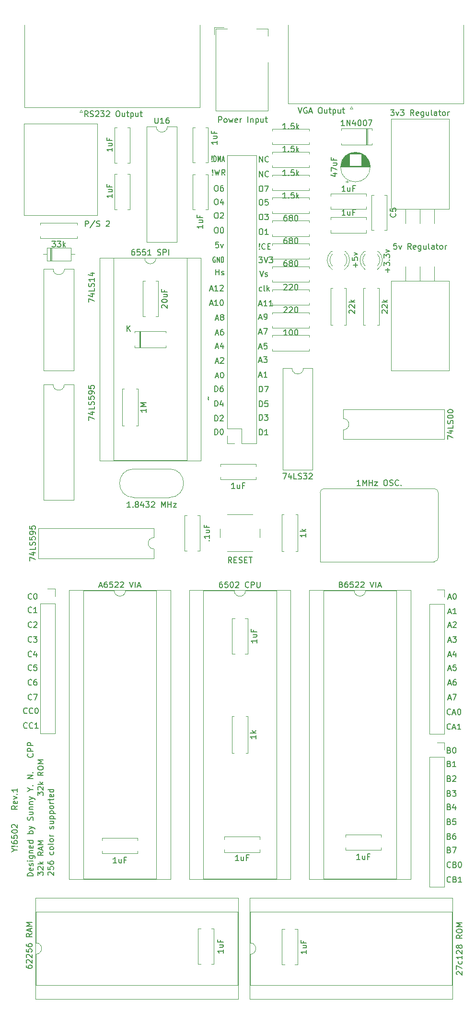
<source format=gbr>
%TF.GenerationSoftware,KiCad,Pcbnew,7.0.1*%
%TF.CreationDate,2023-07-04T17:25:49-07:00*%
%TF.ProjectId,Y6502,59363530-322e-46b6-9963-61645f706362,rev?*%
%TF.SameCoordinates,Original*%
%TF.FileFunction,Legend,Top*%
%TF.FilePolarity,Positive*%
%FSLAX46Y46*%
G04 Gerber Fmt 4.6, Leading zero omitted, Abs format (unit mm)*
G04 Created by KiCad (PCBNEW 7.0.1) date 2023-07-04 17:25:49*
%MOMM*%
%LPD*%
G01*
G04 APERTURE LIST*
%ADD10C,0.150000*%
%ADD11C,0.120000*%
G04 APERTURE END LIST*
D10*
X158590476Y-140191904D02*
X159066666Y-140191904D01*
X158495238Y-140477619D02*
X158828571Y-139477619D01*
X158828571Y-139477619D02*
X159161904Y-140477619D01*
X159400000Y-139477619D02*
X160066666Y-139477619D01*
X160066666Y-139477619D02*
X159638095Y-140477619D01*
X158771428Y-164553809D02*
X158914285Y-164601428D01*
X158914285Y-164601428D02*
X158961904Y-164649047D01*
X158961904Y-164649047D02*
X159009523Y-164744285D01*
X159009523Y-164744285D02*
X159009523Y-164887142D01*
X159009523Y-164887142D02*
X158961904Y-164982380D01*
X158961904Y-164982380D02*
X158914285Y-165030000D01*
X158914285Y-165030000D02*
X158819047Y-165077619D01*
X158819047Y-165077619D02*
X158438095Y-165077619D01*
X158438095Y-165077619D02*
X158438095Y-164077619D01*
X158438095Y-164077619D02*
X158771428Y-164077619D01*
X158771428Y-164077619D02*
X158866666Y-164125238D01*
X158866666Y-164125238D02*
X158914285Y-164172857D01*
X158914285Y-164172857D02*
X158961904Y-164268095D01*
X158961904Y-164268095D02*
X158961904Y-164363333D01*
X158961904Y-164363333D02*
X158914285Y-164458571D01*
X158914285Y-164458571D02*
X158866666Y-164506190D01*
X158866666Y-164506190D02*
X158771428Y-164553809D01*
X158771428Y-164553809D02*
X158438095Y-164553809D01*
X159866666Y-164077619D02*
X159676190Y-164077619D01*
X159676190Y-164077619D02*
X159580952Y-164125238D01*
X159580952Y-164125238D02*
X159533333Y-164172857D01*
X159533333Y-164172857D02*
X159438095Y-164315714D01*
X159438095Y-164315714D02*
X159390476Y-164506190D01*
X159390476Y-164506190D02*
X159390476Y-164887142D01*
X159390476Y-164887142D02*
X159438095Y-164982380D01*
X159438095Y-164982380D02*
X159485714Y-165030000D01*
X159485714Y-165030000D02*
X159580952Y-165077619D01*
X159580952Y-165077619D02*
X159771428Y-165077619D01*
X159771428Y-165077619D02*
X159866666Y-165030000D01*
X159866666Y-165030000D02*
X159914285Y-164982380D01*
X159914285Y-164982380D02*
X159961904Y-164887142D01*
X159961904Y-164887142D02*
X159961904Y-164649047D01*
X159961904Y-164649047D02*
X159914285Y-164553809D01*
X159914285Y-164553809D02*
X159866666Y-164506190D01*
X159866666Y-164506190D02*
X159771428Y-164458571D01*
X159771428Y-164458571D02*
X159580952Y-164458571D01*
X159580952Y-164458571D02*
X159485714Y-164506190D01*
X159485714Y-164506190D02*
X159438095Y-164553809D01*
X159438095Y-164553809D02*
X159390476Y-164649047D01*
X125295238Y-64677619D02*
X125628571Y-65677619D01*
X125628571Y-65677619D02*
X125961904Y-64677619D01*
X126247619Y-65630000D02*
X126342857Y-65677619D01*
X126342857Y-65677619D02*
X126533333Y-65677619D01*
X126533333Y-65677619D02*
X126628571Y-65630000D01*
X126628571Y-65630000D02*
X126676190Y-65534761D01*
X126676190Y-65534761D02*
X126676190Y-65487142D01*
X126676190Y-65487142D02*
X126628571Y-65391904D01*
X126628571Y-65391904D02*
X126533333Y-65344285D01*
X126533333Y-65344285D02*
X126390476Y-65344285D01*
X126390476Y-65344285D02*
X126295238Y-65296666D01*
X126295238Y-65296666D02*
X126247619Y-65201428D01*
X126247619Y-65201428D02*
X126247619Y-65153809D01*
X126247619Y-65153809D02*
X126295238Y-65058571D01*
X126295238Y-65058571D02*
X126390476Y-65010952D01*
X126390476Y-65010952D02*
X126533333Y-65010952D01*
X126533333Y-65010952D02*
X126628571Y-65058571D01*
X117348095Y-93617619D02*
X117348095Y-92617619D01*
X117348095Y-92617619D02*
X117586190Y-92617619D01*
X117586190Y-92617619D02*
X117729047Y-92665238D01*
X117729047Y-92665238D02*
X117824285Y-92760476D01*
X117824285Y-92760476D02*
X117871904Y-92855714D01*
X117871904Y-92855714D02*
X117919523Y-93046190D01*
X117919523Y-93046190D02*
X117919523Y-93189047D01*
X117919523Y-93189047D02*
X117871904Y-93379523D01*
X117871904Y-93379523D02*
X117824285Y-93474761D01*
X117824285Y-93474761D02*
X117729047Y-93570000D01*
X117729047Y-93570000D02*
X117586190Y-93617619D01*
X117586190Y-93617619D02*
X117348095Y-93617619D01*
X118538571Y-92617619D02*
X118633809Y-92617619D01*
X118633809Y-92617619D02*
X118729047Y-92665238D01*
X118729047Y-92665238D02*
X118776666Y-92712857D01*
X118776666Y-92712857D02*
X118824285Y-92808095D01*
X118824285Y-92808095D02*
X118871904Y-92998571D01*
X118871904Y-92998571D02*
X118871904Y-93236666D01*
X118871904Y-93236666D02*
X118824285Y-93427142D01*
X118824285Y-93427142D02*
X118776666Y-93522380D01*
X118776666Y-93522380D02*
X118729047Y-93570000D01*
X118729047Y-93570000D02*
X118633809Y-93617619D01*
X118633809Y-93617619D02*
X118538571Y-93617619D01*
X118538571Y-93617619D02*
X118443333Y-93570000D01*
X118443333Y-93570000D02*
X118395714Y-93522380D01*
X118395714Y-93522380D02*
X118348095Y-93427142D01*
X118348095Y-93427142D02*
X118300476Y-93236666D01*
X118300476Y-93236666D02*
X118300476Y-92998571D01*
X118300476Y-92998571D02*
X118348095Y-92808095D01*
X118348095Y-92808095D02*
X118395714Y-92712857D01*
X118395714Y-92712857D02*
X118443333Y-92665238D01*
X118443333Y-92665238D02*
X118538571Y-92617619D01*
X125238095Y-45477619D02*
X125238095Y-44477619D01*
X125238095Y-44477619D02*
X125809523Y-45477619D01*
X125809523Y-45477619D02*
X125809523Y-44477619D01*
X126857142Y-45382380D02*
X126809523Y-45430000D01*
X126809523Y-45430000D02*
X126666666Y-45477619D01*
X126666666Y-45477619D02*
X126571428Y-45477619D01*
X126571428Y-45477619D02*
X126428571Y-45430000D01*
X126428571Y-45430000D02*
X126333333Y-45334761D01*
X126333333Y-45334761D02*
X126285714Y-45239523D01*
X126285714Y-45239523D02*
X126238095Y-45049047D01*
X126238095Y-45049047D02*
X126238095Y-44906190D01*
X126238095Y-44906190D02*
X126285714Y-44715714D01*
X126285714Y-44715714D02*
X126333333Y-44620476D01*
X126333333Y-44620476D02*
X126428571Y-44525238D01*
X126428571Y-44525238D02*
X126571428Y-44477619D01*
X126571428Y-44477619D02*
X126666666Y-44477619D01*
X126666666Y-44477619D02*
X126809523Y-44525238D01*
X126809523Y-44525238D02*
X126857142Y-44572857D01*
X125238095Y-86077619D02*
X125238095Y-85077619D01*
X125238095Y-85077619D02*
X125476190Y-85077619D01*
X125476190Y-85077619D02*
X125619047Y-85125238D01*
X125619047Y-85125238D02*
X125714285Y-85220476D01*
X125714285Y-85220476D02*
X125761904Y-85315714D01*
X125761904Y-85315714D02*
X125809523Y-85506190D01*
X125809523Y-85506190D02*
X125809523Y-85649047D01*
X125809523Y-85649047D02*
X125761904Y-85839523D01*
X125761904Y-85839523D02*
X125714285Y-85934761D01*
X125714285Y-85934761D02*
X125619047Y-86030000D01*
X125619047Y-86030000D02*
X125476190Y-86077619D01*
X125476190Y-86077619D02*
X125238095Y-86077619D01*
X126142857Y-85077619D02*
X126809523Y-85077619D01*
X126809523Y-85077619D02*
X126380952Y-86077619D01*
X116500476Y-67931904D02*
X116976666Y-67931904D01*
X116405238Y-68217619D02*
X116738571Y-67217619D01*
X116738571Y-67217619D02*
X117071904Y-68217619D01*
X117929047Y-68217619D02*
X117357619Y-68217619D01*
X117643333Y-68217619D02*
X117643333Y-67217619D01*
X117643333Y-67217619D02*
X117548095Y-67360476D01*
X117548095Y-67360476D02*
X117452857Y-67455714D01*
X117452857Y-67455714D02*
X117357619Y-67503333D01*
X118310000Y-67312857D02*
X118357619Y-67265238D01*
X118357619Y-67265238D02*
X118452857Y-67217619D01*
X118452857Y-67217619D02*
X118690952Y-67217619D01*
X118690952Y-67217619D02*
X118786190Y-67265238D01*
X118786190Y-67265238D02*
X118833809Y-67312857D01*
X118833809Y-67312857D02*
X118881428Y-67408095D01*
X118881428Y-67408095D02*
X118881428Y-67503333D01*
X118881428Y-67503333D02*
X118833809Y-67646190D01*
X118833809Y-67646190D02*
X118262381Y-68217619D01*
X118262381Y-68217619D02*
X118881428Y-68217619D01*
X117500476Y-80731904D02*
X117976666Y-80731904D01*
X117405238Y-81017619D02*
X117738571Y-80017619D01*
X117738571Y-80017619D02*
X118071904Y-81017619D01*
X118357619Y-80112857D02*
X118405238Y-80065238D01*
X118405238Y-80065238D02*
X118500476Y-80017619D01*
X118500476Y-80017619D02*
X118738571Y-80017619D01*
X118738571Y-80017619D02*
X118833809Y-80065238D01*
X118833809Y-80065238D02*
X118881428Y-80112857D01*
X118881428Y-80112857D02*
X118929047Y-80208095D01*
X118929047Y-80208095D02*
X118929047Y-80303333D01*
X118929047Y-80303333D02*
X118881428Y-80446190D01*
X118881428Y-80446190D02*
X118310000Y-81017619D01*
X118310000Y-81017619D02*
X118929047Y-81017619D01*
X85009523Y-135182380D02*
X84961904Y-135230000D01*
X84961904Y-135230000D02*
X84819047Y-135277619D01*
X84819047Y-135277619D02*
X84723809Y-135277619D01*
X84723809Y-135277619D02*
X84580952Y-135230000D01*
X84580952Y-135230000D02*
X84485714Y-135134761D01*
X84485714Y-135134761D02*
X84438095Y-135039523D01*
X84438095Y-135039523D02*
X84390476Y-134849047D01*
X84390476Y-134849047D02*
X84390476Y-134706190D01*
X84390476Y-134706190D02*
X84438095Y-134515714D01*
X84438095Y-134515714D02*
X84485714Y-134420476D01*
X84485714Y-134420476D02*
X84580952Y-134325238D01*
X84580952Y-134325238D02*
X84723809Y-134277619D01*
X84723809Y-134277619D02*
X84819047Y-134277619D01*
X84819047Y-134277619D02*
X84961904Y-134325238D01*
X84961904Y-134325238D02*
X85009523Y-134372857D01*
X85914285Y-134277619D02*
X85438095Y-134277619D01*
X85438095Y-134277619D02*
X85390476Y-134753809D01*
X85390476Y-134753809D02*
X85438095Y-134706190D01*
X85438095Y-134706190D02*
X85533333Y-134658571D01*
X85533333Y-134658571D02*
X85771428Y-134658571D01*
X85771428Y-134658571D02*
X85866666Y-134706190D01*
X85866666Y-134706190D02*
X85914285Y-134753809D01*
X85914285Y-134753809D02*
X85961904Y-134849047D01*
X85961904Y-134849047D02*
X85961904Y-135087142D01*
X85961904Y-135087142D02*
X85914285Y-135182380D01*
X85914285Y-135182380D02*
X85866666Y-135230000D01*
X85866666Y-135230000D02*
X85771428Y-135277619D01*
X85771428Y-135277619D02*
X85533333Y-135277619D01*
X85533333Y-135277619D02*
X85438095Y-135230000D01*
X85438095Y-135230000D02*
X85390476Y-135182380D01*
X118038095Y-38477619D02*
X118038095Y-37477619D01*
X118038095Y-37477619D02*
X118419047Y-37477619D01*
X118419047Y-37477619D02*
X118514285Y-37525238D01*
X118514285Y-37525238D02*
X118561904Y-37572857D01*
X118561904Y-37572857D02*
X118609523Y-37668095D01*
X118609523Y-37668095D02*
X118609523Y-37810952D01*
X118609523Y-37810952D02*
X118561904Y-37906190D01*
X118561904Y-37906190D02*
X118514285Y-37953809D01*
X118514285Y-37953809D02*
X118419047Y-38001428D01*
X118419047Y-38001428D02*
X118038095Y-38001428D01*
X119180952Y-38477619D02*
X119085714Y-38430000D01*
X119085714Y-38430000D02*
X119038095Y-38382380D01*
X119038095Y-38382380D02*
X118990476Y-38287142D01*
X118990476Y-38287142D02*
X118990476Y-38001428D01*
X118990476Y-38001428D02*
X119038095Y-37906190D01*
X119038095Y-37906190D02*
X119085714Y-37858571D01*
X119085714Y-37858571D02*
X119180952Y-37810952D01*
X119180952Y-37810952D02*
X119323809Y-37810952D01*
X119323809Y-37810952D02*
X119419047Y-37858571D01*
X119419047Y-37858571D02*
X119466666Y-37906190D01*
X119466666Y-37906190D02*
X119514285Y-38001428D01*
X119514285Y-38001428D02*
X119514285Y-38287142D01*
X119514285Y-38287142D02*
X119466666Y-38382380D01*
X119466666Y-38382380D02*
X119419047Y-38430000D01*
X119419047Y-38430000D02*
X119323809Y-38477619D01*
X119323809Y-38477619D02*
X119180952Y-38477619D01*
X119847619Y-37810952D02*
X120038095Y-38477619D01*
X120038095Y-38477619D02*
X120228571Y-38001428D01*
X120228571Y-38001428D02*
X120419047Y-38477619D01*
X120419047Y-38477619D02*
X120609523Y-37810952D01*
X121371428Y-38430000D02*
X121276190Y-38477619D01*
X121276190Y-38477619D02*
X121085714Y-38477619D01*
X121085714Y-38477619D02*
X120990476Y-38430000D01*
X120990476Y-38430000D02*
X120942857Y-38334761D01*
X120942857Y-38334761D02*
X120942857Y-37953809D01*
X120942857Y-37953809D02*
X120990476Y-37858571D01*
X120990476Y-37858571D02*
X121085714Y-37810952D01*
X121085714Y-37810952D02*
X121276190Y-37810952D01*
X121276190Y-37810952D02*
X121371428Y-37858571D01*
X121371428Y-37858571D02*
X121419047Y-37953809D01*
X121419047Y-37953809D02*
X121419047Y-38049047D01*
X121419047Y-38049047D02*
X120942857Y-38144285D01*
X121847619Y-38477619D02*
X121847619Y-37810952D01*
X121847619Y-38001428D02*
X121895238Y-37906190D01*
X121895238Y-37906190D02*
X121942857Y-37858571D01*
X121942857Y-37858571D02*
X122038095Y-37810952D01*
X122038095Y-37810952D02*
X122133333Y-37810952D01*
X123228572Y-38477619D02*
X123228572Y-37477619D01*
X123704762Y-37810952D02*
X123704762Y-38477619D01*
X123704762Y-37906190D02*
X123752381Y-37858571D01*
X123752381Y-37858571D02*
X123847619Y-37810952D01*
X123847619Y-37810952D02*
X123990476Y-37810952D01*
X123990476Y-37810952D02*
X124085714Y-37858571D01*
X124085714Y-37858571D02*
X124133333Y-37953809D01*
X124133333Y-37953809D02*
X124133333Y-38477619D01*
X124609524Y-37810952D02*
X124609524Y-38810952D01*
X124609524Y-37858571D02*
X124704762Y-37810952D01*
X124704762Y-37810952D02*
X124895238Y-37810952D01*
X124895238Y-37810952D02*
X124990476Y-37858571D01*
X124990476Y-37858571D02*
X125038095Y-37906190D01*
X125038095Y-37906190D02*
X125085714Y-38001428D01*
X125085714Y-38001428D02*
X125085714Y-38287142D01*
X125085714Y-38287142D02*
X125038095Y-38382380D01*
X125038095Y-38382380D02*
X124990476Y-38430000D01*
X124990476Y-38430000D02*
X124895238Y-38477619D01*
X124895238Y-38477619D02*
X124704762Y-38477619D01*
X124704762Y-38477619D02*
X124609524Y-38430000D01*
X125942857Y-37810952D02*
X125942857Y-38477619D01*
X125514286Y-37810952D02*
X125514286Y-38334761D01*
X125514286Y-38334761D02*
X125561905Y-38430000D01*
X125561905Y-38430000D02*
X125657143Y-38477619D01*
X125657143Y-38477619D02*
X125800000Y-38477619D01*
X125800000Y-38477619D02*
X125895238Y-38430000D01*
X125895238Y-38430000D02*
X125942857Y-38382380D01*
X126276191Y-37810952D02*
X126657143Y-37810952D01*
X126419048Y-37477619D02*
X126419048Y-38334761D01*
X126419048Y-38334761D02*
X126466667Y-38430000D01*
X126466667Y-38430000D02*
X126561905Y-38477619D01*
X126561905Y-38477619D02*
X126657143Y-38477619D01*
X117348095Y-88617619D02*
X117348095Y-87617619D01*
X117348095Y-87617619D02*
X117586190Y-87617619D01*
X117586190Y-87617619D02*
X117729047Y-87665238D01*
X117729047Y-87665238D02*
X117824285Y-87760476D01*
X117824285Y-87760476D02*
X117871904Y-87855714D01*
X117871904Y-87855714D02*
X117919523Y-88046190D01*
X117919523Y-88046190D02*
X117919523Y-88189047D01*
X117919523Y-88189047D02*
X117871904Y-88379523D01*
X117871904Y-88379523D02*
X117824285Y-88474761D01*
X117824285Y-88474761D02*
X117729047Y-88570000D01*
X117729047Y-88570000D02*
X117586190Y-88617619D01*
X117586190Y-88617619D02*
X117348095Y-88617619D01*
X118776666Y-87950952D02*
X118776666Y-88617619D01*
X118538571Y-87570000D02*
X118300476Y-88284285D01*
X118300476Y-88284285D02*
X118919523Y-88284285D01*
X125190476Y-72991904D02*
X125666666Y-72991904D01*
X125095238Y-73277619D02*
X125428571Y-72277619D01*
X125428571Y-72277619D02*
X125761904Y-73277619D01*
X126142857Y-73277619D02*
X126333333Y-73277619D01*
X126333333Y-73277619D02*
X126428571Y-73230000D01*
X126428571Y-73230000D02*
X126476190Y-73182380D01*
X126476190Y-73182380D02*
X126571428Y-73039523D01*
X126571428Y-73039523D02*
X126619047Y-72849047D01*
X126619047Y-72849047D02*
X126619047Y-72468095D01*
X126619047Y-72468095D02*
X126571428Y-72372857D01*
X126571428Y-72372857D02*
X126523809Y-72325238D01*
X126523809Y-72325238D02*
X126428571Y-72277619D01*
X126428571Y-72277619D02*
X126238095Y-72277619D01*
X126238095Y-72277619D02*
X126142857Y-72325238D01*
X126142857Y-72325238D02*
X126095238Y-72372857D01*
X126095238Y-72372857D02*
X126047619Y-72468095D01*
X126047619Y-72468095D02*
X126047619Y-72706190D01*
X126047619Y-72706190D02*
X126095238Y-72801428D01*
X126095238Y-72801428D02*
X126142857Y-72849047D01*
X126142857Y-72849047D02*
X126238095Y-72896666D01*
X126238095Y-72896666D02*
X126428571Y-72896666D01*
X126428571Y-72896666D02*
X126523809Y-72849047D01*
X126523809Y-72849047D02*
X126571428Y-72801428D01*
X126571428Y-72801428D02*
X126619047Y-72706190D01*
X158590476Y-132591904D02*
X159066666Y-132591904D01*
X158495238Y-132877619D02*
X158828571Y-131877619D01*
X158828571Y-131877619D02*
X159161904Y-132877619D01*
X159923809Y-132210952D02*
X159923809Y-132877619D01*
X159685714Y-131830000D02*
X159447619Y-132544285D01*
X159447619Y-132544285D02*
X160066666Y-132544285D01*
X117500476Y-75731904D02*
X117976666Y-75731904D01*
X117405238Y-76017619D02*
X117738571Y-75017619D01*
X117738571Y-75017619D02*
X118071904Y-76017619D01*
X118833809Y-75017619D02*
X118643333Y-75017619D01*
X118643333Y-75017619D02*
X118548095Y-75065238D01*
X118548095Y-75065238D02*
X118500476Y-75112857D01*
X118500476Y-75112857D02*
X118405238Y-75255714D01*
X118405238Y-75255714D02*
X118357619Y-75446190D01*
X118357619Y-75446190D02*
X118357619Y-75827142D01*
X118357619Y-75827142D02*
X118405238Y-75922380D01*
X118405238Y-75922380D02*
X118452857Y-75970000D01*
X118452857Y-75970000D02*
X118548095Y-76017619D01*
X118548095Y-76017619D02*
X118738571Y-76017619D01*
X118738571Y-76017619D02*
X118833809Y-75970000D01*
X118833809Y-75970000D02*
X118881428Y-75922380D01*
X118881428Y-75922380D02*
X118929047Y-75827142D01*
X118929047Y-75827142D02*
X118929047Y-75589047D01*
X118929047Y-75589047D02*
X118881428Y-75493809D01*
X118881428Y-75493809D02*
X118833809Y-75446190D01*
X118833809Y-75446190D02*
X118738571Y-75398571D01*
X118738571Y-75398571D02*
X118548095Y-75398571D01*
X118548095Y-75398571D02*
X118452857Y-75446190D01*
X118452857Y-75446190D02*
X118405238Y-75493809D01*
X118405238Y-75493809D02*
X118357619Y-75589047D01*
X87972857Y-171409523D02*
X87925238Y-171361904D01*
X87925238Y-171361904D02*
X87877619Y-171266666D01*
X87877619Y-171266666D02*
X87877619Y-171028571D01*
X87877619Y-171028571D02*
X87925238Y-170933333D01*
X87925238Y-170933333D02*
X87972857Y-170885714D01*
X87972857Y-170885714D02*
X88068095Y-170838095D01*
X88068095Y-170838095D02*
X88163333Y-170838095D01*
X88163333Y-170838095D02*
X88306190Y-170885714D01*
X88306190Y-170885714D02*
X88877619Y-171457142D01*
X88877619Y-171457142D02*
X88877619Y-170838095D01*
X87877619Y-169933333D02*
X87877619Y-170409523D01*
X87877619Y-170409523D02*
X88353809Y-170457142D01*
X88353809Y-170457142D02*
X88306190Y-170409523D01*
X88306190Y-170409523D02*
X88258571Y-170314285D01*
X88258571Y-170314285D02*
X88258571Y-170076190D01*
X88258571Y-170076190D02*
X88306190Y-169980952D01*
X88306190Y-169980952D02*
X88353809Y-169933333D01*
X88353809Y-169933333D02*
X88449047Y-169885714D01*
X88449047Y-169885714D02*
X88687142Y-169885714D01*
X88687142Y-169885714D02*
X88782380Y-169933333D01*
X88782380Y-169933333D02*
X88830000Y-169980952D01*
X88830000Y-169980952D02*
X88877619Y-170076190D01*
X88877619Y-170076190D02*
X88877619Y-170314285D01*
X88877619Y-170314285D02*
X88830000Y-170409523D01*
X88830000Y-170409523D02*
X88782380Y-170457142D01*
X87877619Y-169028571D02*
X87877619Y-169219047D01*
X87877619Y-169219047D02*
X87925238Y-169314285D01*
X87925238Y-169314285D02*
X87972857Y-169361904D01*
X87972857Y-169361904D02*
X88115714Y-169457142D01*
X88115714Y-169457142D02*
X88306190Y-169504761D01*
X88306190Y-169504761D02*
X88687142Y-169504761D01*
X88687142Y-169504761D02*
X88782380Y-169457142D01*
X88782380Y-169457142D02*
X88830000Y-169409523D01*
X88830000Y-169409523D02*
X88877619Y-169314285D01*
X88877619Y-169314285D02*
X88877619Y-169123809D01*
X88877619Y-169123809D02*
X88830000Y-169028571D01*
X88830000Y-169028571D02*
X88782380Y-168980952D01*
X88782380Y-168980952D02*
X88687142Y-168933333D01*
X88687142Y-168933333D02*
X88449047Y-168933333D01*
X88449047Y-168933333D02*
X88353809Y-168980952D01*
X88353809Y-168980952D02*
X88306190Y-169028571D01*
X88306190Y-169028571D02*
X88258571Y-169123809D01*
X88258571Y-169123809D02*
X88258571Y-169314285D01*
X88258571Y-169314285D02*
X88306190Y-169409523D01*
X88306190Y-169409523D02*
X88353809Y-169457142D01*
X88353809Y-169457142D02*
X88449047Y-169504761D01*
X88830000Y-167314285D02*
X88877619Y-167409523D01*
X88877619Y-167409523D02*
X88877619Y-167599999D01*
X88877619Y-167599999D02*
X88830000Y-167695237D01*
X88830000Y-167695237D02*
X88782380Y-167742856D01*
X88782380Y-167742856D02*
X88687142Y-167790475D01*
X88687142Y-167790475D02*
X88401428Y-167790475D01*
X88401428Y-167790475D02*
X88306190Y-167742856D01*
X88306190Y-167742856D02*
X88258571Y-167695237D01*
X88258571Y-167695237D02*
X88210952Y-167599999D01*
X88210952Y-167599999D02*
X88210952Y-167409523D01*
X88210952Y-167409523D02*
X88258571Y-167314285D01*
X88877619Y-166742856D02*
X88830000Y-166838094D01*
X88830000Y-166838094D02*
X88782380Y-166885713D01*
X88782380Y-166885713D02*
X88687142Y-166933332D01*
X88687142Y-166933332D02*
X88401428Y-166933332D01*
X88401428Y-166933332D02*
X88306190Y-166885713D01*
X88306190Y-166885713D02*
X88258571Y-166838094D01*
X88258571Y-166838094D02*
X88210952Y-166742856D01*
X88210952Y-166742856D02*
X88210952Y-166599999D01*
X88210952Y-166599999D02*
X88258571Y-166504761D01*
X88258571Y-166504761D02*
X88306190Y-166457142D01*
X88306190Y-166457142D02*
X88401428Y-166409523D01*
X88401428Y-166409523D02*
X88687142Y-166409523D01*
X88687142Y-166409523D02*
X88782380Y-166457142D01*
X88782380Y-166457142D02*
X88830000Y-166504761D01*
X88830000Y-166504761D02*
X88877619Y-166599999D01*
X88877619Y-166599999D02*
X88877619Y-166742856D01*
X88877619Y-165838094D02*
X88830000Y-165933332D01*
X88830000Y-165933332D02*
X88734761Y-165980951D01*
X88734761Y-165980951D02*
X87877619Y-165980951D01*
X88877619Y-165314284D02*
X88830000Y-165409522D01*
X88830000Y-165409522D02*
X88782380Y-165457141D01*
X88782380Y-165457141D02*
X88687142Y-165504760D01*
X88687142Y-165504760D02*
X88401428Y-165504760D01*
X88401428Y-165504760D02*
X88306190Y-165457141D01*
X88306190Y-165457141D02*
X88258571Y-165409522D01*
X88258571Y-165409522D02*
X88210952Y-165314284D01*
X88210952Y-165314284D02*
X88210952Y-165171427D01*
X88210952Y-165171427D02*
X88258571Y-165076189D01*
X88258571Y-165076189D02*
X88306190Y-165028570D01*
X88306190Y-165028570D02*
X88401428Y-164980951D01*
X88401428Y-164980951D02*
X88687142Y-164980951D01*
X88687142Y-164980951D02*
X88782380Y-165028570D01*
X88782380Y-165028570D02*
X88830000Y-165076189D01*
X88830000Y-165076189D02*
X88877619Y-165171427D01*
X88877619Y-165171427D02*
X88877619Y-165314284D01*
X88877619Y-164552379D02*
X88210952Y-164552379D01*
X88401428Y-164552379D02*
X88306190Y-164504760D01*
X88306190Y-164504760D02*
X88258571Y-164457141D01*
X88258571Y-164457141D02*
X88210952Y-164361903D01*
X88210952Y-164361903D02*
X88210952Y-164266665D01*
X88830000Y-163219045D02*
X88877619Y-163123807D01*
X88877619Y-163123807D02*
X88877619Y-162933331D01*
X88877619Y-162933331D02*
X88830000Y-162838093D01*
X88830000Y-162838093D02*
X88734761Y-162790474D01*
X88734761Y-162790474D02*
X88687142Y-162790474D01*
X88687142Y-162790474D02*
X88591904Y-162838093D01*
X88591904Y-162838093D02*
X88544285Y-162933331D01*
X88544285Y-162933331D02*
X88544285Y-163076188D01*
X88544285Y-163076188D02*
X88496666Y-163171426D01*
X88496666Y-163171426D02*
X88401428Y-163219045D01*
X88401428Y-163219045D02*
X88353809Y-163219045D01*
X88353809Y-163219045D02*
X88258571Y-163171426D01*
X88258571Y-163171426D02*
X88210952Y-163076188D01*
X88210952Y-163076188D02*
X88210952Y-162933331D01*
X88210952Y-162933331D02*
X88258571Y-162838093D01*
X88210952Y-161933331D02*
X88877619Y-161933331D01*
X88210952Y-162361902D02*
X88734761Y-162361902D01*
X88734761Y-162361902D02*
X88830000Y-162314283D01*
X88830000Y-162314283D02*
X88877619Y-162219045D01*
X88877619Y-162219045D02*
X88877619Y-162076188D01*
X88877619Y-162076188D02*
X88830000Y-161980950D01*
X88830000Y-161980950D02*
X88782380Y-161933331D01*
X88210952Y-161457140D02*
X89210952Y-161457140D01*
X88258571Y-161457140D02*
X88210952Y-161361902D01*
X88210952Y-161361902D02*
X88210952Y-161171426D01*
X88210952Y-161171426D02*
X88258571Y-161076188D01*
X88258571Y-161076188D02*
X88306190Y-161028569D01*
X88306190Y-161028569D02*
X88401428Y-160980950D01*
X88401428Y-160980950D02*
X88687142Y-160980950D01*
X88687142Y-160980950D02*
X88782380Y-161028569D01*
X88782380Y-161028569D02*
X88830000Y-161076188D01*
X88830000Y-161076188D02*
X88877619Y-161171426D01*
X88877619Y-161171426D02*
X88877619Y-161361902D01*
X88877619Y-161361902D02*
X88830000Y-161457140D01*
X88210952Y-160552378D02*
X89210952Y-160552378D01*
X88258571Y-160552378D02*
X88210952Y-160457140D01*
X88210952Y-160457140D02*
X88210952Y-160266664D01*
X88210952Y-160266664D02*
X88258571Y-160171426D01*
X88258571Y-160171426D02*
X88306190Y-160123807D01*
X88306190Y-160123807D02*
X88401428Y-160076188D01*
X88401428Y-160076188D02*
X88687142Y-160076188D01*
X88687142Y-160076188D02*
X88782380Y-160123807D01*
X88782380Y-160123807D02*
X88830000Y-160171426D01*
X88830000Y-160171426D02*
X88877619Y-160266664D01*
X88877619Y-160266664D02*
X88877619Y-160457140D01*
X88877619Y-160457140D02*
X88830000Y-160552378D01*
X88877619Y-159504759D02*
X88830000Y-159599997D01*
X88830000Y-159599997D02*
X88782380Y-159647616D01*
X88782380Y-159647616D02*
X88687142Y-159695235D01*
X88687142Y-159695235D02*
X88401428Y-159695235D01*
X88401428Y-159695235D02*
X88306190Y-159647616D01*
X88306190Y-159647616D02*
X88258571Y-159599997D01*
X88258571Y-159599997D02*
X88210952Y-159504759D01*
X88210952Y-159504759D02*
X88210952Y-159361902D01*
X88210952Y-159361902D02*
X88258571Y-159266664D01*
X88258571Y-159266664D02*
X88306190Y-159219045D01*
X88306190Y-159219045D02*
X88401428Y-159171426D01*
X88401428Y-159171426D02*
X88687142Y-159171426D01*
X88687142Y-159171426D02*
X88782380Y-159219045D01*
X88782380Y-159219045D02*
X88830000Y-159266664D01*
X88830000Y-159266664D02*
X88877619Y-159361902D01*
X88877619Y-159361902D02*
X88877619Y-159504759D01*
X88877619Y-158742854D02*
X88210952Y-158742854D01*
X88401428Y-158742854D02*
X88306190Y-158695235D01*
X88306190Y-158695235D02*
X88258571Y-158647616D01*
X88258571Y-158647616D02*
X88210952Y-158552378D01*
X88210952Y-158552378D02*
X88210952Y-158457140D01*
X88210952Y-158266663D02*
X88210952Y-157885711D01*
X87877619Y-158123806D02*
X88734761Y-158123806D01*
X88734761Y-158123806D02*
X88830000Y-158076187D01*
X88830000Y-158076187D02*
X88877619Y-157980949D01*
X88877619Y-157980949D02*
X88877619Y-157885711D01*
X88830000Y-157171425D02*
X88877619Y-157266663D01*
X88877619Y-157266663D02*
X88877619Y-157457139D01*
X88877619Y-157457139D02*
X88830000Y-157552377D01*
X88830000Y-157552377D02*
X88734761Y-157599996D01*
X88734761Y-157599996D02*
X88353809Y-157599996D01*
X88353809Y-157599996D02*
X88258571Y-157552377D01*
X88258571Y-157552377D02*
X88210952Y-157457139D01*
X88210952Y-157457139D02*
X88210952Y-157266663D01*
X88210952Y-157266663D02*
X88258571Y-157171425D01*
X88258571Y-157171425D02*
X88353809Y-157123806D01*
X88353809Y-157123806D02*
X88449047Y-157123806D01*
X88449047Y-157123806D02*
X88544285Y-157599996D01*
X88877619Y-156266663D02*
X87877619Y-156266663D01*
X88830000Y-156266663D02*
X88877619Y-156361901D01*
X88877619Y-156361901D02*
X88877619Y-156552377D01*
X88877619Y-156552377D02*
X88830000Y-156647615D01*
X88830000Y-156647615D02*
X88782380Y-156695234D01*
X88782380Y-156695234D02*
X88687142Y-156742853D01*
X88687142Y-156742853D02*
X88401428Y-156742853D01*
X88401428Y-156742853D02*
X88306190Y-156695234D01*
X88306190Y-156695234D02*
X88258571Y-156647615D01*
X88258571Y-156647615D02*
X88210952Y-156552377D01*
X88210952Y-156552377D02*
X88210952Y-156361901D01*
X88210952Y-156361901D02*
X88258571Y-156266663D01*
X158771428Y-159353809D02*
X158914285Y-159401428D01*
X158914285Y-159401428D02*
X158961904Y-159449047D01*
X158961904Y-159449047D02*
X159009523Y-159544285D01*
X159009523Y-159544285D02*
X159009523Y-159687142D01*
X159009523Y-159687142D02*
X158961904Y-159782380D01*
X158961904Y-159782380D02*
X158914285Y-159830000D01*
X158914285Y-159830000D02*
X158819047Y-159877619D01*
X158819047Y-159877619D02*
X158438095Y-159877619D01*
X158438095Y-159877619D02*
X158438095Y-158877619D01*
X158438095Y-158877619D02*
X158771428Y-158877619D01*
X158771428Y-158877619D02*
X158866666Y-158925238D01*
X158866666Y-158925238D02*
X158914285Y-158972857D01*
X158914285Y-158972857D02*
X158961904Y-159068095D01*
X158961904Y-159068095D02*
X158961904Y-159163333D01*
X158961904Y-159163333D02*
X158914285Y-159258571D01*
X158914285Y-159258571D02*
X158866666Y-159306190D01*
X158866666Y-159306190D02*
X158771428Y-159353809D01*
X158771428Y-159353809D02*
X158438095Y-159353809D01*
X159866666Y-159210952D02*
X159866666Y-159877619D01*
X159628571Y-158830000D02*
X159390476Y-159544285D01*
X159390476Y-159544285D02*
X160009523Y-159544285D01*
X125428571Y-52077619D02*
X125619047Y-52077619D01*
X125619047Y-52077619D02*
X125714285Y-52125238D01*
X125714285Y-52125238D02*
X125809523Y-52220476D01*
X125809523Y-52220476D02*
X125857142Y-52410952D01*
X125857142Y-52410952D02*
X125857142Y-52744285D01*
X125857142Y-52744285D02*
X125809523Y-52934761D01*
X125809523Y-52934761D02*
X125714285Y-53030000D01*
X125714285Y-53030000D02*
X125619047Y-53077619D01*
X125619047Y-53077619D02*
X125428571Y-53077619D01*
X125428571Y-53077619D02*
X125333333Y-53030000D01*
X125333333Y-53030000D02*
X125238095Y-52934761D01*
X125238095Y-52934761D02*
X125190476Y-52744285D01*
X125190476Y-52744285D02*
X125190476Y-52410952D01*
X125190476Y-52410952D02*
X125238095Y-52220476D01*
X125238095Y-52220476D02*
X125333333Y-52125238D01*
X125333333Y-52125238D02*
X125428571Y-52077619D01*
X126761904Y-52077619D02*
X126285714Y-52077619D01*
X126285714Y-52077619D02*
X126238095Y-52553809D01*
X126238095Y-52553809D02*
X126285714Y-52506190D01*
X126285714Y-52506190D02*
X126380952Y-52458571D01*
X126380952Y-52458571D02*
X126619047Y-52458571D01*
X126619047Y-52458571D02*
X126714285Y-52506190D01*
X126714285Y-52506190D02*
X126761904Y-52553809D01*
X126761904Y-52553809D02*
X126809523Y-52649047D01*
X126809523Y-52649047D02*
X126809523Y-52887142D01*
X126809523Y-52887142D02*
X126761904Y-52982380D01*
X126761904Y-52982380D02*
X126714285Y-53030000D01*
X126714285Y-53030000D02*
X126619047Y-53077619D01*
X126619047Y-53077619D02*
X126380952Y-53077619D01*
X126380952Y-53077619D02*
X126285714Y-53030000D01*
X126285714Y-53030000D02*
X126238095Y-52982380D01*
X117538571Y-52017619D02*
X117729047Y-52017619D01*
X117729047Y-52017619D02*
X117824285Y-52065238D01*
X117824285Y-52065238D02*
X117919523Y-52160476D01*
X117919523Y-52160476D02*
X117967142Y-52350952D01*
X117967142Y-52350952D02*
X117967142Y-52684285D01*
X117967142Y-52684285D02*
X117919523Y-52874761D01*
X117919523Y-52874761D02*
X117824285Y-52970000D01*
X117824285Y-52970000D02*
X117729047Y-53017619D01*
X117729047Y-53017619D02*
X117538571Y-53017619D01*
X117538571Y-53017619D02*
X117443333Y-52970000D01*
X117443333Y-52970000D02*
X117348095Y-52874761D01*
X117348095Y-52874761D02*
X117300476Y-52684285D01*
X117300476Y-52684285D02*
X117300476Y-52350952D01*
X117300476Y-52350952D02*
X117348095Y-52160476D01*
X117348095Y-52160476D02*
X117443333Y-52065238D01*
X117443333Y-52065238D02*
X117538571Y-52017619D01*
X118824285Y-52350952D02*
X118824285Y-53017619D01*
X118586190Y-51970000D02*
X118348095Y-52684285D01*
X118348095Y-52684285D02*
X118967142Y-52684285D01*
X116876666Y-45322380D02*
X116910000Y-45370000D01*
X116910000Y-45370000D02*
X116876666Y-45417619D01*
X116876666Y-45417619D02*
X116843333Y-45370000D01*
X116843333Y-45370000D02*
X116876666Y-45322380D01*
X116876666Y-45322380D02*
X116876666Y-45417619D01*
X116876666Y-45036666D02*
X116843333Y-44465238D01*
X116843333Y-44465238D02*
X116876666Y-44417619D01*
X116876666Y-44417619D02*
X116910000Y-44465238D01*
X116910000Y-44465238D02*
X116876666Y-45036666D01*
X116876666Y-45036666D02*
X116876666Y-44417619D01*
X117209999Y-45417619D02*
X117209999Y-44417619D01*
X117209999Y-44417619D02*
X117376666Y-44417619D01*
X117376666Y-44417619D02*
X117476666Y-44465238D01*
X117476666Y-44465238D02*
X117543333Y-44560476D01*
X117543333Y-44560476D02*
X117576666Y-44655714D01*
X117576666Y-44655714D02*
X117609999Y-44846190D01*
X117609999Y-44846190D02*
X117609999Y-44989047D01*
X117609999Y-44989047D02*
X117576666Y-45179523D01*
X117576666Y-45179523D02*
X117543333Y-45274761D01*
X117543333Y-45274761D02*
X117476666Y-45370000D01*
X117476666Y-45370000D02*
X117376666Y-45417619D01*
X117376666Y-45417619D02*
X117209999Y-45417619D01*
X117909999Y-45417619D02*
X117909999Y-44417619D01*
X117909999Y-44417619D02*
X118143333Y-45131904D01*
X118143333Y-45131904D02*
X118376666Y-44417619D01*
X118376666Y-44417619D02*
X118376666Y-45417619D01*
X118676666Y-45131904D02*
X119009999Y-45131904D01*
X118609999Y-45417619D02*
X118843333Y-44417619D01*
X118843333Y-44417619D02*
X119076666Y-45417619D01*
X158590476Y-129991904D02*
X159066666Y-129991904D01*
X158495238Y-130277619D02*
X158828571Y-129277619D01*
X158828571Y-129277619D02*
X159161904Y-130277619D01*
X159400000Y-129277619D02*
X160019047Y-129277619D01*
X160019047Y-129277619D02*
X159685714Y-129658571D01*
X159685714Y-129658571D02*
X159828571Y-129658571D01*
X159828571Y-129658571D02*
X159923809Y-129706190D01*
X159923809Y-129706190D02*
X159971428Y-129753809D01*
X159971428Y-129753809D02*
X160019047Y-129849047D01*
X160019047Y-129849047D02*
X160019047Y-130087142D01*
X160019047Y-130087142D02*
X159971428Y-130182380D01*
X159971428Y-130182380D02*
X159923809Y-130230000D01*
X159923809Y-130230000D02*
X159828571Y-130277619D01*
X159828571Y-130277619D02*
X159542857Y-130277619D01*
X159542857Y-130277619D02*
X159447619Y-130230000D01*
X159447619Y-130230000D02*
X159400000Y-130182380D01*
X85009523Y-130182380D02*
X84961904Y-130230000D01*
X84961904Y-130230000D02*
X84819047Y-130277619D01*
X84819047Y-130277619D02*
X84723809Y-130277619D01*
X84723809Y-130277619D02*
X84580952Y-130230000D01*
X84580952Y-130230000D02*
X84485714Y-130134761D01*
X84485714Y-130134761D02*
X84438095Y-130039523D01*
X84438095Y-130039523D02*
X84390476Y-129849047D01*
X84390476Y-129849047D02*
X84390476Y-129706190D01*
X84390476Y-129706190D02*
X84438095Y-129515714D01*
X84438095Y-129515714D02*
X84485714Y-129420476D01*
X84485714Y-129420476D02*
X84580952Y-129325238D01*
X84580952Y-129325238D02*
X84723809Y-129277619D01*
X84723809Y-129277619D02*
X84819047Y-129277619D01*
X84819047Y-129277619D02*
X84961904Y-129325238D01*
X84961904Y-129325238D02*
X85009523Y-129372857D01*
X85342857Y-129277619D02*
X85961904Y-129277619D01*
X85961904Y-129277619D02*
X85628571Y-129658571D01*
X85628571Y-129658571D02*
X85771428Y-129658571D01*
X85771428Y-129658571D02*
X85866666Y-129706190D01*
X85866666Y-129706190D02*
X85914285Y-129753809D01*
X85914285Y-129753809D02*
X85961904Y-129849047D01*
X85961904Y-129849047D02*
X85961904Y-130087142D01*
X85961904Y-130087142D02*
X85914285Y-130182380D01*
X85914285Y-130182380D02*
X85866666Y-130230000D01*
X85866666Y-130230000D02*
X85771428Y-130277619D01*
X85771428Y-130277619D02*
X85485714Y-130277619D01*
X85485714Y-130277619D02*
X85390476Y-130230000D01*
X85390476Y-130230000D02*
X85342857Y-130182380D01*
X117348095Y-91217619D02*
X117348095Y-90217619D01*
X117348095Y-90217619D02*
X117586190Y-90217619D01*
X117586190Y-90217619D02*
X117729047Y-90265238D01*
X117729047Y-90265238D02*
X117824285Y-90360476D01*
X117824285Y-90360476D02*
X117871904Y-90455714D01*
X117871904Y-90455714D02*
X117919523Y-90646190D01*
X117919523Y-90646190D02*
X117919523Y-90789047D01*
X117919523Y-90789047D02*
X117871904Y-90979523D01*
X117871904Y-90979523D02*
X117824285Y-91074761D01*
X117824285Y-91074761D02*
X117729047Y-91170000D01*
X117729047Y-91170000D02*
X117586190Y-91217619D01*
X117586190Y-91217619D02*
X117348095Y-91217619D01*
X118300476Y-90312857D02*
X118348095Y-90265238D01*
X118348095Y-90265238D02*
X118443333Y-90217619D01*
X118443333Y-90217619D02*
X118681428Y-90217619D01*
X118681428Y-90217619D02*
X118776666Y-90265238D01*
X118776666Y-90265238D02*
X118824285Y-90312857D01*
X118824285Y-90312857D02*
X118871904Y-90408095D01*
X118871904Y-90408095D02*
X118871904Y-90503333D01*
X118871904Y-90503333D02*
X118824285Y-90646190D01*
X118824285Y-90646190D02*
X118252857Y-91217619D01*
X118252857Y-91217619D02*
X118871904Y-91217619D01*
X158590476Y-137591904D02*
X159066666Y-137591904D01*
X158495238Y-137877619D02*
X158828571Y-136877619D01*
X158828571Y-136877619D02*
X159161904Y-137877619D01*
X159923809Y-136877619D02*
X159733333Y-136877619D01*
X159733333Y-136877619D02*
X159638095Y-136925238D01*
X159638095Y-136925238D02*
X159590476Y-136972857D01*
X159590476Y-136972857D02*
X159495238Y-137115714D01*
X159495238Y-137115714D02*
X159447619Y-137306190D01*
X159447619Y-137306190D02*
X159447619Y-137687142D01*
X159447619Y-137687142D02*
X159495238Y-137782380D01*
X159495238Y-137782380D02*
X159542857Y-137830000D01*
X159542857Y-137830000D02*
X159638095Y-137877619D01*
X159638095Y-137877619D02*
X159828571Y-137877619D01*
X159828571Y-137877619D02*
X159923809Y-137830000D01*
X159923809Y-137830000D02*
X159971428Y-137782380D01*
X159971428Y-137782380D02*
X160019047Y-137687142D01*
X160019047Y-137687142D02*
X160019047Y-137449047D01*
X160019047Y-137449047D02*
X159971428Y-137353809D01*
X159971428Y-137353809D02*
X159923809Y-137306190D01*
X159923809Y-137306190D02*
X159828571Y-137258571D01*
X159828571Y-137258571D02*
X159638095Y-137258571D01*
X159638095Y-137258571D02*
X159542857Y-137306190D01*
X159542857Y-137306190D02*
X159495238Y-137353809D01*
X159495238Y-137353809D02*
X159447619Y-137449047D01*
X125666666Y-68230000D02*
X125571428Y-68277619D01*
X125571428Y-68277619D02*
X125380952Y-68277619D01*
X125380952Y-68277619D02*
X125285714Y-68230000D01*
X125285714Y-68230000D02*
X125238095Y-68182380D01*
X125238095Y-68182380D02*
X125190476Y-68087142D01*
X125190476Y-68087142D02*
X125190476Y-67801428D01*
X125190476Y-67801428D02*
X125238095Y-67706190D01*
X125238095Y-67706190D02*
X125285714Y-67658571D01*
X125285714Y-67658571D02*
X125380952Y-67610952D01*
X125380952Y-67610952D02*
X125571428Y-67610952D01*
X125571428Y-67610952D02*
X125666666Y-67658571D01*
X126238095Y-68277619D02*
X126142857Y-68230000D01*
X126142857Y-68230000D02*
X126095238Y-68134761D01*
X126095238Y-68134761D02*
X126095238Y-67277619D01*
X126619048Y-68277619D02*
X126619048Y-67277619D01*
X126714286Y-67896666D02*
X127000000Y-68277619D01*
X127000000Y-67610952D02*
X126619048Y-67991904D01*
X125142857Y-62277619D02*
X125761904Y-62277619D01*
X125761904Y-62277619D02*
X125428571Y-62658571D01*
X125428571Y-62658571D02*
X125571428Y-62658571D01*
X125571428Y-62658571D02*
X125666666Y-62706190D01*
X125666666Y-62706190D02*
X125714285Y-62753809D01*
X125714285Y-62753809D02*
X125761904Y-62849047D01*
X125761904Y-62849047D02*
X125761904Y-63087142D01*
X125761904Y-63087142D02*
X125714285Y-63182380D01*
X125714285Y-63182380D02*
X125666666Y-63230000D01*
X125666666Y-63230000D02*
X125571428Y-63277619D01*
X125571428Y-63277619D02*
X125285714Y-63277619D01*
X125285714Y-63277619D02*
X125190476Y-63230000D01*
X125190476Y-63230000D02*
X125142857Y-63182380D01*
X126047619Y-62277619D02*
X126380952Y-63277619D01*
X126380952Y-63277619D02*
X126714285Y-62277619D01*
X126952381Y-62277619D02*
X127571428Y-62277619D01*
X127571428Y-62277619D02*
X127238095Y-62658571D01*
X127238095Y-62658571D02*
X127380952Y-62658571D01*
X127380952Y-62658571D02*
X127476190Y-62706190D01*
X127476190Y-62706190D02*
X127523809Y-62753809D01*
X127523809Y-62753809D02*
X127571428Y-62849047D01*
X127571428Y-62849047D02*
X127571428Y-63087142D01*
X127571428Y-63087142D02*
X127523809Y-63182380D01*
X127523809Y-63182380D02*
X127476190Y-63230000D01*
X127476190Y-63230000D02*
X127380952Y-63277619D01*
X127380952Y-63277619D02*
X127095238Y-63277619D01*
X127095238Y-63277619D02*
X127000000Y-63230000D01*
X127000000Y-63230000D02*
X126952381Y-63182380D01*
X117500476Y-73131904D02*
X117976666Y-73131904D01*
X117405238Y-73417619D02*
X117738571Y-72417619D01*
X117738571Y-72417619D02*
X118071904Y-73417619D01*
X118548095Y-72846190D02*
X118452857Y-72798571D01*
X118452857Y-72798571D02*
X118405238Y-72750952D01*
X118405238Y-72750952D02*
X118357619Y-72655714D01*
X118357619Y-72655714D02*
X118357619Y-72608095D01*
X118357619Y-72608095D02*
X118405238Y-72512857D01*
X118405238Y-72512857D02*
X118452857Y-72465238D01*
X118452857Y-72465238D02*
X118548095Y-72417619D01*
X118548095Y-72417619D02*
X118738571Y-72417619D01*
X118738571Y-72417619D02*
X118833809Y-72465238D01*
X118833809Y-72465238D02*
X118881428Y-72512857D01*
X118881428Y-72512857D02*
X118929047Y-72608095D01*
X118929047Y-72608095D02*
X118929047Y-72655714D01*
X118929047Y-72655714D02*
X118881428Y-72750952D01*
X118881428Y-72750952D02*
X118833809Y-72798571D01*
X118833809Y-72798571D02*
X118738571Y-72846190D01*
X118738571Y-72846190D02*
X118548095Y-72846190D01*
X118548095Y-72846190D02*
X118452857Y-72893809D01*
X118452857Y-72893809D02*
X118405238Y-72941428D01*
X118405238Y-72941428D02*
X118357619Y-73036666D01*
X118357619Y-73036666D02*
X118357619Y-73227142D01*
X118357619Y-73227142D02*
X118405238Y-73322380D01*
X118405238Y-73322380D02*
X118452857Y-73370000D01*
X118452857Y-73370000D02*
X118548095Y-73417619D01*
X118548095Y-73417619D02*
X118738571Y-73417619D01*
X118738571Y-73417619D02*
X118833809Y-73370000D01*
X118833809Y-73370000D02*
X118881428Y-73322380D01*
X118881428Y-73322380D02*
X118929047Y-73227142D01*
X118929047Y-73227142D02*
X118929047Y-73036666D01*
X118929047Y-73036666D02*
X118881428Y-72941428D01*
X118881428Y-72941428D02*
X118833809Y-72893809D01*
X118833809Y-72893809D02*
X118738571Y-72846190D01*
X125190476Y-75591904D02*
X125666666Y-75591904D01*
X125095238Y-75877619D02*
X125428571Y-74877619D01*
X125428571Y-74877619D02*
X125761904Y-75877619D01*
X126000000Y-74877619D02*
X126666666Y-74877619D01*
X126666666Y-74877619D02*
X126238095Y-75877619D01*
X125238095Y-48077619D02*
X125238095Y-47077619D01*
X125238095Y-47077619D02*
X125809523Y-48077619D01*
X125809523Y-48077619D02*
X125809523Y-47077619D01*
X126857142Y-47982380D02*
X126809523Y-48030000D01*
X126809523Y-48030000D02*
X126666666Y-48077619D01*
X126666666Y-48077619D02*
X126571428Y-48077619D01*
X126571428Y-48077619D02*
X126428571Y-48030000D01*
X126428571Y-48030000D02*
X126333333Y-47934761D01*
X126333333Y-47934761D02*
X126285714Y-47839523D01*
X126285714Y-47839523D02*
X126238095Y-47649047D01*
X126238095Y-47649047D02*
X126238095Y-47506190D01*
X126238095Y-47506190D02*
X126285714Y-47315714D01*
X126285714Y-47315714D02*
X126333333Y-47220476D01*
X126333333Y-47220476D02*
X126428571Y-47125238D01*
X126428571Y-47125238D02*
X126571428Y-47077619D01*
X126571428Y-47077619D02*
X126666666Y-47077619D01*
X126666666Y-47077619D02*
X126809523Y-47125238D01*
X126809523Y-47125238D02*
X126857142Y-47172857D01*
X117443333Y-62265238D02*
X117376666Y-62217619D01*
X117376666Y-62217619D02*
X117276666Y-62217619D01*
X117276666Y-62217619D02*
X117176666Y-62265238D01*
X117176666Y-62265238D02*
X117110000Y-62360476D01*
X117110000Y-62360476D02*
X117076666Y-62455714D01*
X117076666Y-62455714D02*
X117043333Y-62646190D01*
X117043333Y-62646190D02*
X117043333Y-62789047D01*
X117043333Y-62789047D02*
X117076666Y-62979523D01*
X117076666Y-62979523D02*
X117110000Y-63074761D01*
X117110000Y-63074761D02*
X117176666Y-63170000D01*
X117176666Y-63170000D02*
X117276666Y-63217619D01*
X117276666Y-63217619D02*
X117343333Y-63217619D01*
X117343333Y-63217619D02*
X117443333Y-63170000D01*
X117443333Y-63170000D02*
X117476666Y-63122380D01*
X117476666Y-63122380D02*
X117476666Y-62789047D01*
X117476666Y-62789047D02*
X117343333Y-62789047D01*
X117776666Y-63217619D02*
X117776666Y-62217619D01*
X117776666Y-62217619D02*
X118176666Y-63217619D01*
X118176666Y-63217619D02*
X118176666Y-62217619D01*
X118509999Y-63217619D02*
X118509999Y-62217619D01*
X118509999Y-62217619D02*
X118676666Y-62217619D01*
X118676666Y-62217619D02*
X118776666Y-62265238D01*
X118776666Y-62265238D02*
X118843333Y-62360476D01*
X118843333Y-62360476D02*
X118876666Y-62455714D01*
X118876666Y-62455714D02*
X118909999Y-62646190D01*
X118909999Y-62646190D02*
X118909999Y-62789047D01*
X118909999Y-62789047D02*
X118876666Y-62979523D01*
X118876666Y-62979523D02*
X118843333Y-63074761D01*
X118843333Y-63074761D02*
X118776666Y-63170000D01*
X118776666Y-63170000D02*
X118676666Y-63217619D01*
X118676666Y-63217619D02*
X118509999Y-63217619D01*
X159009523Y-145582380D02*
X158961904Y-145630000D01*
X158961904Y-145630000D02*
X158819047Y-145677619D01*
X158819047Y-145677619D02*
X158723809Y-145677619D01*
X158723809Y-145677619D02*
X158580952Y-145630000D01*
X158580952Y-145630000D02*
X158485714Y-145534761D01*
X158485714Y-145534761D02*
X158438095Y-145439523D01*
X158438095Y-145439523D02*
X158390476Y-145249047D01*
X158390476Y-145249047D02*
X158390476Y-145106190D01*
X158390476Y-145106190D02*
X158438095Y-144915714D01*
X158438095Y-144915714D02*
X158485714Y-144820476D01*
X158485714Y-144820476D02*
X158580952Y-144725238D01*
X158580952Y-144725238D02*
X158723809Y-144677619D01*
X158723809Y-144677619D02*
X158819047Y-144677619D01*
X158819047Y-144677619D02*
X158961904Y-144725238D01*
X158961904Y-144725238D02*
X159009523Y-144772857D01*
X159390476Y-145391904D02*
X159866666Y-145391904D01*
X159295238Y-145677619D02*
X159628571Y-144677619D01*
X159628571Y-144677619D02*
X159961904Y-145677619D01*
X160819047Y-145677619D02*
X160247619Y-145677619D01*
X160533333Y-145677619D02*
X160533333Y-144677619D01*
X160533333Y-144677619D02*
X160438095Y-144820476D01*
X160438095Y-144820476D02*
X160342857Y-144915714D01*
X160342857Y-144915714D02*
X160247619Y-144963333D01*
X85009523Y-124982380D02*
X84961904Y-125030000D01*
X84961904Y-125030000D02*
X84819047Y-125077619D01*
X84819047Y-125077619D02*
X84723809Y-125077619D01*
X84723809Y-125077619D02*
X84580952Y-125030000D01*
X84580952Y-125030000D02*
X84485714Y-124934761D01*
X84485714Y-124934761D02*
X84438095Y-124839523D01*
X84438095Y-124839523D02*
X84390476Y-124649047D01*
X84390476Y-124649047D02*
X84390476Y-124506190D01*
X84390476Y-124506190D02*
X84438095Y-124315714D01*
X84438095Y-124315714D02*
X84485714Y-124220476D01*
X84485714Y-124220476D02*
X84580952Y-124125238D01*
X84580952Y-124125238D02*
X84723809Y-124077619D01*
X84723809Y-124077619D02*
X84819047Y-124077619D01*
X84819047Y-124077619D02*
X84961904Y-124125238D01*
X84961904Y-124125238D02*
X85009523Y-124172857D01*
X85961904Y-125077619D02*
X85390476Y-125077619D01*
X85676190Y-125077619D02*
X85676190Y-124077619D01*
X85676190Y-124077619D02*
X85580952Y-124220476D01*
X85580952Y-124220476D02*
X85485714Y-124315714D01*
X85485714Y-124315714D02*
X85390476Y-124363333D01*
X125428571Y-49677619D02*
X125619047Y-49677619D01*
X125619047Y-49677619D02*
X125714285Y-49725238D01*
X125714285Y-49725238D02*
X125809523Y-49820476D01*
X125809523Y-49820476D02*
X125857142Y-50010952D01*
X125857142Y-50010952D02*
X125857142Y-50344285D01*
X125857142Y-50344285D02*
X125809523Y-50534761D01*
X125809523Y-50534761D02*
X125714285Y-50630000D01*
X125714285Y-50630000D02*
X125619047Y-50677619D01*
X125619047Y-50677619D02*
X125428571Y-50677619D01*
X125428571Y-50677619D02*
X125333333Y-50630000D01*
X125333333Y-50630000D02*
X125238095Y-50534761D01*
X125238095Y-50534761D02*
X125190476Y-50344285D01*
X125190476Y-50344285D02*
X125190476Y-50010952D01*
X125190476Y-50010952D02*
X125238095Y-49820476D01*
X125238095Y-49820476D02*
X125333333Y-49725238D01*
X125333333Y-49725238D02*
X125428571Y-49677619D01*
X126190476Y-49677619D02*
X126857142Y-49677619D01*
X126857142Y-49677619D02*
X126428571Y-50677619D01*
X125190476Y-80591904D02*
X125666666Y-80591904D01*
X125095238Y-80877619D02*
X125428571Y-79877619D01*
X125428571Y-79877619D02*
X125761904Y-80877619D01*
X126000000Y-79877619D02*
X126619047Y-79877619D01*
X126619047Y-79877619D02*
X126285714Y-80258571D01*
X126285714Y-80258571D02*
X126428571Y-80258571D01*
X126428571Y-80258571D02*
X126523809Y-80306190D01*
X126523809Y-80306190D02*
X126571428Y-80353809D01*
X126571428Y-80353809D02*
X126619047Y-80449047D01*
X126619047Y-80449047D02*
X126619047Y-80687142D01*
X126619047Y-80687142D02*
X126571428Y-80782380D01*
X126571428Y-80782380D02*
X126523809Y-80830000D01*
X126523809Y-80830000D02*
X126428571Y-80877619D01*
X126428571Y-80877619D02*
X126142857Y-80877619D01*
X126142857Y-80877619D02*
X126047619Y-80830000D01*
X126047619Y-80830000D02*
X126000000Y-80782380D01*
X117500476Y-78131904D02*
X117976666Y-78131904D01*
X117405238Y-78417619D02*
X117738571Y-77417619D01*
X117738571Y-77417619D02*
X118071904Y-78417619D01*
X118833809Y-77750952D02*
X118833809Y-78417619D01*
X118595714Y-77370000D02*
X118357619Y-78084285D01*
X118357619Y-78084285D02*
X118976666Y-78084285D01*
X125428571Y-57277619D02*
X125619047Y-57277619D01*
X125619047Y-57277619D02*
X125714285Y-57325238D01*
X125714285Y-57325238D02*
X125809523Y-57420476D01*
X125809523Y-57420476D02*
X125857142Y-57610952D01*
X125857142Y-57610952D02*
X125857142Y-57944285D01*
X125857142Y-57944285D02*
X125809523Y-58134761D01*
X125809523Y-58134761D02*
X125714285Y-58230000D01*
X125714285Y-58230000D02*
X125619047Y-58277619D01*
X125619047Y-58277619D02*
X125428571Y-58277619D01*
X125428571Y-58277619D02*
X125333333Y-58230000D01*
X125333333Y-58230000D02*
X125238095Y-58134761D01*
X125238095Y-58134761D02*
X125190476Y-57944285D01*
X125190476Y-57944285D02*
X125190476Y-57610952D01*
X125190476Y-57610952D02*
X125238095Y-57420476D01*
X125238095Y-57420476D02*
X125333333Y-57325238D01*
X125333333Y-57325238D02*
X125428571Y-57277619D01*
X126809523Y-58277619D02*
X126238095Y-58277619D01*
X126523809Y-58277619D02*
X126523809Y-57277619D01*
X126523809Y-57277619D02*
X126428571Y-57420476D01*
X126428571Y-57420476D02*
X126333333Y-57515714D01*
X126333333Y-57515714D02*
X126238095Y-57563333D01*
X125238095Y-60782380D02*
X125285714Y-60830000D01*
X125285714Y-60830000D02*
X125238095Y-60877619D01*
X125238095Y-60877619D02*
X125190476Y-60830000D01*
X125190476Y-60830000D02*
X125238095Y-60782380D01*
X125238095Y-60782380D02*
X125238095Y-60877619D01*
X125238095Y-60496666D02*
X125190476Y-59925238D01*
X125190476Y-59925238D02*
X125238095Y-59877619D01*
X125238095Y-59877619D02*
X125285714Y-59925238D01*
X125285714Y-59925238D02*
X125238095Y-60496666D01*
X125238095Y-60496666D02*
X125238095Y-59877619D01*
X126285713Y-60782380D02*
X126238094Y-60830000D01*
X126238094Y-60830000D02*
X126095237Y-60877619D01*
X126095237Y-60877619D02*
X125999999Y-60877619D01*
X125999999Y-60877619D02*
X125857142Y-60830000D01*
X125857142Y-60830000D02*
X125761904Y-60734761D01*
X125761904Y-60734761D02*
X125714285Y-60639523D01*
X125714285Y-60639523D02*
X125666666Y-60449047D01*
X125666666Y-60449047D02*
X125666666Y-60306190D01*
X125666666Y-60306190D02*
X125714285Y-60115714D01*
X125714285Y-60115714D02*
X125761904Y-60020476D01*
X125761904Y-60020476D02*
X125857142Y-59925238D01*
X125857142Y-59925238D02*
X125999999Y-59877619D01*
X125999999Y-59877619D02*
X126095237Y-59877619D01*
X126095237Y-59877619D02*
X126238094Y-59925238D01*
X126238094Y-59925238D02*
X126285713Y-59972857D01*
X126714285Y-60353809D02*
X127047618Y-60353809D01*
X127190475Y-60877619D02*
X126714285Y-60877619D01*
X126714285Y-60877619D02*
X126714285Y-59877619D01*
X126714285Y-59877619D02*
X127190475Y-59877619D01*
X117500476Y-83331904D02*
X117976666Y-83331904D01*
X117405238Y-83617619D02*
X117738571Y-82617619D01*
X117738571Y-82617619D02*
X118071904Y-83617619D01*
X118595714Y-82617619D02*
X118690952Y-82617619D01*
X118690952Y-82617619D02*
X118786190Y-82665238D01*
X118786190Y-82665238D02*
X118833809Y-82712857D01*
X118833809Y-82712857D02*
X118881428Y-82808095D01*
X118881428Y-82808095D02*
X118929047Y-82998571D01*
X118929047Y-82998571D02*
X118929047Y-83236666D01*
X118929047Y-83236666D02*
X118881428Y-83427142D01*
X118881428Y-83427142D02*
X118833809Y-83522380D01*
X118833809Y-83522380D02*
X118786190Y-83570000D01*
X118786190Y-83570000D02*
X118690952Y-83617619D01*
X118690952Y-83617619D02*
X118595714Y-83617619D01*
X118595714Y-83617619D02*
X118500476Y-83570000D01*
X118500476Y-83570000D02*
X118452857Y-83522380D01*
X118452857Y-83522380D02*
X118405238Y-83427142D01*
X118405238Y-83427142D02*
X118357619Y-83236666D01*
X118357619Y-83236666D02*
X118357619Y-82998571D01*
X118357619Y-82998571D02*
X118405238Y-82808095D01*
X118405238Y-82808095D02*
X118452857Y-82712857D01*
X118452857Y-82712857D02*
X118500476Y-82665238D01*
X118500476Y-82665238D02*
X118595714Y-82617619D01*
X117538571Y-49617619D02*
X117729047Y-49617619D01*
X117729047Y-49617619D02*
X117824285Y-49665238D01*
X117824285Y-49665238D02*
X117919523Y-49760476D01*
X117919523Y-49760476D02*
X117967142Y-49950952D01*
X117967142Y-49950952D02*
X117967142Y-50284285D01*
X117967142Y-50284285D02*
X117919523Y-50474761D01*
X117919523Y-50474761D02*
X117824285Y-50570000D01*
X117824285Y-50570000D02*
X117729047Y-50617619D01*
X117729047Y-50617619D02*
X117538571Y-50617619D01*
X117538571Y-50617619D02*
X117443333Y-50570000D01*
X117443333Y-50570000D02*
X117348095Y-50474761D01*
X117348095Y-50474761D02*
X117300476Y-50284285D01*
X117300476Y-50284285D02*
X117300476Y-49950952D01*
X117300476Y-49950952D02*
X117348095Y-49760476D01*
X117348095Y-49760476D02*
X117443333Y-49665238D01*
X117443333Y-49665238D02*
X117538571Y-49617619D01*
X118824285Y-49617619D02*
X118633809Y-49617619D01*
X118633809Y-49617619D02*
X118538571Y-49665238D01*
X118538571Y-49665238D02*
X118490952Y-49712857D01*
X118490952Y-49712857D02*
X118395714Y-49855714D01*
X118395714Y-49855714D02*
X118348095Y-50046190D01*
X118348095Y-50046190D02*
X118348095Y-50427142D01*
X118348095Y-50427142D02*
X118395714Y-50522380D01*
X118395714Y-50522380D02*
X118443333Y-50570000D01*
X118443333Y-50570000D02*
X118538571Y-50617619D01*
X118538571Y-50617619D02*
X118729047Y-50617619D01*
X118729047Y-50617619D02*
X118824285Y-50570000D01*
X118824285Y-50570000D02*
X118871904Y-50522380D01*
X118871904Y-50522380D02*
X118919523Y-50427142D01*
X118919523Y-50427142D02*
X118919523Y-50189047D01*
X118919523Y-50189047D02*
X118871904Y-50093809D01*
X118871904Y-50093809D02*
X118824285Y-50046190D01*
X118824285Y-50046190D02*
X118729047Y-49998571D01*
X118729047Y-49998571D02*
X118538571Y-49998571D01*
X118538571Y-49998571D02*
X118443333Y-50046190D01*
X118443333Y-50046190D02*
X118395714Y-50093809D01*
X118395714Y-50093809D02*
X118348095Y-50189047D01*
X159009523Y-169982380D02*
X158961904Y-170030000D01*
X158961904Y-170030000D02*
X158819047Y-170077619D01*
X158819047Y-170077619D02*
X158723809Y-170077619D01*
X158723809Y-170077619D02*
X158580952Y-170030000D01*
X158580952Y-170030000D02*
X158485714Y-169934761D01*
X158485714Y-169934761D02*
X158438095Y-169839523D01*
X158438095Y-169839523D02*
X158390476Y-169649047D01*
X158390476Y-169649047D02*
X158390476Y-169506190D01*
X158390476Y-169506190D02*
X158438095Y-169315714D01*
X158438095Y-169315714D02*
X158485714Y-169220476D01*
X158485714Y-169220476D02*
X158580952Y-169125238D01*
X158580952Y-169125238D02*
X158723809Y-169077619D01*
X158723809Y-169077619D02*
X158819047Y-169077619D01*
X158819047Y-169077619D02*
X158961904Y-169125238D01*
X158961904Y-169125238D02*
X159009523Y-169172857D01*
X159771428Y-169553809D02*
X159914285Y-169601428D01*
X159914285Y-169601428D02*
X159961904Y-169649047D01*
X159961904Y-169649047D02*
X160009523Y-169744285D01*
X160009523Y-169744285D02*
X160009523Y-169887142D01*
X160009523Y-169887142D02*
X159961904Y-169982380D01*
X159961904Y-169982380D02*
X159914285Y-170030000D01*
X159914285Y-170030000D02*
X159819047Y-170077619D01*
X159819047Y-170077619D02*
X159438095Y-170077619D01*
X159438095Y-170077619D02*
X159438095Y-169077619D01*
X159438095Y-169077619D02*
X159771428Y-169077619D01*
X159771428Y-169077619D02*
X159866666Y-169125238D01*
X159866666Y-169125238D02*
X159914285Y-169172857D01*
X159914285Y-169172857D02*
X159961904Y-169268095D01*
X159961904Y-169268095D02*
X159961904Y-169363333D01*
X159961904Y-169363333D02*
X159914285Y-169458571D01*
X159914285Y-169458571D02*
X159866666Y-169506190D01*
X159866666Y-169506190D02*
X159771428Y-169553809D01*
X159771428Y-169553809D02*
X159438095Y-169553809D01*
X160628571Y-169077619D02*
X160723809Y-169077619D01*
X160723809Y-169077619D02*
X160819047Y-169125238D01*
X160819047Y-169125238D02*
X160866666Y-169172857D01*
X160866666Y-169172857D02*
X160914285Y-169268095D01*
X160914285Y-169268095D02*
X160961904Y-169458571D01*
X160961904Y-169458571D02*
X160961904Y-169696666D01*
X160961904Y-169696666D02*
X160914285Y-169887142D01*
X160914285Y-169887142D02*
X160866666Y-169982380D01*
X160866666Y-169982380D02*
X160819047Y-170030000D01*
X160819047Y-170030000D02*
X160723809Y-170077619D01*
X160723809Y-170077619D02*
X160628571Y-170077619D01*
X160628571Y-170077619D02*
X160533333Y-170030000D01*
X160533333Y-170030000D02*
X160485714Y-169982380D01*
X160485714Y-169982380D02*
X160438095Y-169887142D01*
X160438095Y-169887142D02*
X160390476Y-169696666D01*
X160390476Y-169696666D02*
X160390476Y-169458571D01*
X160390476Y-169458571D02*
X160438095Y-169268095D01*
X160438095Y-169268095D02*
X160485714Y-169172857D01*
X160485714Y-169172857D02*
X160533333Y-169125238D01*
X160533333Y-169125238D02*
X160628571Y-169077619D01*
X84209523Y-142782380D02*
X84161904Y-142830000D01*
X84161904Y-142830000D02*
X84019047Y-142877619D01*
X84019047Y-142877619D02*
X83923809Y-142877619D01*
X83923809Y-142877619D02*
X83780952Y-142830000D01*
X83780952Y-142830000D02*
X83685714Y-142734761D01*
X83685714Y-142734761D02*
X83638095Y-142639523D01*
X83638095Y-142639523D02*
X83590476Y-142449047D01*
X83590476Y-142449047D02*
X83590476Y-142306190D01*
X83590476Y-142306190D02*
X83638095Y-142115714D01*
X83638095Y-142115714D02*
X83685714Y-142020476D01*
X83685714Y-142020476D02*
X83780952Y-141925238D01*
X83780952Y-141925238D02*
X83923809Y-141877619D01*
X83923809Y-141877619D02*
X84019047Y-141877619D01*
X84019047Y-141877619D02*
X84161904Y-141925238D01*
X84161904Y-141925238D02*
X84209523Y-141972857D01*
X85209523Y-142782380D02*
X85161904Y-142830000D01*
X85161904Y-142830000D02*
X85019047Y-142877619D01*
X85019047Y-142877619D02*
X84923809Y-142877619D01*
X84923809Y-142877619D02*
X84780952Y-142830000D01*
X84780952Y-142830000D02*
X84685714Y-142734761D01*
X84685714Y-142734761D02*
X84638095Y-142639523D01*
X84638095Y-142639523D02*
X84590476Y-142449047D01*
X84590476Y-142449047D02*
X84590476Y-142306190D01*
X84590476Y-142306190D02*
X84638095Y-142115714D01*
X84638095Y-142115714D02*
X84685714Y-142020476D01*
X84685714Y-142020476D02*
X84780952Y-141925238D01*
X84780952Y-141925238D02*
X84923809Y-141877619D01*
X84923809Y-141877619D02*
X85019047Y-141877619D01*
X85019047Y-141877619D02*
X85161904Y-141925238D01*
X85161904Y-141925238D02*
X85209523Y-141972857D01*
X85828571Y-141877619D02*
X85923809Y-141877619D01*
X85923809Y-141877619D02*
X86019047Y-141925238D01*
X86019047Y-141925238D02*
X86066666Y-141972857D01*
X86066666Y-141972857D02*
X86114285Y-142068095D01*
X86114285Y-142068095D02*
X86161904Y-142258571D01*
X86161904Y-142258571D02*
X86161904Y-142496666D01*
X86161904Y-142496666D02*
X86114285Y-142687142D01*
X86114285Y-142687142D02*
X86066666Y-142782380D01*
X86066666Y-142782380D02*
X86019047Y-142830000D01*
X86019047Y-142830000D02*
X85923809Y-142877619D01*
X85923809Y-142877619D02*
X85828571Y-142877619D01*
X85828571Y-142877619D02*
X85733333Y-142830000D01*
X85733333Y-142830000D02*
X85685714Y-142782380D01*
X85685714Y-142782380D02*
X85638095Y-142687142D01*
X85638095Y-142687142D02*
X85590476Y-142496666D01*
X85590476Y-142496666D02*
X85590476Y-142258571D01*
X85590476Y-142258571D02*
X85638095Y-142068095D01*
X85638095Y-142068095D02*
X85685714Y-141972857D01*
X85685714Y-141972857D02*
X85733333Y-141925238D01*
X85733333Y-141925238D02*
X85828571Y-141877619D01*
X82021428Y-166981428D02*
X82497619Y-166981428D01*
X81497619Y-167314761D02*
X82021428Y-166981428D01*
X82021428Y-166981428D02*
X81497619Y-166648095D01*
X82402380Y-166314761D02*
X82450000Y-166267142D01*
X82450000Y-166267142D02*
X82497619Y-166314761D01*
X82497619Y-166314761D02*
X82450000Y-166362380D01*
X82450000Y-166362380D02*
X82402380Y-166314761D01*
X82402380Y-166314761D02*
X82497619Y-166314761D01*
X82116666Y-166314761D02*
X81545238Y-166362380D01*
X81545238Y-166362380D02*
X81497619Y-166314761D01*
X81497619Y-166314761D02*
X81545238Y-166267142D01*
X81545238Y-166267142D02*
X82116666Y-166314761D01*
X82116666Y-166314761D02*
X81497619Y-166314761D01*
X81497619Y-165410000D02*
X81497619Y-165600476D01*
X81497619Y-165600476D02*
X81545238Y-165695714D01*
X81545238Y-165695714D02*
X81592857Y-165743333D01*
X81592857Y-165743333D02*
X81735714Y-165838571D01*
X81735714Y-165838571D02*
X81926190Y-165886190D01*
X81926190Y-165886190D02*
X82307142Y-165886190D01*
X82307142Y-165886190D02*
X82402380Y-165838571D01*
X82402380Y-165838571D02*
X82450000Y-165790952D01*
X82450000Y-165790952D02*
X82497619Y-165695714D01*
X82497619Y-165695714D02*
X82497619Y-165505238D01*
X82497619Y-165505238D02*
X82450000Y-165410000D01*
X82450000Y-165410000D02*
X82402380Y-165362381D01*
X82402380Y-165362381D02*
X82307142Y-165314762D01*
X82307142Y-165314762D02*
X82069047Y-165314762D01*
X82069047Y-165314762D02*
X81973809Y-165362381D01*
X81973809Y-165362381D02*
X81926190Y-165410000D01*
X81926190Y-165410000D02*
X81878571Y-165505238D01*
X81878571Y-165505238D02*
X81878571Y-165695714D01*
X81878571Y-165695714D02*
X81926190Y-165790952D01*
X81926190Y-165790952D02*
X81973809Y-165838571D01*
X81973809Y-165838571D02*
X82069047Y-165886190D01*
X81497619Y-164410000D02*
X81497619Y-164886190D01*
X81497619Y-164886190D02*
X81973809Y-164933809D01*
X81973809Y-164933809D02*
X81926190Y-164886190D01*
X81926190Y-164886190D02*
X81878571Y-164790952D01*
X81878571Y-164790952D02*
X81878571Y-164552857D01*
X81878571Y-164552857D02*
X81926190Y-164457619D01*
X81926190Y-164457619D02*
X81973809Y-164410000D01*
X81973809Y-164410000D02*
X82069047Y-164362381D01*
X82069047Y-164362381D02*
X82307142Y-164362381D01*
X82307142Y-164362381D02*
X82402380Y-164410000D01*
X82402380Y-164410000D02*
X82450000Y-164457619D01*
X82450000Y-164457619D02*
X82497619Y-164552857D01*
X82497619Y-164552857D02*
X82497619Y-164790952D01*
X82497619Y-164790952D02*
X82450000Y-164886190D01*
X82450000Y-164886190D02*
X82402380Y-164933809D01*
X81497619Y-163743333D02*
X81497619Y-163648095D01*
X81497619Y-163648095D02*
X81545238Y-163552857D01*
X81545238Y-163552857D02*
X81592857Y-163505238D01*
X81592857Y-163505238D02*
X81688095Y-163457619D01*
X81688095Y-163457619D02*
X81878571Y-163410000D01*
X81878571Y-163410000D02*
X82116666Y-163410000D01*
X82116666Y-163410000D02*
X82307142Y-163457619D01*
X82307142Y-163457619D02*
X82402380Y-163505238D01*
X82402380Y-163505238D02*
X82450000Y-163552857D01*
X82450000Y-163552857D02*
X82497619Y-163648095D01*
X82497619Y-163648095D02*
X82497619Y-163743333D01*
X82497619Y-163743333D02*
X82450000Y-163838571D01*
X82450000Y-163838571D02*
X82402380Y-163886190D01*
X82402380Y-163886190D02*
X82307142Y-163933809D01*
X82307142Y-163933809D02*
X82116666Y-163981428D01*
X82116666Y-163981428D02*
X81878571Y-163981428D01*
X81878571Y-163981428D02*
X81688095Y-163933809D01*
X81688095Y-163933809D02*
X81592857Y-163886190D01*
X81592857Y-163886190D02*
X81545238Y-163838571D01*
X81545238Y-163838571D02*
X81497619Y-163743333D01*
X81592857Y-163029047D02*
X81545238Y-162981428D01*
X81545238Y-162981428D02*
X81497619Y-162886190D01*
X81497619Y-162886190D02*
X81497619Y-162648095D01*
X81497619Y-162648095D02*
X81545238Y-162552857D01*
X81545238Y-162552857D02*
X81592857Y-162505238D01*
X81592857Y-162505238D02*
X81688095Y-162457619D01*
X81688095Y-162457619D02*
X81783333Y-162457619D01*
X81783333Y-162457619D02*
X81926190Y-162505238D01*
X81926190Y-162505238D02*
X82497619Y-163076666D01*
X82497619Y-163076666D02*
X82497619Y-162457619D01*
X82497619Y-159171904D02*
X82021428Y-159505237D01*
X82497619Y-159743332D02*
X81497619Y-159743332D01*
X81497619Y-159743332D02*
X81497619Y-159362380D01*
X81497619Y-159362380D02*
X81545238Y-159267142D01*
X81545238Y-159267142D02*
X81592857Y-159219523D01*
X81592857Y-159219523D02*
X81688095Y-159171904D01*
X81688095Y-159171904D02*
X81830952Y-159171904D01*
X81830952Y-159171904D02*
X81926190Y-159219523D01*
X81926190Y-159219523D02*
X81973809Y-159267142D01*
X81973809Y-159267142D02*
X82021428Y-159362380D01*
X82021428Y-159362380D02*
X82021428Y-159743332D01*
X82450000Y-158362380D02*
X82497619Y-158457618D01*
X82497619Y-158457618D02*
X82497619Y-158648094D01*
X82497619Y-158648094D02*
X82450000Y-158743332D01*
X82450000Y-158743332D02*
X82354761Y-158790951D01*
X82354761Y-158790951D02*
X81973809Y-158790951D01*
X81973809Y-158790951D02*
X81878571Y-158743332D01*
X81878571Y-158743332D02*
X81830952Y-158648094D01*
X81830952Y-158648094D02*
X81830952Y-158457618D01*
X81830952Y-158457618D02*
X81878571Y-158362380D01*
X81878571Y-158362380D02*
X81973809Y-158314761D01*
X81973809Y-158314761D02*
X82069047Y-158314761D01*
X82069047Y-158314761D02*
X82164285Y-158790951D01*
X81830952Y-157981427D02*
X82497619Y-157743332D01*
X82497619Y-157743332D02*
X81830952Y-157505237D01*
X82402380Y-157124284D02*
X82450000Y-157076665D01*
X82450000Y-157076665D02*
X82497619Y-157124284D01*
X82497619Y-157124284D02*
X82450000Y-157171903D01*
X82450000Y-157171903D02*
X82402380Y-157124284D01*
X82402380Y-157124284D02*
X82497619Y-157124284D01*
X82497619Y-156124285D02*
X82497619Y-156695713D01*
X82497619Y-156409999D02*
X81497619Y-156409999D01*
X81497619Y-156409999D02*
X81640476Y-156505237D01*
X81640476Y-156505237D02*
X81735714Y-156600475D01*
X81735714Y-156600475D02*
X81783333Y-156695713D01*
X125428571Y-54677619D02*
X125619047Y-54677619D01*
X125619047Y-54677619D02*
X125714285Y-54725238D01*
X125714285Y-54725238D02*
X125809523Y-54820476D01*
X125809523Y-54820476D02*
X125857142Y-55010952D01*
X125857142Y-55010952D02*
X125857142Y-55344285D01*
X125857142Y-55344285D02*
X125809523Y-55534761D01*
X125809523Y-55534761D02*
X125714285Y-55630000D01*
X125714285Y-55630000D02*
X125619047Y-55677619D01*
X125619047Y-55677619D02*
X125428571Y-55677619D01*
X125428571Y-55677619D02*
X125333333Y-55630000D01*
X125333333Y-55630000D02*
X125238095Y-55534761D01*
X125238095Y-55534761D02*
X125190476Y-55344285D01*
X125190476Y-55344285D02*
X125190476Y-55010952D01*
X125190476Y-55010952D02*
X125238095Y-54820476D01*
X125238095Y-54820476D02*
X125333333Y-54725238D01*
X125333333Y-54725238D02*
X125428571Y-54677619D01*
X126190476Y-54677619D02*
X126809523Y-54677619D01*
X126809523Y-54677619D02*
X126476190Y-55058571D01*
X126476190Y-55058571D02*
X126619047Y-55058571D01*
X126619047Y-55058571D02*
X126714285Y-55106190D01*
X126714285Y-55106190D02*
X126761904Y-55153809D01*
X126761904Y-55153809D02*
X126809523Y-55249047D01*
X126809523Y-55249047D02*
X126809523Y-55487142D01*
X126809523Y-55487142D02*
X126761904Y-55582380D01*
X126761904Y-55582380D02*
X126714285Y-55630000D01*
X126714285Y-55630000D02*
X126619047Y-55677619D01*
X126619047Y-55677619D02*
X126333333Y-55677619D01*
X126333333Y-55677619D02*
X126238095Y-55630000D01*
X126238095Y-55630000D02*
X126190476Y-55582380D01*
X125238095Y-88677619D02*
X125238095Y-87677619D01*
X125238095Y-87677619D02*
X125476190Y-87677619D01*
X125476190Y-87677619D02*
X125619047Y-87725238D01*
X125619047Y-87725238D02*
X125714285Y-87820476D01*
X125714285Y-87820476D02*
X125761904Y-87915714D01*
X125761904Y-87915714D02*
X125809523Y-88106190D01*
X125809523Y-88106190D02*
X125809523Y-88249047D01*
X125809523Y-88249047D02*
X125761904Y-88439523D01*
X125761904Y-88439523D02*
X125714285Y-88534761D01*
X125714285Y-88534761D02*
X125619047Y-88630000D01*
X125619047Y-88630000D02*
X125476190Y-88677619D01*
X125476190Y-88677619D02*
X125238095Y-88677619D01*
X126714285Y-87677619D02*
X126238095Y-87677619D01*
X126238095Y-87677619D02*
X126190476Y-88153809D01*
X126190476Y-88153809D02*
X126238095Y-88106190D01*
X126238095Y-88106190D02*
X126333333Y-88058571D01*
X126333333Y-88058571D02*
X126571428Y-88058571D01*
X126571428Y-88058571D02*
X126666666Y-88106190D01*
X126666666Y-88106190D02*
X126714285Y-88153809D01*
X126714285Y-88153809D02*
X126761904Y-88249047D01*
X126761904Y-88249047D02*
X126761904Y-88487142D01*
X126761904Y-88487142D02*
X126714285Y-88582380D01*
X126714285Y-88582380D02*
X126666666Y-88630000D01*
X126666666Y-88630000D02*
X126571428Y-88677619D01*
X126571428Y-88677619D02*
X126333333Y-88677619D01*
X126333333Y-88677619D02*
X126238095Y-88630000D01*
X126238095Y-88630000D02*
X126190476Y-88582380D01*
X84209523Y-145382380D02*
X84161904Y-145430000D01*
X84161904Y-145430000D02*
X84019047Y-145477619D01*
X84019047Y-145477619D02*
X83923809Y-145477619D01*
X83923809Y-145477619D02*
X83780952Y-145430000D01*
X83780952Y-145430000D02*
X83685714Y-145334761D01*
X83685714Y-145334761D02*
X83638095Y-145239523D01*
X83638095Y-145239523D02*
X83590476Y-145049047D01*
X83590476Y-145049047D02*
X83590476Y-144906190D01*
X83590476Y-144906190D02*
X83638095Y-144715714D01*
X83638095Y-144715714D02*
X83685714Y-144620476D01*
X83685714Y-144620476D02*
X83780952Y-144525238D01*
X83780952Y-144525238D02*
X83923809Y-144477619D01*
X83923809Y-144477619D02*
X84019047Y-144477619D01*
X84019047Y-144477619D02*
X84161904Y-144525238D01*
X84161904Y-144525238D02*
X84209523Y-144572857D01*
X85209523Y-145382380D02*
X85161904Y-145430000D01*
X85161904Y-145430000D02*
X85019047Y-145477619D01*
X85019047Y-145477619D02*
X84923809Y-145477619D01*
X84923809Y-145477619D02*
X84780952Y-145430000D01*
X84780952Y-145430000D02*
X84685714Y-145334761D01*
X84685714Y-145334761D02*
X84638095Y-145239523D01*
X84638095Y-145239523D02*
X84590476Y-145049047D01*
X84590476Y-145049047D02*
X84590476Y-144906190D01*
X84590476Y-144906190D02*
X84638095Y-144715714D01*
X84638095Y-144715714D02*
X84685714Y-144620476D01*
X84685714Y-144620476D02*
X84780952Y-144525238D01*
X84780952Y-144525238D02*
X84923809Y-144477619D01*
X84923809Y-144477619D02*
X85019047Y-144477619D01*
X85019047Y-144477619D02*
X85161904Y-144525238D01*
X85161904Y-144525238D02*
X85209523Y-144572857D01*
X86161904Y-145477619D02*
X85590476Y-145477619D01*
X85876190Y-145477619D02*
X85876190Y-144477619D01*
X85876190Y-144477619D02*
X85780952Y-144620476D01*
X85780952Y-144620476D02*
X85685714Y-144715714D01*
X85685714Y-144715714D02*
X85590476Y-144763333D01*
X125190476Y-78191904D02*
X125666666Y-78191904D01*
X125095238Y-78477619D02*
X125428571Y-77477619D01*
X125428571Y-77477619D02*
X125761904Y-78477619D01*
X126571428Y-77477619D02*
X126095238Y-77477619D01*
X126095238Y-77477619D02*
X126047619Y-77953809D01*
X126047619Y-77953809D02*
X126095238Y-77906190D01*
X126095238Y-77906190D02*
X126190476Y-77858571D01*
X126190476Y-77858571D02*
X126428571Y-77858571D01*
X126428571Y-77858571D02*
X126523809Y-77906190D01*
X126523809Y-77906190D02*
X126571428Y-77953809D01*
X126571428Y-77953809D02*
X126619047Y-78049047D01*
X126619047Y-78049047D02*
X126619047Y-78287142D01*
X126619047Y-78287142D02*
X126571428Y-78382380D01*
X126571428Y-78382380D02*
X126523809Y-78430000D01*
X126523809Y-78430000D02*
X126428571Y-78477619D01*
X126428571Y-78477619D02*
X126190476Y-78477619D01*
X126190476Y-78477619D02*
X126095238Y-78430000D01*
X126095238Y-78430000D02*
X126047619Y-78382380D01*
X116500476Y-70531904D02*
X116976666Y-70531904D01*
X116405238Y-70817619D02*
X116738571Y-69817619D01*
X116738571Y-69817619D02*
X117071904Y-70817619D01*
X117929047Y-70817619D02*
X117357619Y-70817619D01*
X117643333Y-70817619D02*
X117643333Y-69817619D01*
X117643333Y-69817619D02*
X117548095Y-69960476D01*
X117548095Y-69960476D02*
X117452857Y-70055714D01*
X117452857Y-70055714D02*
X117357619Y-70103333D01*
X118548095Y-69817619D02*
X118643333Y-69817619D01*
X118643333Y-69817619D02*
X118738571Y-69865238D01*
X118738571Y-69865238D02*
X118786190Y-69912857D01*
X118786190Y-69912857D02*
X118833809Y-70008095D01*
X118833809Y-70008095D02*
X118881428Y-70198571D01*
X118881428Y-70198571D02*
X118881428Y-70436666D01*
X118881428Y-70436666D02*
X118833809Y-70627142D01*
X118833809Y-70627142D02*
X118786190Y-70722380D01*
X118786190Y-70722380D02*
X118738571Y-70770000D01*
X118738571Y-70770000D02*
X118643333Y-70817619D01*
X118643333Y-70817619D02*
X118548095Y-70817619D01*
X118548095Y-70817619D02*
X118452857Y-70770000D01*
X118452857Y-70770000D02*
X118405238Y-70722380D01*
X118405238Y-70722380D02*
X118357619Y-70627142D01*
X118357619Y-70627142D02*
X118310000Y-70436666D01*
X118310000Y-70436666D02*
X118310000Y-70198571D01*
X118310000Y-70198571D02*
X118357619Y-70008095D01*
X118357619Y-70008095D02*
X118405238Y-69912857D01*
X118405238Y-69912857D02*
X118452857Y-69865238D01*
X118452857Y-69865238D02*
X118548095Y-69817619D01*
X125190476Y-83191904D02*
X125666666Y-83191904D01*
X125095238Y-83477619D02*
X125428571Y-82477619D01*
X125428571Y-82477619D02*
X125761904Y-83477619D01*
X126619047Y-83477619D02*
X126047619Y-83477619D01*
X126333333Y-83477619D02*
X126333333Y-82477619D01*
X126333333Y-82477619D02*
X126238095Y-82620476D01*
X126238095Y-82620476D02*
X126142857Y-82715714D01*
X126142857Y-82715714D02*
X126047619Y-82763333D01*
X159009523Y-142982380D02*
X158961904Y-143030000D01*
X158961904Y-143030000D02*
X158819047Y-143077619D01*
X158819047Y-143077619D02*
X158723809Y-143077619D01*
X158723809Y-143077619D02*
X158580952Y-143030000D01*
X158580952Y-143030000D02*
X158485714Y-142934761D01*
X158485714Y-142934761D02*
X158438095Y-142839523D01*
X158438095Y-142839523D02*
X158390476Y-142649047D01*
X158390476Y-142649047D02*
X158390476Y-142506190D01*
X158390476Y-142506190D02*
X158438095Y-142315714D01*
X158438095Y-142315714D02*
X158485714Y-142220476D01*
X158485714Y-142220476D02*
X158580952Y-142125238D01*
X158580952Y-142125238D02*
X158723809Y-142077619D01*
X158723809Y-142077619D02*
X158819047Y-142077619D01*
X158819047Y-142077619D02*
X158961904Y-142125238D01*
X158961904Y-142125238D02*
X159009523Y-142172857D01*
X159390476Y-142791904D02*
X159866666Y-142791904D01*
X159295238Y-143077619D02*
X159628571Y-142077619D01*
X159628571Y-142077619D02*
X159961904Y-143077619D01*
X160485714Y-142077619D02*
X160580952Y-142077619D01*
X160580952Y-142077619D02*
X160676190Y-142125238D01*
X160676190Y-142125238D02*
X160723809Y-142172857D01*
X160723809Y-142172857D02*
X160771428Y-142268095D01*
X160771428Y-142268095D02*
X160819047Y-142458571D01*
X160819047Y-142458571D02*
X160819047Y-142696666D01*
X160819047Y-142696666D02*
X160771428Y-142887142D01*
X160771428Y-142887142D02*
X160723809Y-142982380D01*
X160723809Y-142982380D02*
X160676190Y-143030000D01*
X160676190Y-143030000D02*
X160580952Y-143077619D01*
X160580952Y-143077619D02*
X160485714Y-143077619D01*
X160485714Y-143077619D02*
X160390476Y-143030000D01*
X160390476Y-143030000D02*
X160342857Y-142982380D01*
X160342857Y-142982380D02*
X160295238Y-142887142D01*
X160295238Y-142887142D02*
X160247619Y-142696666D01*
X160247619Y-142696666D02*
X160247619Y-142458571D01*
X160247619Y-142458571D02*
X160295238Y-142268095D01*
X160295238Y-142268095D02*
X160342857Y-142172857D01*
X160342857Y-142172857D02*
X160390476Y-142125238D01*
X160390476Y-142125238D02*
X160485714Y-142077619D01*
X158771428Y-166953809D02*
X158914285Y-167001428D01*
X158914285Y-167001428D02*
X158961904Y-167049047D01*
X158961904Y-167049047D02*
X159009523Y-167144285D01*
X159009523Y-167144285D02*
X159009523Y-167287142D01*
X159009523Y-167287142D02*
X158961904Y-167382380D01*
X158961904Y-167382380D02*
X158914285Y-167430000D01*
X158914285Y-167430000D02*
X158819047Y-167477619D01*
X158819047Y-167477619D02*
X158438095Y-167477619D01*
X158438095Y-167477619D02*
X158438095Y-166477619D01*
X158438095Y-166477619D02*
X158771428Y-166477619D01*
X158771428Y-166477619D02*
X158866666Y-166525238D01*
X158866666Y-166525238D02*
X158914285Y-166572857D01*
X158914285Y-166572857D02*
X158961904Y-166668095D01*
X158961904Y-166668095D02*
X158961904Y-166763333D01*
X158961904Y-166763333D02*
X158914285Y-166858571D01*
X158914285Y-166858571D02*
X158866666Y-166906190D01*
X158866666Y-166906190D02*
X158771428Y-166953809D01*
X158771428Y-166953809D02*
X158438095Y-166953809D01*
X159342857Y-166477619D02*
X160009523Y-166477619D01*
X160009523Y-166477619D02*
X159580952Y-167477619D01*
X159009523Y-172582380D02*
X158961904Y-172630000D01*
X158961904Y-172630000D02*
X158819047Y-172677619D01*
X158819047Y-172677619D02*
X158723809Y-172677619D01*
X158723809Y-172677619D02*
X158580952Y-172630000D01*
X158580952Y-172630000D02*
X158485714Y-172534761D01*
X158485714Y-172534761D02*
X158438095Y-172439523D01*
X158438095Y-172439523D02*
X158390476Y-172249047D01*
X158390476Y-172249047D02*
X158390476Y-172106190D01*
X158390476Y-172106190D02*
X158438095Y-171915714D01*
X158438095Y-171915714D02*
X158485714Y-171820476D01*
X158485714Y-171820476D02*
X158580952Y-171725238D01*
X158580952Y-171725238D02*
X158723809Y-171677619D01*
X158723809Y-171677619D02*
X158819047Y-171677619D01*
X158819047Y-171677619D02*
X158961904Y-171725238D01*
X158961904Y-171725238D02*
X159009523Y-171772857D01*
X159771428Y-172153809D02*
X159914285Y-172201428D01*
X159914285Y-172201428D02*
X159961904Y-172249047D01*
X159961904Y-172249047D02*
X160009523Y-172344285D01*
X160009523Y-172344285D02*
X160009523Y-172487142D01*
X160009523Y-172487142D02*
X159961904Y-172582380D01*
X159961904Y-172582380D02*
X159914285Y-172630000D01*
X159914285Y-172630000D02*
X159819047Y-172677619D01*
X159819047Y-172677619D02*
X159438095Y-172677619D01*
X159438095Y-172677619D02*
X159438095Y-171677619D01*
X159438095Y-171677619D02*
X159771428Y-171677619D01*
X159771428Y-171677619D02*
X159866666Y-171725238D01*
X159866666Y-171725238D02*
X159914285Y-171772857D01*
X159914285Y-171772857D02*
X159961904Y-171868095D01*
X159961904Y-171868095D02*
X159961904Y-171963333D01*
X159961904Y-171963333D02*
X159914285Y-172058571D01*
X159914285Y-172058571D02*
X159866666Y-172106190D01*
X159866666Y-172106190D02*
X159771428Y-172153809D01*
X159771428Y-172153809D02*
X159438095Y-172153809D01*
X160961904Y-172677619D02*
X160390476Y-172677619D01*
X160676190Y-172677619D02*
X160676190Y-171677619D01*
X160676190Y-171677619D02*
X160580952Y-171820476D01*
X160580952Y-171820476D02*
X160485714Y-171915714D01*
X160485714Y-171915714D02*
X160390476Y-171963333D01*
X158771428Y-156953809D02*
X158914285Y-157001428D01*
X158914285Y-157001428D02*
X158961904Y-157049047D01*
X158961904Y-157049047D02*
X159009523Y-157144285D01*
X159009523Y-157144285D02*
X159009523Y-157287142D01*
X159009523Y-157287142D02*
X158961904Y-157382380D01*
X158961904Y-157382380D02*
X158914285Y-157430000D01*
X158914285Y-157430000D02*
X158819047Y-157477619D01*
X158819047Y-157477619D02*
X158438095Y-157477619D01*
X158438095Y-157477619D02*
X158438095Y-156477619D01*
X158438095Y-156477619D02*
X158771428Y-156477619D01*
X158771428Y-156477619D02*
X158866666Y-156525238D01*
X158866666Y-156525238D02*
X158914285Y-156572857D01*
X158914285Y-156572857D02*
X158961904Y-156668095D01*
X158961904Y-156668095D02*
X158961904Y-156763333D01*
X158961904Y-156763333D02*
X158914285Y-156858571D01*
X158914285Y-156858571D02*
X158866666Y-156906190D01*
X158866666Y-156906190D02*
X158771428Y-156953809D01*
X158771428Y-156953809D02*
X158438095Y-156953809D01*
X159342857Y-156477619D02*
X159961904Y-156477619D01*
X159961904Y-156477619D02*
X159628571Y-156858571D01*
X159628571Y-156858571D02*
X159771428Y-156858571D01*
X159771428Y-156858571D02*
X159866666Y-156906190D01*
X159866666Y-156906190D02*
X159914285Y-156953809D01*
X159914285Y-156953809D02*
X159961904Y-157049047D01*
X159961904Y-157049047D02*
X159961904Y-157287142D01*
X159961904Y-157287142D02*
X159914285Y-157382380D01*
X159914285Y-157382380D02*
X159866666Y-157430000D01*
X159866666Y-157430000D02*
X159771428Y-157477619D01*
X159771428Y-157477619D02*
X159485714Y-157477619D01*
X159485714Y-157477619D02*
X159390476Y-157430000D01*
X159390476Y-157430000D02*
X159342857Y-157382380D01*
X85009523Y-122582380D02*
X84961904Y-122630000D01*
X84961904Y-122630000D02*
X84819047Y-122677619D01*
X84819047Y-122677619D02*
X84723809Y-122677619D01*
X84723809Y-122677619D02*
X84580952Y-122630000D01*
X84580952Y-122630000D02*
X84485714Y-122534761D01*
X84485714Y-122534761D02*
X84438095Y-122439523D01*
X84438095Y-122439523D02*
X84390476Y-122249047D01*
X84390476Y-122249047D02*
X84390476Y-122106190D01*
X84390476Y-122106190D02*
X84438095Y-121915714D01*
X84438095Y-121915714D02*
X84485714Y-121820476D01*
X84485714Y-121820476D02*
X84580952Y-121725238D01*
X84580952Y-121725238D02*
X84723809Y-121677619D01*
X84723809Y-121677619D02*
X84819047Y-121677619D01*
X84819047Y-121677619D02*
X84961904Y-121725238D01*
X84961904Y-121725238D02*
X85009523Y-121772857D01*
X85628571Y-121677619D02*
X85723809Y-121677619D01*
X85723809Y-121677619D02*
X85819047Y-121725238D01*
X85819047Y-121725238D02*
X85866666Y-121772857D01*
X85866666Y-121772857D02*
X85914285Y-121868095D01*
X85914285Y-121868095D02*
X85961904Y-122058571D01*
X85961904Y-122058571D02*
X85961904Y-122296666D01*
X85961904Y-122296666D02*
X85914285Y-122487142D01*
X85914285Y-122487142D02*
X85866666Y-122582380D01*
X85866666Y-122582380D02*
X85819047Y-122630000D01*
X85819047Y-122630000D02*
X85723809Y-122677619D01*
X85723809Y-122677619D02*
X85628571Y-122677619D01*
X85628571Y-122677619D02*
X85533333Y-122630000D01*
X85533333Y-122630000D02*
X85485714Y-122582380D01*
X85485714Y-122582380D02*
X85438095Y-122487142D01*
X85438095Y-122487142D02*
X85390476Y-122296666D01*
X85390476Y-122296666D02*
X85390476Y-122058571D01*
X85390476Y-122058571D02*
X85438095Y-121868095D01*
X85438095Y-121868095D02*
X85485714Y-121772857D01*
X85485714Y-121772857D02*
X85533333Y-121725238D01*
X85533333Y-121725238D02*
X85628571Y-121677619D01*
X117348095Y-86017619D02*
X117348095Y-85017619D01*
X117348095Y-85017619D02*
X117586190Y-85017619D01*
X117586190Y-85017619D02*
X117729047Y-85065238D01*
X117729047Y-85065238D02*
X117824285Y-85160476D01*
X117824285Y-85160476D02*
X117871904Y-85255714D01*
X117871904Y-85255714D02*
X117919523Y-85446190D01*
X117919523Y-85446190D02*
X117919523Y-85589047D01*
X117919523Y-85589047D02*
X117871904Y-85779523D01*
X117871904Y-85779523D02*
X117824285Y-85874761D01*
X117824285Y-85874761D02*
X117729047Y-85970000D01*
X117729047Y-85970000D02*
X117586190Y-86017619D01*
X117586190Y-86017619D02*
X117348095Y-86017619D01*
X118776666Y-85017619D02*
X118586190Y-85017619D01*
X118586190Y-85017619D02*
X118490952Y-85065238D01*
X118490952Y-85065238D02*
X118443333Y-85112857D01*
X118443333Y-85112857D02*
X118348095Y-85255714D01*
X118348095Y-85255714D02*
X118300476Y-85446190D01*
X118300476Y-85446190D02*
X118300476Y-85827142D01*
X118300476Y-85827142D02*
X118348095Y-85922380D01*
X118348095Y-85922380D02*
X118395714Y-85970000D01*
X118395714Y-85970000D02*
X118490952Y-86017619D01*
X118490952Y-86017619D02*
X118681428Y-86017619D01*
X118681428Y-86017619D02*
X118776666Y-85970000D01*
X118776666Y-85970000D02*
X118824285Y-85922380D01*
X118824285Y-85922380D02*
X118871904Y-85827142D01*
X118871904Y-85827142D02*
X118871904Y-85589047D01*
X118871904Y-85589047D02*
X118824285Y-85493809D01*
X118824285Y-85493809D02*
X118776666Y-85446190D01*
X118776666Y-85446190D02*
X118681428Y-85398571D01*
X118681428Y-85398571D02*
X118490952Y-85398571D01*
X118490952Y-85398571D02*
X118395714Y-85446190D01*
X118395714Y-85446190D02*
X118348095Y-85493809D01*
X118348095Y-85493809D02*
X118300476Y-85589047D01*
X85277619Y-171561904D02*
X84277619Y-171561904D01*
X84277619Y-171561904D02*
X84277619Y-171323809D01*
X84277619Y-171323809D02*
X84325238Y-171180952D01*
X84325238Y-171180952D02*
X84420476Y-171085714D01*
X84420476Y-171085714D02*
X84515714Y-171038095D01*
X84515714Y-171038095D02*
X84706190Y-170990476D01*
X84706190Y-170990476D02*
X84849047Y-170990476D01*
X84849047Y-170990476D02*
X85039523Y-171038095D01*
X85039523Y-171038095D02*
X85134761Y-171085714D01*
X85134761Y-171085714D02*
X85230000Y-171180952D01*
X85230000Y-171180952D02*
X85277619Y-171323809D01*
X85277619Y-171323809D02*
X85277619Y-171561904D01*
X85230000Y-170180952D02*
X85277619Y-170276190D01*
X85277619Y-170276190D02*
X85277619Y-170466666D01*
X85277619Y-170466666D02*
X85230000Y-170561904D01*
X85230000Y-170561904D02*
X85134761Y-170609523D01*
X85134761Y-170609523D02*
X84753809Y-170609523D01*
X84753809Y-170609523D02*
X84658571Y-170561904D01*
X84658571Y-170561904D02*
X84610952Y-170466666D01*
X84610952Y-170466666D02*
X84610952Y-170276190D01*
X84610952Y-170276190D02*
X84658571Y-170180952D01*
X84658571Y-170180952D02*
X84753809Y-170133333D01*
X84753809Y-170133333D02*
X84849047Y-170133333D01*
X84849047Y-170133333D02*
X84944285Y-170609523D01*
X85230000Y-169752380D02*
X85277619Y-169657142D01*
X85277619Y-169657142D02*
X85277619Y-169466666D01*
X85277619Y-169466666D02*
X85230000Y-169371428D01*
X85230000Y-169371428D02*
X85134761Y-169323809D01*
X85134761Y-169323809D02*
X85087142Y-169323809D01*
X85087142Y-169323809D02*
X84991904Y-169371428D01*
X84991904Y-169371428D02*
X84944285Y-169466666D01*
X84944285Y-169466666D02*
X84944285Y-169609523D01*
X84944285Y-169609523D02*
X84896666Y-169704761D01*
X84896666Y-169704761D02*
X84801428Y-169752380D01*
X84801428Y-169752380D02*
X84753809Y-169752380D01*
X84753809Y-169752380D02*
X84658571Y-169704761D01*
X84658571Y-169704761D02*
X84610952Y-169609523D01*
X84610952Y-169609523D02*
X84610952Y-169466666D01*
X84610952Y-169466666D02*
X84658571Y-169371428D01*
X85277619Y-168895237D02*
X84610952Y-168895237D01*
X84277619Y-168895237D02*
X84325238Y-168942856D01*
X84325238Y-168942856D02*
X84372857Y-168895237D01*
X84372857Y-168895237D02*
X84325238Y-168847618D01*
X84325238Y-168847618D02*
X84277619Y-168895237D01*
X84277619Y-168895237D02*
X84372857Y-168895237D01*
X84610952Y-167990476D02*
X85420476Y-167990476D01*
X85420476Y-167990476D02*
X85515714Y-168038095D01*
X85515714Y-168038095D02*
X85563333Y-168085714D01*
X85563333Y-168085714D02*
X85610952Y-168180952D01*
X85610952Y-168180952D02*
X85610952Y-168323809D01*
X85610952Y-168323809D02*
X85563333Y-168419047D01*
X85230000Y-167990476D02*
X85277619Y-168085714D01*
X85277619Y-168085714D02*
X85277619Y-168276190D01*
X85277619Y-168276190D02*
X85230000Y-168371428D01*
X85230000Y-168371428D02*
X85182380Y-168419047D01*
X85182380Y-168419047D02*
X85087142Y-168466666D01*
X85087142Y-168466666D02*
X84801428Y-168466666D01*
X84801428Y-168466666D02*
X84706190Y-168419047D01*
X84706190Y-168419047D02*
X84658571Y-168371428D01*
X84658571Y-168371428D02*
X84610952Y-168276190D01*
X84610952Y-168276190D02*
X84610952Y-168085714D01*
X84610952Y-168085714D02*
X84658571Y-167990476D01*
X84610952Y-167514285D02*
X85277619Y-167514285D01*
X84706190Y-167514285D02*
X84658571Y-167466666D01*
X84658571Y-167466666D02*
X84610952Y-167371428D01*
X84610952Y-167371428D02*
X84610952Y-167228571D01*
X84610952Y-167228571D02*
X84658571Y-167133333D01*
X84658571Y-167133333D02*
X84753809Y-167085714D01*
X84753809Y-167085714D02*
X85277619Y-167085714D01*
X85230000Y-166228571D02*
X85277619Y-166323809D01*
X85277619Y-166323809D02*
X85277619Y-166514285D01*
X85277619Y-166514285D02*
X85230000Y-166609523D01*
X85230000Y-166609523D02*
X85134761Y-166657142D01*
X85134761Y-166657142D02*
X84753809Y-166657142D01*
X84753809Y-166657142D02*
X84658571Y-166609523D01*
X84658571Y-166609523D02*
X84610952Y-166514285D01*
X84610952Y-166514285D02*
X84610952Y-166323809D01*
X84610952Y-166323809D02*
X84658571Y-166228571D01*
X84658571Y-166228571D02*
X84753809Y-166180952D01*
X84753809Y-166180952D02*
X84849047Y-166180952D01*
X84849047Y-166180952D02*
X84944285Y-166657142D01*
X85277619Y-165323809D02*
X84277619Y-165323809D01*
X85230000Y-165323809D02*
X85277619Y-165419047D01*
X85277619Y-165419047D02*
X85277619Y-165609523D01*
X85277619Y-165609523D02*
X85230000Y-165704761D01*
X85230000Y-165704761D02*
X85182380Y-165752380D01*
X85182380Y-165752380D02*
X85087142Y-165799999D01*
X85087142Y-165799999D02*
X84801428Y-165799999D01*
X84801428Y-165799999D02*
X84706190Y-165752380D01*
X84706190Y-165752380D02*
X84658571Y-165704761D01*
X84658571Y-165704761D02*
X84610952Y-165609523D01*
X84610952Y-165609523D02*
X84610952Y-165419047D01*
X84610952Y-165419047D02*
X84658571Y-165323809D01*
X85277619Y-164085713D02*
X84277619Y-164085713D01*
X84658571Y-164085713D02*
X84610952Y-163990475D01*
X84610952Y-163990475D02*
X84610952Y-163799999D01*
X84610952Y-163799999D02*
X84658571Y-163704761D01*
X84658571Y-163704761D02*
X84706190Y-163657142D01*
X84706190Y-163657142D02*
X84801428Y-163609523D01*
X84801428Y-163609523D02*
X85087142Y-163609523D01*
X85087142Y-163609523D02*
X85182380Y-163657142D01*
X85182380Y-163657142D02*
X85230000Y-163704761D01*
X85230000Y-163704761D02*
X85277619Y-163799999D01*
X85277619Y-163799999D02*
X85277619Y-163990475D01*
X85277619Y-163990475D02*
X85230000Y-164085713D01*
X84610952Y-163276189D02*
X85277619Y-163038094D01*
X84610952Y-162799999D02*
X85277619Y-163038094D01*
X85277619Y-163038094D02*
X85515714Y-163133332D01*
X85515714Y-163133332D02*
X85563333Y-163180951D01*
X85563333Y-163180951D02*
X85610952Y-163276189D01*
X85230000Y-161704760D02*
X85277619Y-161561903D01*
X85277619Y-161561903D02*
X85277619Y-161323808D01*
X85277619Y-161323808D02*
X85230000Y-161228570D01*
X85230000Y-161228570D02*
X85182380Y-161180951D01*
X85182380Y-161180951D02*
X85087142Y-161133332D01*
X85087142Y-161133332D02*
X84991904Y-161133332D01*
X84991904Y-161133332D02*
X84896666Y-161180951D01*
X84896666Y-161180951D02*
X84849047Y-161228570D01*
X84849047Y-161228570D02*
X84801428Y-161323808D01*
X84801428Y-161323808D02*
X84753809Y-161514284D01*
X84753809Y-161514284D02*
X84706190Y-161609522D01*
X84706190Y-161609522D02*
X84658571Y-161657141D01*
X84658571Y-161657141D02*
X84563333Y-161704760D01*
X84563333Y-161704760D02*
X84468095Y-161704760D01*
X84468095Y-161704760D02*
X84372857Y-161657141D01*
X84372857Y-161657141D02*
X84325238Y-161609522D01*
X84325238Y-161609522D02*
X84277619Y-161514284D01*
X84277619Y-161514284D02*
X84277619Y-161276189D01*
X84277619Y-161276189D02*
X84325238Y-161133332D01*
X84610952Y-160276189D02*
X85277619Y-160276189D01*
X84610952Y-160704760D02*
X85134761Y-160704760D01*
X85134761Y-160704760D02*
X85230000Y-160657141D01*
X85230000Y-160657141D02*
X85277619Y-160561903D01*
X85277619Y-160561903D02*
X85277619Y-160419046D01*
X85277619Y-160419046D02*
X85230000Y-160323808D01*
X85230000Y-160323808D02*
X85182380Y-160276189D01*
X84610952Y-159799998D02*
X85277619Y-159799998D01*
X84706190Y-159799998D02*
X84658571Y-159752379D01*
X84658571Y-159752379D02*
X84610952Y-159657141D01*
X84610952Y-159657141D02*
X84610952Y-159514284D01*
X84610952Y-159514284D02*
X84658571Y-159419046D01*
X84658571Y-159419046D02*
X84753809Y-159371427D01*
X84753809Y-159371427D02*
X85277619Y-159371427D01*
X84610952Y-158895236D02*
X85277619Y-158895236D01*
X84706190Y-158895236D02*
X84658571Y-158847617D01*
X84658571Y-158847617D02*
X84610952Y-158752379D01*
X84610952Y-158752379D02*
X84610952Y-158609522D01*
X84610952Y-158609522D02*
X84658571Y-158514284D01*
X84658571Y-158514284D02*
X84753809Y-158466665D01*
X84753809Y-158466665D02*
X85277619Y-158466665D01*
X84610952Y-158085712D02*
X85277619Y-157847617D01*
X84610952Y-157609522D02*
X85277619Y-157847617D01*
X85277619Y-157847617D02*
X85515714Y-157942855D01*
X85515714Y-157942855D02*
X85563333Y-157990474D01*
X85563333Y-157990474D02*
X85610952Y-158085712D01*
X84801428Y-156276188D02*
X85277619Y-156276188D01*
X84277619Y-156609521D02*
X84801428Y-156276188D01*
X84801428Y-156276188D02*
X84277619Y-155942855D01*
X85182380Y-155609521D02*
X85230000Y-155561902D01*
X85230000Y-155561902D02*
X85277619Y-155609521D01*
X85277619Y-155609521D02*
X85230000Y-155657140D01*
X85230000Y-155657140D02*
X85182380Y-155609521D01*
X85182380Y-155609521D02*
X85277619Y-155609521D01*
X85277619Y-154371426D02*
X84277619Y-154371426D01*
X84277619Y-154371426D02*
X85277619Y-153799998D01*
X85277619Y-153799998D02*
X84277619Y-153799998D01*
X85182380Y-153323807D02*
X85230000Y-153276188D01*
X85230000Y-153276188D02*
X85277619Y-153323807D01*
X85277619Y-153323807D02*
X85230000Y-153371426D01*
X85230000Y-153371426D02*
X85182380Y-153323807D01*
X85182380Y-153323807D02*
X85277619Y-153323807D01*
X85182380Y-149990474D02*
X85230000Y-150038093D01*
X85230000Y-150038093D02*
X85277619Y-150180950D01*
X85277619Y-150180950D02*
X85277619Y-150276188D01*
X85277619Y-150276188D02*
X85230000Y-150419045D01*
X85230000Y-150419045D02*
X85134761Y-150514283D01*
X85134761Y-150514283D02*
X85039523Y-150561902D01*
X85039523Y-150561902D02*
X84849047Y-150609521D01*
X84849047Y-150609521D02*
X84706190Y-150609521D01*
X84706190Y-150609521D02*
X84515714Y-150561902D01*
X84515714Y-150561902D02*
X84420476Y-150514283D01*
X84420476Y-150514283D02*
X84325238Y-150419045D01*
X84325238Y-150419045D02*
X84277619Y-150276188D01*
X84277619Y-150276188D02*
X84277619Y-150180950D01*
X84277619Y-150180950D02*
X84325238Y-150038093D01*
X84325238Y-150038093D02*
X84372857Y-149990474D01*
X85277619Y-149561902D02*
X84277619Y-149561902D01*
X84277619Y-149561902D02*
X84277619Y-149180950D01*
X84277619Y-149180950D02*
X84325238Y-149085712D01*
X84325238Y-149085712D02*
X84372857Y-149038093D01*
X84372857Y-149038093D02*
X84468095Y-148990474D01*
X84468095Y-148990474D02*
X84610952Y-148990474D01*
X84610952Y-148990474D02*
X84706190Y-149038093D01*
X84706190Y-149038093D02*
X84753809Y-149085712D01*
X84753809Y-149085712D02*
X84801428Y-149180950D01*
X84801428Y-149180950D02*
X84801428Y-149561902D01*
X85277619Y-148561902D02*
X84277619Y-148561902D01*
X84277619Y-148561902D02*
X84277619Y-148180950D01*
X84277619Y-148180950D02*
X84325238Y-148085712D01*
X84325238Y-148085712D02*
X84372857Y-148038093D01*
X84372857Y-148038093D02*
X84468095Y-147990474D01*
X84468095Y-147990474D02*
X84610952Y-147990474D01*
X84610952Y-147990474D02*
X84706190Y-148038093D01*
X84706190Y-148038093D02*
X84753809Y-148085712D01*
X84753809Y-148085712D02*
X84801428Y-148180950D01*
X84801428Y-148180950D02*
X84801428Y-148561902D01*
X158771428Y-154353809D02*
X158914285Y-154401428D01*
X158914285Y-154401428D02*
X158961904Y-154449047D01*
X158961904Y-154449047D02*
X159009523Y-154544285D01*
X159009523Y-154544285D02*
X159009523Y-154687142D01*
X159009523Y-154687142D02*
X158961904Y-154782380D01*
X158961904Y-154782380D02*
X158914285Y-154830000D01*
X158914285Y-154830000D02*
X158819047Y-154877619D01*
X158819047Y-154877619D02*
X158438095Y-154877619D01*
X158438095Y-154877619D02*
X158438095Y-153877619D01*
X158438095Y-153877619D02*
X158771428Y-153877619D01*
X158771428Y-153877619D02*
X158866666Y-153925238D01*
X158866666Y-153925238D02*
X158914285Y-153972857D01*
X158914285Y-153972857D02*
X158961904Y-154068095D01*
X158961904Y-154068095D02*
X158961904Y-154163333D01*
X158961904Y-154163333D02*
X158914285Y-154258571D01*
X158914285Y-154258571D02*
X158866666Y-154306190D01*
X158866666Y-154306190D02*
X158771428Y-154353809D01*
X158771428Y-154353809D02*
X158438095Y-154353809D01*
X159390476Y-153972857D02*
X159438095Y-153925238D01*
X159438095Y-153925238D02*
X159533333Y-153877619D01*
X159533333Y-153877619D02*
X159771428Y-153877619D01*
X159771428Y-153877619D02*
X159866666Y-153925238D01*
X159866666Y-153925238D02*
X159914285Y-153972857D01*
X159914285Y-153972857D02*
X159961904Y-154068095D01*
X159961904Y-154068095D02*
X159961904Y-154163333D01*
X159961904Y-154163333D02*
X159914285Y-154306190D01*
X159914285Y-154306190D02*
X159342857Y-154877619D01*
X159342857Y-154877619D02*
X159961904Y-154877619D01*
X158771428Y-149353809D02*
X158914285Y-149401428D01*
X158914285Y-149401428D02*
X158961904Y-149449047D01*
X158961904Y-149449047D02*
X159009523Y-149544285D01*
X159009523Y-149544285D02*
X159009523Y-149687142D01*
X159009523Y-149687142D02*
X158961904Y-149782380D01*
X158961904Y-149782380D02*
X158914285Y-149830000D01*
X158914285Y-149830000D02*
X158819047Y-149877619D01*
X158819047Y-149877619D02*
X158438095Y-149877619D01*
X158438095Y-149877619D02*
X158438095Y-148877619D01*
X158438095Y-148877619D02*
X158771428Y-148877619D01*
X158771428Y-148877619D02*
X158866666Y-148925238D01*
X158866666Y-148925238D02*
X158914285Y-148972857D01*
X158914285Y-148972857D02*
X158961904Y-149068095D01*
X158961904Y-149068095D02*
X158961904Y-149163333D01*
X158961904Y-149163333D02*
X158914285Y-149258571D01*
X158914285Y-149258571D02*
X158866666Y-149306190D01*
X158866666Y-149306190D02*
X158771428Y-149353809D01*
X158771428Y-149353809D02*
X158438095Y-149353809D01*
X159628571Y-148877619D02*
X159723809Y-148877619D01*
X159723809Y-148877619D02*
X159819047Y-148925238D01*
X159819047Y-148925238D02*
X159866666Y-148972857D01*
X159866666Y-148972857D02*
X159914285Y-149068095D01*
X159914285Y-149068095D02*
X159961904Y-149258571D01*
X159961904Y-149258571D02*
X159961904Y-149496666D01*
X159961904Y-149496666D02*
X159914285Y-149687142D01*
X159914285Y-149687142D02*
X159866666Y-149782380D01*
X159866666Y-149782380D02*
X159819047Y-149830000D01*
X159819047Y-149830000D02*
X159723809Y-149877619D01*
X159723809Y-149877619D02*
X159628571Y-149877619D01*
X159628571Y-149877619D02*
X159533333Y-149830000D01*
X159533333Y-149830000D02*
X159485714Y-149782380D01*
X159485714Y-149782380D02*
X159438095Y-149687142D01*
X159438095Y-149687142D02*
X159390476Y-149496666D01*
X159390476Y-149496666D02*
X159390476Y-149258571D01*
X159390476Y-149258571D02*
X159438095Y-149068095D01*
X159438095Y-149068095D02*
X159485714Y-148972857D01*
X159485714Y-148972857D02*
X159533333Y-148925238D01*
X159533333Y-148925238D02*
X159628571Y-148877619D01*
X117548095Y-65417619D02*
X117548095Y-64417619D01*
X117548095Y-64893809D02*
X118119523Y-64893809D01*
X118119523Y-65417619D02*
X118119523Y-64417619D01*
X118548095Y-65370000D02*
X118643333Y-65417619D01*
X118643333Y-65417619D02*
X118833809Y-65417619D01*
X118833809Y-65417619D02*
X118929047Y-65370000D01*
X118929047Y-65370000D02*
X118976666Y-65274761D01*
X118976666Y-65274761D02*
X118976666Y-65227142D01*
X118976666Y-65227142D02*
X118929047Y-65131904D01*
X118929047Y-65131904D02*
X118833809Y-65084285D01*
X118833809Y-65084285D02*
X118690952Y-65084285D01*
X118690952Y-65084285D02*
X118595714Y-65036666D01*
X118595714Y-65036666D02*
X118548095Y-64941428D01*
X118548095Y-64941428D02*
X118548095Y-64893809D01*
X118548095Y-64893809D02*
X118595714Y-64798571D01*
X118595714Y-64798571D02*
X118690952Y-64750952D01*
X118690952Y-64750952D02*
X118833809Y-64750952D01*
X118833809Y-64750952D02*
X118929047Y-64798571D01*
X116978095Y-47712380D02*
X117025714Y-47760000D01*
X117025714Y-47760000D02*
X116978095Y-47807619D01*
X116978095Y-47807619D02*
X116930476Y-47760000D01*
X116930476Y-47760000D02*
X116978095Y-47712380D01*
X116978095Y-47712380D02*
X116978095Y-47807619D01*
X116978095Y-47426666D02*
X116930476Y-46855238D01*
X116930476Y-46855238D02*
X116978095Y-46807619D01*
X116978095Y-46807619D02*
X117025714Y-46855238D01*
X117025714Y-46855238D02*
X116978095Y-47426666D01*
X116978095Y-47426666D02*
X116978095Y-46807619D01*
X117359047Y-46807619D02*
X117597142Y-47807619D01*
X117597142Y-47807619D02*
X117787618Y-47093333D01*
X117787618Y-47093333D02*
X117978094Y-47807619D01*
X117978094Y-47807619D02*
X118216190Y-46807619D01*
X119168570Y-47807619D02*
X118835237Y-47331428D01*
X118597142Y-47807619D02*
X118597142Y-46807619D01*
X118597142Y-46807619D02*
X118978094Y-46807619D01*
X118978094Y-46807619D02*
X119073332Y-46855238D01*
X119073332Y-46855238D02*
X119120951Y-46902857D01*
X119120951Y-46902857D02*
X119168570Y-46998095D01*
X119168570Y-46998095D02*
X119168570Y-47140952D01*
X119168570Y-47140952D02*
X119120951Y-47236190D01*
X119120951Y-47236190D02*
X119073332Y-47283809D01*
X119073332Y-47283809D02*
X118978094Y-47331428D01*
X118978094Y-47331428D02*
X118597142Y-47331428D01*
X158590476Y-122391904D02*
X159066666Y-122391904D01*
X158495238Y-122677619D02*
X158828571Y-121677619D01*
X158828571Y-121677619D02*
X159161904Y-122677619D01*
X159685714Y-121677619D02*
X159780952Y-121677619D01*
X159780952Y-121677619D02*
X159876190Y-121725238D01*
X159876190Y-121725238D02*
X159923809Y-121772857D01*
X159923809Y-121772857D02*
X159971428Y-121868095D01*
X159971428Y-121868095D02*
X160019047Y-122058571D01*
X160019047Y-122058571D02*
X160019047Y-122296666D01*
X160019047Y-122296666D02*
X159971428Y-122487142D01*
X159971428Y-122487142D02*
X159923809Y-122582380D01*
X159923809Y-122582380D02*
X159876190Y-122630000D01*
X159876190Y-122630000D02*
X159780952Y-122677619D01*
X159780952Y-122677619D02*
X159685714Y-122677619D01*
X159685714Y-122677619D02*
X159590476Y-122630000D01*
X159590476Y-122630000D02*
X159542857Y-122582380D01*
X159542857Y-122582380D02*
X159495238Y-122487142D01*
X159495238Y-122487142D02*
X159447619Y-122296666D01*
X159447619Y-122296666D02*
X159447619Y-122058571D01*
X159447619Y-122058571D02*
X159495238Y-121868095D01*
X159495238Y-121868095D02*
X159542857Y-121772857D01*
X159542857Y-121772857D02*
X159590476Y-121725238D01*
X159590476Y-121725238D02*
X159685714Y-121677619D01*
X117538571Y-54417619D02*
X117729047Y-54417619D01*
X117729047Y-54417619D02*
X117824285Y-54465238D01*
X117824285Y-54465238D02*
X117919523Y-54560476D01*
X117919523Y-54560476D02*
X117967142Y-54750952D01*
X117967142Y-54750952D02*
X117967142Y-55084285D01*
X117967142Y-55084285D02*
X117919523Y-55274761D01*
X117919523Y-55274761D02*
X117824285Y-55370000D01*
X117824285Y-55370000D02*
X117729047Y-55417619D01*
X117729047Y-55417619D02*
X117538571Y-55417619D01*
X117538571Y-55417619D02*
X117443333Y-55370000D01*
X117443333Y-55370000D02*
X117348095Y-55274761D01*
X117348095Y-55274761D02*
X117300476Y-55084285D01*
X117300476Y-55084285D02*
X117300476Y-54750952D01*
X117300476Y-54750952D02*
X117348095Y-54560476D01*
X117348095Y-54560476D02*
X117443333Y-54465238D01*
X117443333Y-54465238D02*
X117538571Y-54417619D01*
X118348095Y-54512857D02*
X118395714Y-54465238D01*
X118395714Y-54465238D02*
X118490952Y-54417619D01*
X118490952Y-54417619D02*
X118729047Y-54417619D01*
X118729047Y-54417619D02*
X118824285Y-54465238D01*
X118824285Y-54465238D02*
X118871904Y-54512857D01*
X118871904Y-54512857D02*
X118919523Y-54608095D01*
X118919523Y-54608095D02*
X118919523Y-54703333D01*
X118919523Y-54703333D02*
X118871904Y-54846190D01*
X118871904Y-54846190D02*
X118300476Y-55417619D01*
X118300476Y-55417619D02*
X118919523Y-55417619D01*
X125238095Y-91077619D02*
X125238095Y-90077619D01*
X125238095Y-90077619D02*
X125476190Y-90077619D01*
X125476190Y-90077619D02*
X125619047Y-90125238D01*
X125619047Y-90125238D02*
X125714285Y-90220476D01*
X125714285Y-90220476D02*
X125761904Y-90315714D01*
X125761904Y-90315714D02*
X125809523Y-90506190D01*
X125809523Y-90506190D02*
X125809523Y-90649047D01*
X125809523Y-90649047D02*
X125761904Y-90839523D01*
X125761904Y-90839523D02*
X125714285Y-90934761D01*
X125714285Y-90934761D02*
X125619047Y-91030000D01*
X125619047Y-91030000D02*
X125476190Y-91077619D01*
X125476190Y-91077619D02*
X125238095Y-91077619D01*
X126142857Y-90077619D02*
X126761904Y-90077619D01*
X126761904Y-90077619D02*
X126428571Y-90458571D01*
X126428571Y-90458571D02*
X126571428Y-90458571D01*
X126571428Y-90458571D02*
X126666666Y-90506190D01*
X126666666Y-90506190D02*
X126714285Y-90553809D01*
X126714285Y-90553809D02*
X126761904Y-90649047D01*
X126761904Y-90649047D02*
X126761904Y-90887142D01*
X126761904Y-90887142D02*
X126714285Y-90982380D01*
X126714285Y-90982380D02*
X126666666Y-91030000D01*
X126666666Y-91030000D02*
X126571428Y-91077619D01*
X126571428Y-91077619D02*
X126285714Y-91077619D01*
X126285714Y-91077619D02*
X126190476Y-91030000D01*
X126190476Y-91030000D02*
X126142857Y-90982380D01*
X85009523Y-137782380D02*
X84961904Y-137830000D01*
X84961904Y-137830000D02*
X84819047Y-137877619D01*
X84819047Y-137877619D02*
X84723809Y-137877619D01*
X84723809Y-137877619D02*
X84580952Y-137830000D01*
X84580952Y-137830000D02*
X84485714Y-137734761D01*
X84485714Y-137734761D02*
X84438095Y-137639523D01*
X84438095Y-137639523D02*
X84390476Y-137449047D01*
X84390476Y-137449047D02*
X84390476Y-137306190D01*
X84390476Y-137306190D02*
X84438095Y-137115714D01*
X84438095Y-137115714D02*
X84485714Y-137020476D01*
X84485714Y-137020476D02*
X84580952Y-136925238D01*
X84580952Y-136925238D02*
X84723809Y-136877619D01*
X84723809Y-136877619D02*
X84819047Y-136877619D01*
X84819047Y-136877619D02*
X84961904Y-136925238D01*
X84961904Y-136925238D02*
X85009523Y-136972857D01*
X85866666Y-136877619D02*
X85676190Y-136877619D01*
X85676190Y-136877619D02*
X85580952Y-136925238D01*
X85580952Y-136925238D02*
X85533333Y-136972857D01*
X85533333Y-136972857D02*
X85438095Y-137115714D01*
X85438095Y-137115714D02*
X85390476Y-137306190D01*
X85390476Y-137306190D02*
X85390476Y-137687142D01*
X85390476Y-137687142D02*
X85438095Y-137782380D01*
X85438095Y-137782380D02*
X85485714Y-137830000D01*
X85485714Y-137830000D02*
X85580952Y-137877619D01*
X85580952Y-137877619D02*
X85771428Y-137877619D01*
X85771428Y-137877619D02*
X85866666Y-137830000D01*
X85866666Y-137830000D02*
X85914285Y-137782380D01*
X85914285Y-137782380D02*
X85961904Y-137687142D01*
X85961904Y-137687142D02*
X85961904Y-137449047D01*
X85961904Y-137449047D02*
X85914285Y-137353809D01*
X85914285Y-137353809D02*
X85866666Y-137306190D01*
X85866666Y-137306190D02*
X85771428Y-137258571D01*
X85771428Y-137258571D02*
X85580952Y-137258571D01*
X85580952Y-137258571D02*
X85485714Y-137306190D01*
X85485714Y-137306190D02*
X85438095Y-137353809D01*
X85438095Y-137353809D02*
X85390476Y-137449047D01*
X118024285Y-59617619D02*
X117548095Y-59617619D01*
X117548095Y-59617619D02*
X117500476Y-60093809D01*
X117500476Y-60093809D02*
X117548095Y-60046190D01*
X117548095Y-60046190D02*
X117643333Y-59998571D01*
X117643333Y-59998571D02*
X117881428Y-59998571D01*
X117881428Y-59998571D02*
X117976666Y-60046190D01*
X117976666Y-60046190D02*
X118024285Y-60093809D01*
X118024285Y-60093809D02*
X118071904Y-60189047D01*
X118071904Y-60189047D02*
X118071904Y-60427142D01*
X118071904Y-60427142D02*
X118024285Y-60522380D01*
X118024285Y-60522380D02*
X117976666Y-60570000D01*
X117976666Y-60570000D02*
X117881428Y-60617619D01*
X117881428Y-60617619D02*
X117643333Y-60617619D01*
X117643333Y-60617619D02*
X117548095Y-60570000D01*
X117548095Y-60570000D02*
X117500476Y-60522380D01*
X118405238Y-59950952D02*
X118643333Y-60617619D01*
X118643333Y-60617619D02*
X118881428Y-59950952D01*
X125238095Y-93677619D02*
X125238095Y-92677619D01*
X125238095Y-92677619D02*
X125476190Y-92677619D01*
X125476190Y-92677619D02*
X125619047Y-92725238D01*
X125619047Y-92725238D02*
X125714285Y-92820476D01*
X125714285Y-92820476D02*
X125761904Y-92915714D01*
X125761904Y-92915714D02*
X125809523Y-93106190D01*
X125809523Y-93106190D02*
X125809523Y-93249047D01*
X125809523Y-93249047D02*
X125761904Y-93439523D01*
X125761904Y-93439523D02*
X125714285Y-93534761D01*
X125714285Y-93534761D02*
X125619047Y-93630000D01*
X125619047Y-93630000D02*
X125476190Y-93677619D01*
X125476190Y-93677619D02*
X125238095Y-93677619D01*
X126761904Y-93677619D02*
X126190476Y-93677619D01*
X126476190Y-93677619D02*
X126476190Y-92677619D01*
X126476190Y-92677619D02*
X126380952Y-92820476D01*
X126380952Y-92820476D02*
X126285714Y-92915714D01*
X126285714Y-92915714D02*
X126190476Y-92963333D01*
X158771428Y-161953809D02*
X158914285Y-162001428D01*
X158914285Y-162001428D02*
X158961904Y-162049047D01*
X158961904Y-162049047D02*
X159009523Y-162144285D01*
X159009523Y-162144285D02*
X159009523Y-162287142D01*
X159009523Y-162287142D02*
X158961904Y-162382380D01*
X158961904Y-162382380D02*
X158914285Y-162430000D01*
X158914285Y-162430000D02*
X158819047Y-162477619D01*
X158819047Y-162477619D02*
X158438095Y-162477619D01*
X158438095Y-162477619D02*
X158438095Y-161477619D01*
X158438095Y-161477619D02*
X158771428Y-161477619D01*
X158771428Y-161477619D02*
X158866666Y-161525238D01*
X158866666Y-161525238D02*
X158914285Y-161572857D01*
X158914285Y-161572857D02*
X158961904Y-161668095D01*
X158961904Y-161668095D02*
X158961904Y-161763333D01*
X158961904Y-161763333D02*
X158914285Y-161858571D01*
X158914285Y-161858571D02*
X158866666Y-161906190D01*
X158866666Y-161906190D02*
X158771428Y-161953809D01*
X158771428Y-161953809D02*
X158438095Y-161953809D01*
X159914285Y-161477619D02*
X159438095Y-161477619D01*
X159438095Y-161477619D02*
X159390476Y-161953809D01*
X159390476Y-161953809D02*
X159438095Y-161906190D01*
X159438095Y-161906190D02*
X159533333Y-161858571D01*
X159533333Y-161858571D02*
X159771428Y-161858571D01*
X159771428Y-161858571D02*
X159866666Y-161906190D01*
X159866666Y-161906190D02*
X159914285Y-161953809D01*
X159914285Y-161953809D02*
X159961904Y-162049047D01*
X159961904Y-162049047D02*
X159961904Y-162287142D01*
X159961904Y-162287142D02*
X159914285Y-162382380D01*
X159914285Y-162382380D02*
X159866666Y-162430000D01*
X159866666Y-162430000D02*
X159771428Y-162477619D01*
X159771428Y-162477619D02*
X159533333Y-162477619D01*
X159533333Y-162477619D02*
X159438095Y-162430000D01*
X159438095Y-162430000D02*
X159390476Y-162382380D01*
X158590476Y-127391904D02*
X159066666Y-127391904D01*
X158495238Y-127677619D02*
X158828571Y-126677619D01*
X158828571Y-126677619D02*
X159161904Y-127677619D01*
X159447619Y-126772857D02*
X159495238Y-126725238D01*
X159495238Y-126725238D02*
X159590476Y-126677619D01*
X159590476Y-126677619D02*
X159828571Y-126677619D01*
X159828571Y-126677619D02*
X159923809Y-126725238D01*
X159923809Y-126725238D02*
X159971428Y-126772857D01*
X159971428Y-126772857D02*
X160019047Y-126868095D01*
X160019047Y-126868095D02*
X160019047Y-126963333D01*
X160019047Y-126963333D02*
X159971428Y-127106190D01*
X159971428Y-127106190D02*
X159400000Y-127677619D01*
X159400000Y-127677619D02*
X160019047Y-127677619D01*
X85009523Y-140382380D02*
X84961904Y-140430000D01*
X84961904Y-140430000D02*
X84819047Y-140477619D01*
X84819047Y-140477619D02*
X84723809Y-140477619D01*
X84723809Y-140477619D02*
X84580952Y-140430000D01*
X84580952Y-140430000D02*
X84485714Y-140334761D01*
X84485714Y-140334761D02*
X84438095Y-140239523D01*
X84438095Y-140239523D02*
X84390476Y-140049047D01*
X84390476Y-140049047D02*
X84390476Y-139906190D01*
X84390476Y-139906190D02*
X84438095Y-139715714D01*
X84438095Y-139715714D02*
X84485714Y-139620476D01*
X84485714Y-139620476D02*
X84580952Y-139525238D01*
X84580952Y-139525238D02*
X84723809Y-139477619D01*
X84723809Y-139477619D02*
X84819047Y-139477619D01*
X84819047Y-139477619D02*
X84961904Y-139525238D01*
X84961904Y-139525238D02*
X85009523Y-139572857D01*
X85342857Y-139477619D02*
X86009523Y-139477619D01*
X86009523Y-139477619D02*
X85580952Y-140477619D01*
X158590476Y-124991904D02*
X159066666Y-124991904D01*
X158495238Y-125277619D02*
X158828571Y-124277619D01*
X158828571Y-124277619D02*
X159161904Y-125277619D01*
X160019047Y-125277619D02*
X159447619Y-125277619D01*
X159733333Y-125277619D02*
X159733333Y-124277619D01*
X159733333Y-124277619D02*
X159638095Y-124420476D01*
X159638095Y-124420476D02*
X159542857Y-124515714D01*
X159542857Y-124515714D02*
X159447619Y-124563333D01*
X117538571Y-57017619D02*
X117729047Y-57017619D01*
X117729047Y-57017619D02*
X117824285Y-57065238D01*
X117824285Y-57065238D02*
X117919523Y-57160476D01*
X117919523Y-57160476D02*
X117967142Y-57350952D01*
X117967142Y-57350952D02*
X117967142Y-57684285D01*
X117967142Y-57684285D02*
X117919523Y-57874761D01*
X117919523Y-57874761D02*
X117824285Y-57970000D01*
X117824285Y-57970000D02*
X117729047Y-58017619D01*
X117729047Y-58017619D02*
X117538571Y-58017619D01*
X117538571Y-58017619D02*
X117443333Y-57970000D01*
X117443333Y-57970000D02*
X117348095Y-57874761D01*
X117348095Y-57874761D02*
X117300476Y-57684285D01*
X117300476Y-57684285D02*
X117300476Y-57350952D01*
X117300476Y-57350952D02*
X117348095Y-57160476D01*
X117348095Y-57160476D02*
X117443333Y-57065238D01*
X117443333Y-57065238D02*
X117538571Y-57017619D01*
X118586190Y-57017619D02*
X118681428Y-57017619D01*
X118681428Y-57017619D02*
X118776666Y-57065238D01*
X118776666Y-57065238D02*
X118824285Y-57112857D01*
X118824285Y-57112857D02*
X118871904Y-57208095D01*
X118871904Y-57208095D02*
X118919523Y-57398571D01*
X118919523Y-57398571D02*
X118919523Y-57636666D01*
X118919523Y-57636666D02*
X118871904Y-57827142D01*
X118871904Y-57827142D02*
X118824285Y-57922380D01*
X118824285Y-57922380D02*
X118776666Y-57970000D01*
X118776666Y-57970000D02*
X118681428Y-58017619D01*
X118681428Y-58017619D02*
X118586190Y-58017619D01*
X118586190Y-58017619D02*
X118490952Y-57970000D01*
X118490952Y-57970000D02*
X118443333Y-57922380D01*
X118443333Y-57922380D02*
X118395714Y-57827142D01*
X118395714Y-57827142D02*
X118348095Y-57636666D01*
X118348095Y-57636666D02*
X118348095Y-57398571D01*
X118348095Y-57398571D02*
X118395714Y-57208095D01*
X118395714Y-57208095D02*
X118443333Y-57112857D01*
X118443333Y-57112857D02*
X118490952Y-57065238D01*
X118490952Y-57065238D02*
X118586190Y-57017619D01*
X125190476Y-70591904D02*
X125666666Y-70591904D01*
X125095238Y-70877619D02*
X125428571Y-69877619D01*
X125428571Y-69877619D02*
X125761904Y-70877619D01*
X126619047Y-70877619D02*
X126047619Y-70877619D01*
X126333333Y-70877619D02*
X126333333Y-69877619D01*
X126333333Y-69877619D02*
X126238095Y-70020476D01*
X126238095Y-70020476D02*
X126142857Y-70115714D01*
X126142857Y-70115714D02*
X126047619Y-70163333D01*
X127571428Y-70877619D02*
X127000000Y-70877619D01*
X127285714Y-70877619D02*
X127285714Y-69877619D01*
X127285714Y-69877619D02*
X127190476Y-70020476D01*
X127190476Y-70020476D02*
X127095238Y-70115714D01*
X127095238Y-70115714D02*
X127000000Y-70163333D01*
X158590476Y-134991904D02*
X159066666Y-134991904D01*
X158495238Y-135277619D02*
X158828571Y-134277619D01*
X158828571Y-134277619D02*
X159161904Y-135277619D01*
X159971428Y-134277619D02*
X159495238Y-134277619D01*
X159495238Y-134277619D02*
X159447619Y-134753809D01*
X159447619Y-134753809D02*
X159495238Y-134706190D01*
X159495238Y-134706190D02*
X159590476Y-134658571D01*
X159590476Y-134658571D02*
X159828571Y-134658571D01*
X159828571Y-134658571D02*
X159923809Y-134706190D01*
X159923809Y-134706190D02*
X159971428Y-134753809D01*
X159971428Y-134753809D02*
X160019047Y-134849047D01*
X160019047Y-134849047D02*
X160019047Y-135087142D01*
X160019047Y-135087142D02*
X159971428Y-135182380D01*
X159971428Y-135182380D02*
X159923809Y-135230000D01*
X159923809Y-135230000D02*
X159828571Y-135277619D01*
X159828571Y-135277619D02*
X159590476Y-135277619D01*
X159590476Y-135277619D02*
X159495238Y-135230000D01*
X159495238Y-135230000D02*
X159447619Y-135182380D01*
X158771428Y-151753809D02*
X158914285Y-151801428D01*
X158914285Y-151801428D02*
X158961904Y-151849047D01*
X158961904Y-151849047D02*
X159009523Y-151944285D01*
X159009523Y-151944285D02*
X159009523Y-152087142D01*
X159009523Y-152087142D02*
X158961904Y-152182380D01*
X158961904Y-152182380D02*
X158914285Y-152230000D01*
X158914285Y-152230000D02*
X158819047Y-152277619D01*
X158819047Y-152277619D02*
X158438095Y-152277619D01*
X158438095Y-152277619D02*
X158438095Y-151277619D01*
X158438095Y-151277619D02*
X158771428Y-151277619D01*
X158771428Y-151277619D02*
X158866666Y-151325238D01*
X158866666Y-151325238D02*
X158914285Y-151372857D01*
X158914285Y-151372857D02*
X158961904Y-151468095D01*
X158961904Y-151468095D02*
X158961904Y-151563333D01*
X158961904Y-151563333D02*
X158914285Y-151658571D01*
X158914285Y-151658571D02*
X158866666Y-151706190D01*
X158866666Y-151706190D02*
X158771428Y-151753809D01*
X158771428Y-151753809D02*
X158438095Y-151753809D01*
X159961904Y-152277619D02*
X159390476Y-152277619D01*
X159676190Y-152277619D02*
X159676190Y-151277619D01*
X159676190Y-151277619D02*
X159580952Y-151420476D01*
X159580952Y-151420476D02*
X159485714Y-151515714D01*
X159485714Y-151515714D02*
X159390476Y-151563333D01*
X85009523Y-127582380D02*
X84961904Y-127630000D01*
X84961904Y-127630000D02*
X84819047Y-127677619D01*
X84819047Y-127677619D02*
X84723809Y-127677619D01*
X84723809Y-127677619D02*
X84580952Y-127630000D01*
X84580952Y-127630000D02*
X84485714Y-127534761D01*
X84485714Y-127534761D02*
X84438095Y-127439523D01*
X84438095Y-127439523D02*
X84390476Y-127249047D01*
X84390476Y-127249047D02*
X84390476Y-127106190D01*
X84390476Y-127106190D02*
X84438095Y-126915714D01*
X84438095Y-126915714D02*
X84485714Y-126820476D01*
X84485714Y-126820476D02*
X84580952Y-126725238D01*
X84580952Y-126725238D02*
X84723809Y-126677619D01*
X84723809Y-126677619D02*
X84819047Y-126677619D01*
X84819047Y-126677619D02*
X84961904Y-126725238D01*
X84961904Y-126725238D02*
X85009523Y-126772857D01*
X85390476Y-126772857D02*
X85438095Y-126725238D01*
X85438095Y-126725238D02*
X85533333Y-126677619D01*
X85533333Y-126677619D02*
X85771428Y-126677619D01*
X85771428Y-126677619D02*
X85866666Y-126725238D01*
X85866666Y-126725238D02*
X85914285Y-126772857D01*
X85914285Y-126772857D02*
X85961904Y-126868095D01*
X85961904Y-126868095D02*
X85961904Y-126963333D01*
X85961904Y-126963333D02*
X85914285Y-127106190D01*
X85914285Y-127106190D02*
X85342857Y-127677619D01*
X85342857Y-127677619D02*
X85961904Y-127677619D01*
X86077619Y-171457142D02*
X86077619Y-170838095D01*
X86077619Y-170838095D02*
X86458571Y-171171428D01*
X86458571Y-171171428D02*
X86458571Y-171028571D01*
X86458571Y-171028571D02*
X86506190Y-170933333D01*
X86506190Y-170933333D02*
X86553809Y-170885714D01*
X86553809Y-170885714D02*
X86649047Y-170838095D01*
X86649047Y-170838095D02*
X86887142Y-170838095D01*
X86887142Y-170838095D02*
X86982380Y-170885714D01*
X86982380Y-170885714D02*
X87030000Y-170933333D01*
X87030000Y-170933333D02*
X87077619Y-171028571D01*
X87077619Y-171028571D02*
X87077619Y-171314285D01*
X87077619Y-171314285D02*
X87030000Y-171409523D01*
X87030000Y-171409523D02*
X86982380Y-171457142D01*
X86172857Y-170457142D02*
X86125238Y-170409523D01*
X86125238Y-170409523D02*
X86077619Y-170314285D01*
X86077619Y-170314285D02*
X86077619Y-170076190D01*
X86077619Y-170076190D02*
X86125238Y-169980952D01*
X86125238Y-169980952D02*
X86172857Y-169933333D01*
X86172857Y-169933333D02*
X86268095Y-169885714D01*
X86268095Y-169885714D02*
X86363333Y-169885714D01*
X86363333Y-169885714D02*
X86506190Y-169933333D01*
X86506190Y-169933333D02*
X87077619Y-170504761D01*
X87077619Y-170504761D02*
X87077619Y-169885714D01*
X87077619Y-169457142D02*
X86077619Y-169457142D01*
X86696666Y-169361904D02*
X87077619Y-169076190D01*
X86410952Y-169076190D02*
X86791904Y-169457142D01*
X87077619Y-167314285D02*
X86601428Y-167647618D01*
X87077619Y-167885713D02*
X86077619Y-167885713D01*
X86077619Y-167885713D02*
X86077619Y-167504761D01*
X86077619Y-167504761D02*
X86125238Y-167409523D01*
X86125238Y-167409523D02*
X86172857Y-167361904D01*
X86172857Y-167361904D02*
X86268095Y-167314285D01*
X86268095Y-167314285D02*
X86410952Y-167314285D01*
X86410952Y-167314285D02*
X86506190Y-167361904D01*
X86506190Y-167361904D02*
X86553809Y-167409523D01*
X86553809Y-167409523D02*
X86601428Y-167504761D01*
X86601428Y-167504761D02*
X86601428Y-167885713D01*
X86791904Y-166933332D02*
X86791904Y-166457142D01*
X87077619Y-167028570D02*
X86077619Y-166695237D01*
X86077619Y-166695237D02*
X87077619Y-166361904D01*
X87077619Y-166028570D02*
X86077619Y-166028570D01*
X86077619Y-166028570D02*
X86791904Y-165695237D01*
X86791904Y-165695237D02*
X86077619Y-165361904D01*
X86077619Y-165361904D02*
X87077619Y-165361904D01*
X86077619Y-157361901D02*
X86077619Y-156742854D01*
X86077619Y-156742854D02*
X86458571Y-157076187D01*
X86458571Y-157076187D02*
X86458571Y-156933330D01*
X86458571Y-156933330D02*
X86506190Y-156838092D01*
X86506190Y-156838092D02*
X86553809Y-156790473D01*
X86553809Y-156790473D02*
X86649047Y-156742854D01*
X86649047Y-156742854D02*
X86887142Y-156742854D01*
X86887142Y-156742854D02*
X86982380Y-156790473D01*
X86982380Y-156790473D02*
X87030000Y-156838092D01*
X87030000Y-156838092D02*
X87077619Y-156933330D01*
X87077619Y-156933330D02*
X87077619Y-157219044D01*
X87077619Y-157219044D02*
X87030000Y-157314282D01*
X87030000Y-157314282D02*
X86982380Y-157361901D01*
X86172857Y-156361901D02*
X86125238Y-156314282D01*
X86125238Y-156314282D02*
X86077619Y-156219044D01*
X86077619Y-156219044D02*
X86077619Y-155980949D01*
X86077619Y-155980949D02*
X86125238Y-155885711D01*
X86125238Y-155885711D02*
X86172857Y-155838092D01*
X86172857Y-155838092D02*
X86268095Y-155790473D01*
X86268095Y-155790473D02*
X86363333Y-155790473D01*
X86363333Y-155790473D02*
X86506190Y-155838092D01*
X86506190Y-155838092D02*
X87077619Y-156409520D01*
X87077619Y-156409520D02*
X87077619Y-155790473D01*
X87077619Y-155361901D02*
X86077619Y-155361901D01*
X86696666Y-155266663D02*
X87077619Y-154980949D01*
X86410952Y-154980949D02*
X86791904Y-155361901D01*
X87077619Y-153219044D02*
X86601428Y-153552377D01*
X87077619Y-153790472D02*
X86077619Y-153790472D01*
X86077619Y-153790472D02*
X86077619Y-153409520D01*
X86077619Y-153409520D02*
X86125238Y-153314282D01*
X86125238Y-153314282D02*
X86172857Y-153266663D01*
X86172857Y-153266663D02*
X86268095Y-153219044D01*
X86268095Y-153219044D02*
X86410952Y-153219044D01*
X86410952Y-153219044D02*
X86506190Y-153266663D01*
X86506190Y-153266663D02*
X86553809Y-153314282D01*
X86553809Y-153314282D02*
X86601428Y-153409520D01*
X86601428Y-153409520D02*
X86601428Y-153790472D01*
X86077619Y-152599996D02*
X86077619Y-152409520D01*
X86077619Y-152409520D02*
X86125238Y-152314282D01*
X86125238Y-152314282D02*
X86220476Y-152219044D01*
X86220476Y-152219044D02*
X86410952Y-152171425D01*
X86410952Y-152171425D02*
X86744285Y-152171425D01*
X86744285Y-152171425D02*
X86934761Y-152219044D01*
X86934761Y-152219044D02*
X87030000Y-152314282D01*
X87030000Y-152314282D02*
X87077619Y-152409520D01*
X87077619Y-152409520D02*
X87077619Y-152599996D01*
X87077619Y-152599996D02*
X87030000Y-152695234D01*
X87030000Y-152695234D02*
X86934761Y-152790472D01*
X86934761Y-152790472D02*
X86744285Y-152838091D01*
X86744285Y-152838091D02*
X86410952Y-152838091D01*
X86410952Y-152838091D02*
X86220476Y-152790472D01*
X86220476Y-152790472D02*
X86125238Y-152695234D01*
X86125238Y-152695234D02*
X86077619Y-152599996D01*
X87077619Y-151742853D02*
X86077619Y-151742853D01*
X86077619Y-151742853D02*
X86791904Y-151409520D01*
X86791904Y-151409520D02*
X86077619Y-151076187D01*
X86077619Y-151076187D02*
X87077619Y-151076187D01*
X85009523Y-132782380D02*
X84961904Y-132830000D01*
X84961904Y-132830000D02*
X84819047Y-132877619D01*
X84819047Y-132877619D02*
X84723809Y-132877619D01*
X84723809Y-132877619D02*
X84580952Y-132830000D01*
X84580952Y-132830000D02*
X84485714Y-132734761D01*
X84485714Y-132734761D02*
X84438095Y-132639523D01*
X84438095Y-132639523D02*
X84390476Y-132449047D01*
X84390476Y-132449047D02*
X84390476Y-132306190D01*
X84390476Y-132306190D02*
X84438095Y-132115714D01*
X84438095Y-132115714D02*
X84485714Y-132020476D01*
X84485714Y-132020476D02*
X84580952Y-131925238D01*
X84580952Y-131925238D02*
X84723809Y-131877619D01*
X84723809Y-131877619D02*
X84819047Y-131877619D01*
X84819047Y-131877619D02*
X84961904Y-131925238D01*
X84961904Y-131925238D02*
X85009523Y-131972857D01*
X85866666Y-132210952D02*
X85866666Y-132877619D01*
X85628571Y-131830000D02*
X85390476Y-132544285D01*
X85390476Y-132544285D02*
X86009523Y-132544285D01*
%TO.C,A6522 VIA*%
X96975952Y-120321904D02*
X97452142Y-120321904D01*
X96880714Y-120607619D02*
X97214047Y-119607619D01*
X97214047Y-119607619D02*
X97547380Y-120607619D01*
X98309285Y-119607619D02*
X98118809Y-119607619D01*
X98118809Y-119607619D02*
X98023571Y-119655238D01*
X98023571Y-119655238D02*
X97975952Y-119702857D01*
X97975952Y-119702857D02*
X97880714Y-119845714D01*
X97880714Y-119845714D02*
X97833095Y-120036190D01*
X97833095Y-120036190D02*
X97833095Y-120417142D01*
X97833095Y-120417142D02*
X97880714Y-120512380D01*
X97880714Y-120512380D02*
X97928333Y-120560000D01*
X97928333Y-120560000D02*
X98023571Y-120607619D01*
X98023571Y-120607619D02*
X98214047Y-120607619D01*
X98214047Y-120607619D02*
X98309285Y-120560000D01*
X98309285Y-120560000D02*
X98356904Y-120512380D01*
X98356904Y-120512380D02*
X98404523Y-120417142D01*
X98404523Y-120417142D02*
X98404523Y-120179047D01*
X98404523Y-120179047D02*
X98356904Y-120083809D01*
X98356904Y-120083809D02*
X98309285Y-120036190D01*
X98309285Y-120036190D02*
X98214047Y-119988571D01*
X98214047Y-119988571D02*
X98023571Y-119988571D01*
X98023571Y-119988571D02*
X97928333Y-120036190D01*
X97928333Y-120036190D02*
X97880714Y-120083809D01*
X97880714Y-120083809D02*
X97833095Y-120179047D01*
X99309285Y-119607619D02*
X98833095Y-119607619D01*
X98833095Y-119607619D02*
X98785476Y-120083809D01*
X98785476Y-120083809D02*
X98833095Y-120036190D01*
X98833095Y-120036190D02*
X98928333Y-119988571D01*
X98928333Y-119988571D02*
X99166428Y-119988571D01*
X99166428Y-119988571D02*
X99261666Y-120036190D01*
X99261666Y-120036190D02*
X99309285Y-120083809D01*
X99309285Y-120083809D02*
X99356904Y-120179047D01*
X99356904Y-120179047D02*
X99356904Y-120417142D01*
X99356904Y-120417142D02*
X99309285Y-120512380D01*
X99309285Y-120512380D02*
X99261666Y-120560000D01*
X99261666Y-120560000D02*
X99166428Y-120607619D01*
X99166428Y-120607619D02*
X98928333Y-120607619D01*
X98928333Y-120607619D02*
X98833095Y-120560000D01*
X98833095Y-120560000D02*
X98785476Y-120512380D01*
X99737857Y-119702857D02*
X99785476Y-119655238D01*
X99785476Y-119655238D02*
X99880714Y-119607619D01*
X99880714Y-119607619D02*
X100118809Y-119607619D01*
X100118809Y-119607619D02*
X100214047Y-119655238D01*
X100214047Y-119655238D02*
X100261666Y-119702857D01*
X100261666Y-119702857D02*
X100309285Y-119798095D01*
X100309285Y-119798095D02*
X100309285Y-119893333D01*
X100309285Y-119893333D02*
X100261666Y-120036190D01*
X100261666Y-120036190D02*
X99690238Y-120607619D01*
X99690238Y-120607619D02*
X100309285Y-120607619D01*
X100690238Y-119702857D02*
X100737857Y-119655238D01*
X100737857Y-119655238D02*
X100833095Y-119607619D01*
X100833095Y-119607619D02*
X101071190Y-119607619D01*
X101071190Y-119607619D02*
X101166428Y-119655238D01*
X101166428Y-119655238D02*
X101214047Y-119702857D01*
X101214047Y-119702857D02*
X101261666Y-119798095D01*
X101261666Y-119798095D02*
X101261666Y-119893333D01*
X101261666Y-119893333D02*
X101214047Y-120036190D01*
X101214047Y-120036190D02*
X100642619Y-120607619D01*
X100642619Y-120607619D02*
X101261666Y-120607619D01*
X102309286Y-119607619D02*
X102642619Y-120607619D01*
X102642619Y-120607619D02*
X102975952Y-119607619D01*
X103309286Y-120607619D02*
X103309286Y-119607619D01*
X103737857Y-120321904D02*
X104214047Y-120321904D01*
X103642619Y-120607619D02*
X103975952Y-119607619D01*
X103975952Y-119607619D02*
X104309285Y-120607619D01*
%TO.C,1M*%
X105262619Y-89075714D02*
X105262619Y-89647142D01*
X105262619Y-89361428D02*
X104262619Y-89361428D01*
X104262619Y-89361428D02*
X104405476Y-89456666D01*
X104405476Y-89456666D02*
X104500714Y-89551904D01*
X104500714Y-89551904D02*
X104548333Y-89647142D01*
X105262619Y-88647142D02*
X104262619Y-88647142D01*
X104262619Y-88647142D02*
X104976904Y-88313809D01*
X104976904Y-88313809D02*
X104262619Y-87980476D01*
X104262619Y-87980476D02*
X105262619Y-87980476D01*
%TO.C,680*%
X130038095Y-54862619D02*
X129847619Y-54862619D01*
X129847619Y-54862619D02*
X129752381Y-54910238D01*
X129752381Y-54910238D02*
X129704762Y-54957857D01*
X129704762Y-54957857D02*
X129609524Y-55100714D01*
X129609524Y-55100714D02*
X129561905Y-55291190D01*
X129561905Y-55291190D02*
X129561905Y-55672142D01*
X129561905Y-55672142D02*
X129609524Y-55767380D01*
X129609524Y-55767380D02*
X129657143Y-55815000D01*
X129657143Y-55815000D02*
X129752381Y-55862619D01*
X129752381Y-55862619D02*
X129942857Y-55862619D01*
X129942857Y-55862619D02*
X130038095Y-55815000D01*
X130038095Y-55815000D02*
X130085714Y-55767380D01*
X130085714Y-55767380D02*
X130133333Y-55672142D01*
X130133333Y-55672142D02*
X130133333Y-55434047D01*
X130133333Y-55434047D02*
X130085714Y-55338809D01*
X130085714Y-55338809D02*
X130038095Y-55291190D01*
X130038095Y-55291190D02*
X129942857Y-55243571D01*
X129942857Y-55243571D02*
X129752381Y-55243571D01*
X129752381Y-55243571D02*
X129657143Y-55291190D01*
X129657143Y-55291190D02*
X129609524Y-55338809D01*
X129609524Y-55338809D02*
X129561905Y-55434047D01*
X130704762Y-55291190D02*
X130609524Y-55243571D01*
X130609524Y-55243571D02*
X130561905Y-55195952D01*
X130561905Y-55195952D02*
X130514286Y-55100714D01*
X130514286Y-55100714D02*
X130514286Y-55053095D01*
X130514286Y-55053095D02*
X130561905Y-54957857D01*
X130561905Y-54957857D02*
X130609524Y-54910238D01*
X130609524Y-54910238D02*
X130704762Y-54862619D01*
X130704762Y-54862619D02*
X130895238Y-54862619D01*
X130895238Y-54862619D02*
X130990476Y-54910238D01*
X130990476Y-54910238D02*
X131038095Y-54957857D01*
X131038095Y-54957857D02*
X131085714Y-55053095D01*
X131085714Y-55053095D02*
X131085714Y-55100714D01*
X131085714Y-55100714D02*
X131038095Y-55195952D01*
X131038095Y-55195952D02*
X130990476Y-55243571D01*
X130990476Y-55243571D02*
X130895238Y-55291190D01*
X130895238Y-55291190D02*
X130704762Y-55291190D01*
X130704762Y-55291190D02*
X130609524Y-55338809D01*
X130609524Y-55338809D02*
X130561905Y-55386428D01*
X130561905Y-55386428D02*
X130514286Y-55481666D01*
X130514286Y-55481666D02*
X130514286Y-55672142D01*
X130514286Y-55672142D02*
X130561905Y-55767380D01*
X130561905Y-55767380D02*
X130609524Y-55815000D01*
X130609524Y-55815000D02*
X130704762Y-55862619D01*
X130704762Y-55862619D02*
X130895238Y-55862619D01*
X130895238Y-55862619D02*
X130990476Y-55815000D01*
X130990476Y-55815000D02*
X131038095Y-55767380D01*
X131038095Y-55767380D02*
X131085714Y-55672142D01*
X131085714Y-55672142D02*
X131085714Y-55481666D01*
X131085714Y-55481666D02*
X131038095Y-55386428D01*
X131038095Y-55386428D02*
X130990476Y-55338809D01*
X130990476Y-55338809D02*
X130895238Y-55291190D01*
X131704762Y-54862619D02*
X131800000Y-54862619D01*
X131800000Y-54862619D02*
X131895238Y-54910238D01*
X131895238Y-54910238D02*
X131942857Y-54957857D01*
X131942857Y-54957857D02*
X131990476Y-55053095D01*
X131990476Y-55053095D02*
X132038095Y-55243571D01*
X132038095Y-55243571D02*
X132038095Y-55481666D01*
X132038095Y-55481666D02*
X131990476Y-55672142D01*
X131990476Y-55672142D02*
X131942857Y-55767380D01*
X131942857Y-55767380D02*
X131895238Y-55815000D01*
X131895238Y-55815000D02*
X131800000Y-55862619D01*
X131800000Y-55862619D02*
X131704762Y-55862619D01*
X131704762Y-55862619D02*
X131609524Y-55815000D01*
X131609524Y-55815000D02*
X131561905Y-55767380D01*
X131561905Y-55767380D02*
X131514286Y-55672142D01*
X131514286Y-55672142D02*
X131466667Y-55481666D01*
X131466667Y-55481666D02*
X131466667Y-55243571D01*
X131466667Y-55243571D02*
X131514286Y-55053095D01*
X131514286Y-55053095D02*
X131561905Y-54957857D01*
X131561905Y-54957857D02*
X131609524Y-54910238D01*
X131609524Y-54910238D02*
X131704762Y-54862619D01*
%TO.C,22k*%
X141157857Y-72176666D02*
X141110238Y-72129047D01*
X141110238Y-72129047D02*
X141062619Y-72033809D01*
X141062619Y-72033809D02*
X141062619Y-71795714D01*
X141062619Y-71795714D02*
X141110238Y-71700476D01*
X141110238Y-71700476D02*
X141157857Y-71652857D01*
X141157857Y-71652857D02*
X141253095Y-71605238D01*
X141253095Y-71605238D02*
X141348333Y-71605238D01*
X141348333Y-71605238D02*
X141491190Y-71652857D01*
X141491190Y-71652857D02*
X142062619Y-72224285D01*
X142062619Y-72224285D02*
X142062619Y-71605238D01*
X141157857Y-71224285D02*
X141110238Y-71176666D01*
X141110238Y-71176666D02*
X141062619Y-71081428D01*
X141062619Y-71081428D02*
X141062619Y-70843333D01*
X141062619Y-70843333D02*
X141110238Y-70748095D01*
X141110238Y-70748095D02*
X141157857Y-70700476D01*
X141157857Y-70700476D02*
X141253095Y-70652857D01*
X141253095Y-70652857D02*
X141348333Y-70652857D01*
X141348333Y-70652857D02*
X141491190Y-70700476D01*
X141491190Y-70700476D02*
X142062619Y-71271904D01*
X142062619Y-71271904D02*
X142062619Y-70652857D01*
X142062619Y-70224285D02*
X141062619Y-70224285D01*
X141681666Y-70129047D02*
X142062619Y-69843333D01*
X141395952Y-69843333D02*
X141776904Y-70224285D01*
%TO.C,P/S 2*%
X94480952Y-56862619D02*
X94480952Y-55862619D01*
X94480952Y-55862619D02*
X94861904Y-55862619D01*
X94861904Y-55862619D02*
X94957142Y-55910238D01*
X94957142Y-55910238D02*
X95004761Y-55957857D01*
X95004761Y-55957857D02*
X95052380Y-56053095D01*
X95052380Y-56053095D02*
X95052380Y-56195952D01*
X95052380Y-56195952D02*
X95004761Y-56291190D01*
X95004761Y-56291190D02*
X94957142Y-56338809D01*
X94957142Y-56338809D02*
X94861904Y-56386428D01*
X94861904Y-56386428D02*
X94480952Y-56386428D01*
X96195237Y-55815000D02*
X95338095Y-57100714D01*
X96480952Y-56815000D02*
X96623809Y-56862619D01*
X96623809Y-56862619D02*
X96861904Y-56862619D01*
X96861904Y-56862619D02*
X96957142Y-56815000D01*
X96957142Y-56815000D02*
X97004761Y-56767380D01*
X97004761Y-56767380D02*
X97052380Y-56672142D01*
X97052380Y-56672142D02*
X97052380Y-56576904D01*
X97052380Y-56576904D02*
X97004761Y-56481666D01*
X97004761Y-56481666D02*
X96957142Y-56434047D01*
X96957142Y-56434047D02*
X96861904Y-56386428D01*
X96861904Y-56386428D02*
X96671428Y-56338809D01*
X96671428Y-56338809D02*
X96576190Y-56291190D01*
X96576190Y-56291190D02*
X96528571Y-56243571D01*
X96528571Y-56243571D02*
X96480952Y-56148333D01*
X96480952Y-56148333D02*
X96480952Y-56053095D01*
X96480952Y-56053095D02*
X96528571Y-55957857D01*
X96528571Y-55957857D02*
X96576190Y-55910238D01*
X96576190Y-55910238D02*
X96671428Y-55862619D01*
X96671428Y-55862619D02*
X96909523Y-55862619D01*
X96909523Y-55862619D02*
X97052380Y-55910238D01*
X98195238Y-55957857D02*
X98242857Y-55910238D01*
X98242857Y-55910238D02*
X98338095Y-55862619D01*
X98338095Y-55862619D02*
X98576190Y-55862619D01*
X98576190Y-55862619D02*
X98671428Y-55910238D01*
X98671428Y-55910238D02*
X98719047Y-55957857D01*
X98719047Y-55957857D02*
X98766666Y-56053095D01*
X98766666Y-56053095D02*
X98766666Y-56148333D01*
X98766666Y-56148333D02*
X98719047Y-56291190D01*
X98719047Y-56291190D02*
X98147619Y-56862619D01*
X98147619Y-56862619D02*
X98766666Y-56862619D01*
%TO.C,+3.3v*%
X147881666Y-64952380D02*
X147881666Y-64190476D01*
X148262619Y-64571428D02*
X147500714Y-64571428D01*
X147262619Y-63809523D02*
X147262619Y-63190476D01*
X147262619Y-63190476D02*
X147643571Y-63523809D01*
X147643571Y-63523809D02*
X147643571Y-63380952D01*
X147643571Y-63380952D02*
X147691190Y-63285714D01*
X147691190Y-63285714D02*
X147738809Y-63238095D01*
X147738809Y-63238095D02*
X147834047Y-63190476D01*
X147834047Y-63190476D02*
X148072142Y-63190476D01*
X148072142Y-63190476D02*
X148167380Y-63238095D01*
X148167380Y-63238095D02*
X148215000Y-63285714D01*
X148215000Y-63285714D02*
X148262619Y-63380952D01*
X148262619Y-63380952D02*
X148262619Y-63666666D01*
X148262619Y-63666666D02*
X148215000Y-63761904D01*
X148215000Y-63761904D02*
X148167380Y-63809523D01*
X148167380Y-62761904D02*
X148215000Y-62714285D01*
X148215000Y-62714285D02*
X148262619Y-62761904D01*
X148262619Y-62761904D02*
X148215000Y-62809523D01*
X148215000Y-62809523D02*
X148167380Y-62761904D01*
X148167380Y-62761904D02*
X148262619Y-62761904D01*
X147262619Y-62380952D02*
X147262619Y-61761905D01*
X147262619Y-61761905D02*
X147643571Y-62095238D01*
X147643571Y-62095238D02*
X147643571Y-61952381D01*
X147643571Y-61952381D02*
X147691190Y-61857143D01*
X147691190Y-61857143D02*
X147738809Y-61809524D01*
X147738809Y-61809524D02*
X147834047Y-61761905D01*
X147834047Y-61761905D02*
X148072142Y-61761905D01*
X148072142Y-61761905D02*
X148167380Y-61809524D01*
X148167380Y-61809524D02*
X148215000Y-61857143D01*
X148215000Y-61857143D02*
X148262619Y-61952381D01*
X148262619Y-61952381D02*
X148262619Y-62238095D01*
X148262619Y-62238095D02*
X148215000Y-62333333D01*
X148215000Y-62333333D02*
X148167380Y-62380952D01*
X147595952Y-61428571D02*
X148262619Y-61190476D01*
X148262619Y-61190476D02*
X147595952Y-60952381D01*
%TO.C,1.5k*%
X129966666Y-47862619D02*
X129395238Y-47862619D01*
X129680952Y-47862619D02*
X129680952Y-46862619D01*
X129680952Y-46862619D02*
X129585714Y-47005476D01*
X129585714Y-47005476D02*
X129490476Y-47100714D01*
X129490476Y-47100714D02*
X129395238Y-47148333D01*
X130395238Y-47767380D02*
X130442857Y-47815000D01*
X130442857Y-47815000D02*
X130395238Y-47862619D01*
X130395238Y-47862619D02*
X130347619Y-47815000D01*
X130347619Y-47815000D02*
X130395238Y-47767380D01*
X130395238Y-47767380D02*
X130395238Y-47862619D01*
X131347618Y-46862619D02*
X130871428Y-46862619D01*
X130871428Y-46862619D02*
X130823809Y-47338809D01*
X130823809Y-47338809D02*
X130871428Y-47291190D01*
X130871428Y-47291190D02*
X130966666Y-47243571D01*
X130966666Y-47243571D02*
X131204761Y-47243571D01*
X131204761Y-47243571D02*
X131299999Y-47291190D01*
X131299999Y-47291190D02*
X131347618Y-47338809D01*
X131347618Y-47338809D02*
X131395237Y-47434047D01*
X131395237Y-47434047D02*
X131395237Y-47672142D01*
X131395237Y-47672142D02*
X131347618Y-47767380D01*
X131347618Y-47767380D02*
X131299999Y-47815000D01*
X131299999Y-47815000D02*
X131204761Y-47862619D01*
X131204761Y-47862619D02*
X130966666Y-47862619D01*
X130966666Y-47862619D02*
X130871428Y-47815000D01*
X130871428Y-47815000D02*
X130823809Y-47767380D01*
X131823809Y-47862619D02*
X131823809Y-46862619D01*
X131919047Y-47481666D02*
X132204761Y-47862619D01*
X132204761Y-47195952D02*
X131823809Y-47576904D01*
%TO.C,1uF*%
X100004761Y-169262619D02*
X99433333Y-169262619D01*
X99719047Y-169262619D02*
X99719047Y-168262619D01*
X99719047Y-168262619D02*
X99623809Y-168405476D01*
X99623809Y-168405476D02*
X99528571Y-168500714D01*
X99528571Y-168500714D02*
X99433333Y-168548333D01*
X100861904Y-168595952D02*
X100861904Y-169262619D01*
X100433333Y-168595952D02*
X100433333Y-169119761D01*
X100433333Y-169119761D02*
X100480952Y-169215000D01*
X100480952Y-169215000D02*
X100576190Y-169262619D01*
X100576190Y-169262619D02*
X100719047Y-169262619D01*
X100719047Y-169262619D02*
X100814285Y-169215000D01*
X100814285Y-169215000D02*
X100861904Y-169167380D01*
X101671428Y-168738809D02*
X101338095Y-168738809D01*
X101338095Y-169262619D02*
X101338095Y-168262619D01*
X101338095Y-168262619D02*
X101814285Y-168262619D01*
X143004761Y-168662619D02*
X142433333Y-168662619D01*
X142719047Y-168662619D02*
X142719047Y-167662619D01*
X142719047Y-167662619D02*
X142623809Y-167805476D01*
X142623809Y-167805476D02*
X142528571Y-167900714D01*
X142528571Y-167900714D02*
X142433333Y-167948333D01*
X143861904Y-167995952D02*
X143861904Y-168662619D01*
X143433333Y-167995952D02*
X143433333Y-168519761D01*
X143433333Y-168519761D02*
X143480952Y-168615000D01*
X143480952Y-168615000D02*
X143576190Y-168662619D01*
X143576190Y-168662619D02*
X143719047Y-168662619D01*
X143719047Y-168662619D02*
X143814285Y-168615000D01*
X143814285Y-168615000D02*
X143861904Y-168567380D01*
X144671428Y-168138809D02*
X144338095Y-168138809D01*
X144338095Y-168662619D02*
X144338095Y-167662619D01*
X144338095Y-167662619D02*
X144814285Y-167662619D01*
%TO.C,VGA Output*%
X132104761Y-35862619D02*
X132438094Y-36862619D01*
X132438094Y-36862619D02*
X132771427Y-35862619D01*
X133628570Y-35910238D02*
X133533332Y-35862619D01*
X133533332Y-35862619D02*
X133390475Y-35862619D01*
X133390475Y-35862619D02*
X133247618Y-35910238D01*
X133247618Y-35910238D02*
X133152380Y-36005476D01*
X133152380Y-36005476D02*
X133104761Y-36100714D01*
X133104761Y-36100714D02*
X133057142Y-36291190D01*
X133057142Y-36291190D02*
X133057142Y-36434047D01*
X133057142Y-36434047D02*
X133104761Y-36624523D01*
X133104761Y-36624523D02*
X133152380Y-36719761D01*
X133152380Y-36719761D02*
X133247618Y-36815000D01*
X133247618Y-36815000D02*
X133390475Y-36862619D01*
X133390475Y-36862619D02*
X133485713Y-36862619D01*
X133485713Y-36862619D02*
X133628570Y-36815000D01*
X133628570Y-36815000D02*
X133676189Y-36767380D01*
X133676189Y-36767380D02*
X133676189Y-36434047D01*
X133676189Y-36434047D02*
X133485713Y-36434047D01*
X134057142Y-36576904D02*
X134533332Y-36576904D01*
X133961904Y-36862619D02*
X134295237Y-35862619D01*
X134295237Y-35862619D02*
X134628570Y-36862619D01*
X135914285Y-35862619D02*
X136104761Y-35862619D01*
X136104761Y-35862619D02*
X136199999Y-35910238D01*
X136199999Y-35910238D02*
X136295237Y-36005476D01*
X136295237Y-36005476D02*
X136342856Y-36195952D01*
X136342856Y-36195952D02*
X136342856Y-36529285D01*
X136342856Y-36529285D02*
X136295237Y-36719761D01*
X136295237Y-36719761D02*
X136199999Y-36815000D01*
X136199999Y-36815000D02*
X136104761Y-36862619D01*
X136104761Y-36862619D02*
X135914285Y-36862619D01*
X135914285Y-36862619D02*
X135819047Y-36815000D01*
X135819047Y-36815000D02*
X135723809Y-36719761D01*
X135723809Y-36719761D02*
X135676190Y-36529285D01*
X135676190Y-36529285D02*
X135676190Y-36195952D01*
X135676190Y-36195952D02*
X135723809Y-36005476D01*
X135723809Y-36005476D02*
X135819047Y-35910238D01*
X135819047Y-35910238D02*
X135914285Y-35862619D01*
X137199999Y-36195952D02*
X137199999Y-36862619D01*
X136771428Y-36195952D02*
X136771428Y-36719761D01*
X136771428Y-36719761D02*
X136819047Y-36815000D01*
X136819047Y-36815000D02*
X136914285Y-36862619D01*
X136914285Y-36862619D02*
X137057142Y-36862619D01*
X137057142Y-36862619D02*
X137152380Y-36815000D01*
X137152380Y-36815000D02*
X137199999Y-36767380D01*
X137533333Y-36195952D02*
X137914285Y-36195952D01*
X137676190Y-35862619D02*
X137676190Y-36719761D01*
X137676190Y-36719761D02*
X137723809Y-36815000D01*
X137723809Y-36815000D02*
X137819047Y-36862619D01*
X137819047Y-36862619D02*
X137914285Y-36862619D01*
X138247619Y-36195952D02*
X138247619Y-37195952D01*
X138247619Y-36243571D02*
X138342857Y-36195952D01*
X138342857Y-36195952D02*
X138533333Y-36195952D01*
X138533333Y-36195952D02*
X138628571Y-36243571D01*
X138628571Y-36243571D02*
X138676190Y-36291190D01*
X138676190Y-36291190D02*
X138723809Y-36386428D01*
X138723809Y-36386428D02*
X138723809Y-36672142D01*
X138723809Y-36672142D02*
X138676190Y-36767380D01*
X138676190Y-36767380D02*
X138628571Y-36815000D01*
X138628571Y-36815000D02*
X138533333Y-36862619D01*
X138533333Y-36862619D02*
X138342857Y-36862619D01*
X138342857Y-36862619D02*
X138247619Y-36815000D01*
X139580952Y-36195952D02*
X139580952Y-36862619D01*
X139152381Y-36195952D02*
X139152381Y-36719761D01*
X139152381Y-36719761D02*
X139200000Y-36815000D01*
X139200000Y-36815000D02*
X139295238Y-36862619D01*
X139295238Y-36862619D02*
X139438095Y-36862619D01*
X139438095Y-36862619D02*
X139533333Y-36815000D01*
X139533333Y-36815000D02*
X139580952Y-36767380D01*
X139914286Y-36195952D02*
X140295238Y-36195952D01*
X140057143Y-35862619D02*
X140057143Y-36719761D01*
X140057143Y-36719761D02*
X140104762Y-36815000D01*
X140104762Y-36815000D02*
X140200000Y-36862619D01*
X140200000Y-36862619D02*
X140295238Y-36862619D01*
%TO.C,RESET*%
X120347618Y-116262619D02*
X120014285Y-115786428D01*
X119776190Y-116262619D02*
X119776190Y-115262619D01*
X119776190Y-115262619D02*
X120157142Y-115262619D01*
X120157142Y-115262619D02*
X120252380Y-115310238D01*
X120252380Y-115310238D02*
X120299999Y-115357857D01*
X120299999Y-115357857D02*
X120347618Y-115453095D01*
X120347618Y-115453095D02*
X120347618Y-115595952D01*
X120347618Y-115595952D02*
X120299999Y-115691190D01*
X120299999Y-115691190D02*
X120252380Y-115738809D01*
X120252380Y-115738809D02*
X120157142Y-115786428D01*
X120157142Y-115786428D02*
X119776190Y-115786428D01*
X120776190Y-115738809D02*
X121109523Y-115738809D01*
X121252380Y-116262619D02*
X120776190Y-116262619D01*
X120776190Y-116262619D02*
X120776190Y-115262619D01*
X120776190Y-115262619D02*
X121252380Y-115262619D01*
X121633333Y-116215000D02*
X121776190Y-116262619D01*
X121776190Y-116262619D02*
X122014285Y-116262619D01*
X122014285Y-116262619D02*
X122109523Y-116215000D01*
X122109523Y-116215000D02*
X122157142Y-116167380D01*
X122157142Y-116167380D02*
X122204761Y-116072142D01*
X122204761Y-116072142D02*
X122204761Y-115976904D01*
X122204761Y-115976904D02*
X122157142Y-115881666D01*
X122157142Y-115881666D02*
X122109523Y-115834047D01*
X122109523Y-115834047D02*
X122014285Y-115786428D01*
X122014285Y-115786428D02*
X121823809Y-115738809D01*
X121823809Y-115738809D02*
X121728571Y-115691190D01*
X121728571Y-115691190D02*
X121680952Y-115643571D01*
X121680952Y-115643571D02*
X121633333Y-115548333D01*
X121633333Y-115548333D02*
X121633333Y-115453095D01*
X121633333Y-115453095D02*
X121680952Y-115357857D01*
X121680952Y-115357857D02*
X121728571Y-115310238D01*
X121728571Y-115310238D02*
X121823809Y-115262619D01*
X121823809Y-115262619D02*
X122061904Y-115262619D01*
X122061904Y-115262619D02*
X122204761Y-115310238D01*
X122633333Y-115738809D02*
X122966666Y-115738809D01*
X123109523Y-116262619D02*
X122633333Y-116262619D01*
X122633333Y-116262619D02*
X122633333Y-115262619D01*
X122633333Y-115262619D02*
X123109523Y-115262619D01*
X123395238Y-115262619D02*
X123966666Y-115262619D01*
X123680952Y-116262619D02*
X123680952Y-115262619D01*
%TO.C,220*%
X129561905Y-67157857D02*
X129609524Y-67110238D01*
X129609524Y-67110238D02*
X129704762Y-67062619D01*
X129704762Y-67062619D02*
X129942857Y-67062619D01*
X129942857Y-67062619D02*
X130038095Y-67110238D01*
X130038095Y-67110238D02*
X130085714Y-67157857D01*
X130085714Y-67157857D02*
X130133333Y-67253095D01*
X130133333Y-67253095D02*
X130133333Y-67348333D01*
X130133333Y-67348333D02*
X130085714Y-67491190D01*
X130085714Y-67491190D02*
X129514286Y-68062619D01*
X129514286Y-68062619D02*
X130133333Y-68062619D01*
X130514286Y-67157857D02*
X130561905Y-67110238D01*
X130561905Y-67110238D02*
X130657143Y-67062619D01*
X130657143Y-67062619D02*
X130895238Y-67062619D01*
X130895238Y-67062619D02*
X130990476Y-67110238D01*
X130990476Y-67110238D02*
X131038095Y-67157857D01*
X131038095Y-67157857D02*
X131085714Y-67253095D01*
X131085714Y-67253095D02*
X131085714Y-67348333D01*
X131085714Y-67348333D02*
X131038095Y-67491190D01*
X131038095Y-67491190D02*
X130466667Y-68062619D01*
X130466667Y-68062619D02*
X131085714Y-68062619D01*
X131704762Y-67062619D02*
X131800000Y-67062619D01*
X131800000Y-67062619D02*
X131895238Y-67110238D01*
X131895238Y-67110238D02*
X131942857Y-67157857D01*
X131942857Y-67157857D02*
X131990476Y-67253095D01*
X131990476Y-67253095D02*
X132038095Y-67443571D01*
X132038095Y-67443571D02*
X132038095Y-67681666D01*
X132038095Y-67681666D02*
X131990476Y-67872142D01*
X131990476Y-67872142D02*
X131942857Y-67967380D01*
X131942857Y-67967380D02*
X131895238Y-68015000D01*
X131895238Y-68015000D02*
X131800000Y-68062619D01*
X131800000Y-68062619D02*
X131704762Y-68062619D01*
X131704762Y-68062619D02*
X131609524Y-68015000D01*
X131609524Y-68015000D02*
X131561905Y-67967380D01*
X131561905Y-67967380D02*
X131514286Y-67872142D01*
X131514286Y-67872142D02*
X131466667Y-67681666D01*
X131466667Y-67681666D02*
X131466667Y-67443571D01*
X131466667Y-67443571D02*
X131514286Y-67253095D01*
X131514286Y-67253095D02*
X131561905Y-67157857D01*
X131561905Y-67157857D02*
X131609524Y-67110238D01*
X131609524Y-67110238D02*
X131704762Y-67062619D01*
%TO.C,6502 CPU*%
X118652142Y-119627619D02*
X118461666Y-119627619D01*
X118461666Y-119627619D02*
X118366428Y-119675238D01*
X118366428Y-119675238D02*
X118318809Y-119722857D01*
X118318809Y-119722857D02*
X118223571Y-119865714D01*
X118223571Y-119865714D02*
X118175952Y-120056190D01*
X118175952Y-120056190D02*
X118175952Y-120437142D01*
X118175952Y-120437142D02*
X118223571Y-120532380D01*
X118223571Y-120532380D02*
X118271190Y-120580000D01*
X118271190Y-120580000D02*
X118366428Y-120627619D01*
X118366428Y-120627619D02*
X118556904Y-120627619D01*
X118556904Y-120627619D02*
X118652142Y-120580000D01*
X118652142Y-120580000D02*
X118699761Y-120532380D01*
X118699761Y-120532380D02*
X118747380Y-120437142D01*
X118747380Y-120437142D02*
X118747380Y-120199047D01*
X118747380Y-120199047D02*
X118699761Y-120103809D01*
X118699761Y-120103809D02*
X118652142Y-120056190D01*
X118652142Y-120056190D02*
X118556904Y-120008571D01*
X118556904Y-120008571D02*
X118366428Y-120008571D01*
X118366428Y-120008571D02*
X118271190Y-120056190D01*
X118271190Y-120056190D02*
X118223571Y-120103809D01*
X118223571Y-120103809D02*
X118175952Y-120199047D01*
X119652142Y-119627619D02*
X119175952Y-119627619D01*
X119175952Y-119627619D02*
X119128333Y-120103809D01*
X119128333Y-120103809D02*
X119175952Y-120056190D01*
X119175952Y-120056190D02*
X119271190Y-120008571D01*
X119271190Y-120008571D02*
X119509285Y-120008571D01*
X119509285Y-120008571D02*
X119604523Y-120056190D01*
X119604523Y-120056190D02*
X119652142Y-120103809D01*
X119652142Y-120103809D02*
X119699761Y-120199047D01*
X119699761Y-120199047D02*
X119699761Y-120437142D01*
X119699761Y-120437142D02*
X119652142Y-120532380D01*
X119652142Y-120532380D02*
X119604523Y-120580000D01*
X119604523Y-120580000D02*
X119509285Y-120627619D01*
X119509285Y-120627619D02*
X119271190Y-120627619D01*
X119271190Y-120627619D02*
X119175952Y-120580000D01*
X119175952Y-120580000D02*
X119128333Y-120532380D01*
X120318809Y-119627619D02*
X120414047Y-119627619D01*
X120414047Y-119627619D02*
X120509285Y-119675238D01*
X120509285Y-119675238D02*
X120556904Y-119722857D01*
X120556904Y-119722857D02*
X120604523Y-119818095D01*
X120604523Y-119818095D02*
X120652142Y-120008571D01*
X120652142Y-120008571D02*
X120652142Y-120246666D01*
X120652142Y-120246666D02*
X120604523Y-120437142D01*
X120604523Y-120437142D02*
X120556904Y-120532380D01*
X120556904Y-120532380D02*
X120509285Y-120580000D01*
X120509285Y-120580000D02*
X120414047Y-120627619D01*
X120414047Y-120627619D02*
X120318809Y-120627619D01*
X120318809Y-120627619D02*
X120223571Y-120580000D01*
X120223571Y-120580000D02*
X120175952Y-120532380D01*
X120175952Y-120532380D02*
X120128333Y-120437142D01*
X120128333Y-120437142D02*
X120080714Y-120246666D01*
X120080714Y-120246666D02*
X120080714Y-120008571D01*
X120080714Y-120008571D02*
X120128333Y-119818095D01*
X120128333Y-119818095D02*
X120175952Y-119722857D01*
X120175952Y-119722857D02*
X120223571Y-119675238D01*
X120223571Y-119675238D02*
X120318809Y-119627619D01*
X121033095Y-119722857D02*
X121080714Y-119675238D01*
X121080714Y-119675238D02*
X121175952Y-119627619D01*
X121175952Y-119627619D02*
X121414047Y-119627619D01*
X121414047Y-119627619D02*
X121509285Y-119675238D01*
X121509285Y-119675238D02*
X121556904Y-119722857D01*
X121556904Y-119722857D02*
X121604523Y-119818095D01*
X121604523Y-119818095D02*
X121604523Y-119913333D01*
X121604523Y-119913333D02*
X121556904Y-120056190D01*
X121556904Y-120056190D02*
X120985476Y-120627619D01*
X120985476Y-120627619D02*
X121604523Y-120627619D01*
X123366428Y-120532380D02*
X123318809Y-120580000D01*
X123318809Y-120580000D02*
X123175952Y-120627619D01*
X123175952Y-120627619D02*
X123080714Y-120627619D01*
X123080714Y-120627619D02*
X122937857Y-120580000D01*
X122937857Y-120580000D02*
X122842619Y-120484761D01*
X122842619Y-120484761D02*
X122795000Y-120389523D01*
X122795000Y-120389523D02*
X122747381Y-120199047D01*
X122747381Y-120199047D02*
X122747381Y-120056190D01*
X122747381Y-120056190D02*
X122795000Y-119865714D01*
X122795000Y-119865714D02*
X122842619Y-119770476D01*
X122842619Y-119770476D02*
X122937857Y-119675238D01*
X122937857Y-119675238D02*
X123080714Y-119627619D01*
X123080714Y-119627619D02*
X123175952Y-119627619D01*
X123175952Y-119627619D02*
X123318809Y-119675238D01*
X123318809Y-119675238D02*
X123366428Y-119722857D01*
X123795000Y-120627619D02*
X123795000Y-119627619D01*
X123795000Y-119627619D02*
X124175952Y-119627619D01*
X124175952Y-119627619D02*
X124271190Y-119675238D01*
X124271190Y-119675238D02*
X124318809Y-119722857D01*
X124318809Y-119722857D02*
X124366428Y-119818095D01*
X124366428Y-119818095D02*
X124366428Y-119960952D01*
X124366428Y-119960952D02*
X124318809Y-120056190D01*
X124318809Y-120056190D02*
X124271190Y-120103809D01*
X124271190Y-120103809D02*
X124175952Y-120151428D01*
X124175952Y-120151428D02*
X123795000Y-120151428D01*
X124795000Y-119627619D02*
X124795000Y-120437142D01*
X124795000Y-120437142D02*
X124842619Y-120532380D01*
X124842619Y-120532380D02*
X124890238Y-120580000D01*
X124890238Y-120580000D02*
X124985476Y-120627619D01*
X124985476Y-120627619D02*
X125175952Y-120627619D01*
X125175952Y-120627619D02*
X125271190Y-120580000D01*
X125271190Y-120580000D02*
X125318809Y-120532380D01*
X125318809Y-120532380D02*
X125366428Y-120437142D01*
X125366428Y-120437142D02*
X125366428Y-119627619D01*
%TO.C,1uF*%
X121604761Y-168862619D02*
X121033333Y-168862619D01*
X121319047Y-168862619D02*
X121319047Y-167862619D01*
X121319047Y-167862619D02*
X121223809Y-168005476D01*
X121223809Y-168005476D02*
X121128571Y-168100714D01*
X121128571Y-168100714D02*
X121033333Y-168148333D01*
X122461904Y-168195952D02*
X122461904Y-168862619D01*
X122033333Y-168195952D02*
X122033333Y-168719761D01*
X122033333Y-168719761D02*
X122080952Y-168815000D01*
X122080952Y-168815000D02*
X122176190Y-168862619D01*
X122176190Y-168862619D02*
X122319047Y-168862619D01*
X122319047Y-168862619D02*
X122414285Y-168815000D01*
X122414285Y-168815000D02*
X122461904Y-168767380D01*
X123271428Y-168338809D02*
X122938095Y-168338809D01*
X122938095Y-168862619D02*
X122938095Y-167862619D01*
X122938095Y-167862619D02*
X123414285Y-167862619D01*
%TO.C,1.8432 MHz*%
X102461904Y-106462619D02*
X101890476Y-106462619D01*
X102176190Y-106462619D02*
X102176190Y-105462619D01*
X102176190Y-105462619D02*
X102080952Y-105605476D01*
X102080952Y-105605476D02*
X101985714Y-105700714D01*
X101985714Y-105700714D02*
X101890476Y-105748333D01*
X102890476Y-106367380D02*
X102938095Y-106415000D01*
X102938095Y-106415000D02*
X102890476Y-106462619D01*
X102890476Y-106462619D02*
X102842857Y-106415000D01*
X102842857Y-106415000D02*
X102890476Y-106367380D01*
X102890476Y-106367380D02*
X102890476Y-106462619D01*
X103509523Y-105891190D02*
X103414285Y-105843571D01*
X103414285Y-105843571D02*
X103366666Y-105795952D01*
X103366666Y-105795952D02*
X103319047Y-105700714D01*
X103319047Y-105700714D02*
X103319047Y-105653095D01*
X103319047Y-105653095D02*
X103366666Y-105557857D01*
X103366666Y-105557857D02*
X103414285Y-105510238D01*
X103414285Y-105510238D02*
X103509523Y-105462619D01*
X103509523Y-105462619D02*
X103699999Y-105462619D01*
X103699999Y-105462619D02*
X103795237Y-105510238D01*
X103795237Y-105510238D02*
X103842856Y-105557857D01*
X103842856Y-105557857D02*
X103890475Y-105653095D01*
X103890475Y-105653095D02*
X103890475Y-105700714D01*
X103890475Y-105700714D02*
X103842856Y-105795952D01*
X103842856Y-105795952D02*
X103795237Y-105843571D01*
X103795237Y-105843571D02*
X103699999Y-105891190D01*
X103699999Y-105891190D02*
X103509523Y-105891190D01*
X103509523Y-105891190D02*
X103414285Y-105938809D01*
X103414285Y-105938809D02*
X103366666Y-105986428D01*
X103366666Y-105986428D02*
X103319047Y-106081666D01*
X103319047Y-106081666D02*
X103319047Y-106272142D01*
X103319047Y-106272142D02*
X103366666Y-106367380D01*
X103366666Y-106367380D02*
X103414285Y-106415000D01*
X103414285Y-106415000D02*
X103509523Y-106462619D01*
X103509523Y-106462619D02*
X103699999Y-106462619D01*
X103699999Y-106462619D02*
X103795237Y-106415000D01*
X103795237Y-106415000D02*
X103842856Y-106367380D01*
X103842856Y-106367380D02*
X103890475Y-106272142D01*
X103890475Y-106272142D02*
X103890475Y-106081666D01*
X103890475Y-106081666D02*
X103842856Y-105986428D01*
X103842856Y-105986428D02*
X103795237Y-105938809D01*
X103795237Y-105938809D02*
X103699999Y-105891190D01*
X104747618Y-105795952D02*
X104747618Y-106462619D01*
X104509523Y-105415000D02*
X104271428Y-106129285D01*
X104271428Y-106129285D02*
X104890475Y-106129285D01*
X105176190Y-105462619D02*
X105795237Y-105462619D01*
X105795237Y-105462619D02*
X105461904Y-105843571D01*
X105461904Y-105843571D02*
X105604761Y-105843571D01*
X105604761Y-105843571D02*
X105699999Y-105891190D01*
X105699999Y-105891190D02*
X105747618Y-105938809D01*
X105747618Y-105938809D02*
X105795237Y-106034047D01*
X105795237Y-106034047D02*
X105795237Y-106272142D01*
X105795237Y-106272142D02*
X105747618Y-106367380D01*
X105747618Y-106367380D02*
X105699999Y-106415000D01*
X105699999Y-106415000D02*
X105604761Y-106462619D01*
X105604761Y-106462619D02*
X105319047Y-106462619D01*
X105319047Y-106462619D02*
X105223809Y-106415000D01*
X105223809Y-106415000D02*
X105176190Y-106367380D01*
X106176190Y-105557857D02*
X106223809Y-105510238D01*
X106223809Y-105510238D02*
X106319047Y-105462619D01*
X106319047Y-105462619D02*
X106557142Y-105462619D01*
X106557142Y-105462619D02*
X106652380Y-105510238D01*
X106652380Y-105510238D02*
X106699999Y-105557857D01*
X106699999Y-105557857D02*
X106747618Y-105653095D01*
X106747618Y-105653095D02*
X106747618Y-105748333D01*
X106747618Y-105748333D02*
X106699999Y-105891190D01*
X106699999Y-105891190D02*
X106128571Y-106462619D01*
X106128571Y-106462619D02*
X106747618Y-106462619D01*
X107938095Y-106462619D02*
X107938095Y-105462619D01*
X107938095Y-105462619D02*
X108271428Y-106176904D01*
X108271428Y-106176904D02*
X108604761Y-105462619D01*
X108604761Y-105462619D02*
X108604761Y-106462619D01*
X109080952Y-106462619D02*
X109080952Y-105462619D01*
X109080952Y-105938809D02*
X109652380Y-105938809D01*
X109652380Y-106462619D02*
X109652380Y-105462619D01*
X110033333Y-105795952D02*
X110557142Y-105795952D01*
X110557142Y-105795952D02*
X110033333Y-106462619D01*
X110033333Y-106462619D02*
X110557142Y-106462619D01*
%TO.C,20uF*%
X108057857Y-71242856D02*
X108010238Y-71195237D01*
X108010238Y-71195237D02*
X107962619Y-71099999D01*
X107962619Y-71099999D02*
X107962619Y-70861904D01*
X107962619Y-70861904D02*
X108010238Y-70766666D01*
X108010238Y-70766666D02*
X108057857Y-70719047D01*
X108057857Y-70719047D02*
X108153095Y-70671428D01*
X108153095Y-70671428D02*
X108248333Y-70671428D01*
X108248333Y-70671428D02*
X108391190Y-70719047D01*
X108391190Y-70719047D02*
X108962619Y-71290475D01*
X108962619Y-71290475D02*
X108962619Y-70671428D01*
X107962619Y-70052380D02*
X107962619Y-69957142D01*
X107962619Y-69957142D02*
X108010238Y-69861904D01*
X108010238Y-69861904D02*
X108057857Y-69814285D01*
X108057857Y-69814285D02*
X108153095Y-69766666D01*
X108153095Y-69766666D02*
X108343571Y-69719047D01*
X108343571Y-69719047D02*
X108581666Y-69719047D01*
X108581666Y-69719047D02*
X108772142Y-69766666D01*
X108772142Y-69766666D02*
X108867380Y-69814285D01*
X108867380Y-69814285D02*
X108915000Y-69861904D01*
X108915000Y-69861904D02*
X108962619Y-69957142D01*
X108962619Y-69957142D02*
X108962619Y-70052380D01*
X108962619Y-70052380D02*
X108915000Y-70147618D01*
X108915000Y-70147618D02*
X108867380Y-70195237D01*
X108867380Y-70195237D02*
X108772142Y-70242856D01*
X108772142Y-70242856D02*
X108581666Y-70290475D01*
X108581666Y-70290475D02*
X108343571Y-70290475D01*
X108343571Y-70290475D02*
X108153095Y-70242856D01*
X108153095Y-70242856D02*
X108057857Y-70195237D01*
X108057857Y-70195237D02*
X108010238Y-70147618D01*
X108010238Y-70147618D02*
X107962619Y-70052380D01*
X108295952Y-68861904D02*
X108962619Y-68861904D01*
X108295952Y-69290475D02*
X108819761Y-69290475D01*
X108819761Y-69290475D02*
X108915000Y-69242856D01*
X108915000Y-69242856D02*
X108962619Y-69147618D01*
X108962619Y-69147618D02*
X108962619Y-69004761D01*
X108962619Y-69004761D02*
X108915000Y-68909523D01*
X108915000Y-68909523D02*
X108867380Y-68861904D01*
X108438809Y-68052380D02*
X108438809Y-68385713D01*
X108962619Y-68385713D02*
X107962619Y-68385713D01*
X107962619Y-68385713D02*
X107962619Y-67909523D01*
%TO.C,RS232 Output*%
X94971427Y-37462619D02*
X94638094Y-36986428D01*
X94399999Y-37462619D02*
X94399999Y-36462619D01*
X94399999Y-36462619D02*
X94780951Y-36462619D01*
X94780951Y-36462619D02*
X94876189Y-36510238D01*
X94876189Y-36510238D02*
X94923808Y-36557857D01*
X94923808Y-36557857D02*
X94971427Y-36653095D01*
X94971427Y-36653095D02*
X94971427Y-36795952D01*
X94971427Y-36795952D02*
X94923808Y-36891190D01*
X94923808Y-36891190D02*
X94876189Y-36938809D01*
X94876189Y-36938809D02*
X94780951Y-36986428D01*
X94780951Y-36986428D02*
X94399999Y-36986428D01*
X95352380Y-37415000D02*
X95495237Y-37462619D01*
X95495237Y-37462619D02*
X95733332Y-37462619D01*
X95733332Y-37462619D02*
X95828570Y-37415000D01*
X95828570Y-37415000D02*
X95876189Y-37367380D01*
X95876189Y-37367380D02*
X95923808Y-37272142D01*
X95923808Y-37272142D02*
X95923808Y-37176904D01*
X95923808Y-37176904D02*
X95876189Y-37081666D01*
X95876189Y-37081666D02*
X95828570Y-37034047D01*
X95828570Y-37034047D02*
X95733332Y-36986428D01*
X95733332Y-36986428D02*
X95542856Y-36938809D01*
X95542856Y-36938809D02*
X95447618Y-36891190D01*
X95447618Y-36891190D02*
X95399999Y-36843571D01*
X95399999Y-36843571D02*
X95352380Y-36748333D01*
X95352380Y-36748333D02*
X95352380Y-36653095D01*
X95352380Y-36653095D02*
X95399999Y-36557857D01*
X95399999Y-36557857D02*
X95447618Y-36510238D01*
X95447618Y-36510238D02*
X95542856Y-36462619D01*
X95542856Y-36462619D02*
X95780951Y-36462619D01*
X95780951Y-36462619D02*
X95923808Y-36510238D01*
X96304761Y-36557857D02*
X96352380Y-36510238D01*
X96352380Y-36510238D02*
X96447618Y-36462619D01*
X96447618Y-36462619D02*
X96685713Y-36462619D01*
X96685713Y-36462619D02*
X96780951Y-36510238D01*
X96780951Y-36510238D02*
X96828570Y-36557857D01*
X96828570Y-36557857D02*
X96876189Y-36653095D01*
X96876189Y-36653095D02*
X96876189Y-36748333D01*
X96876189Y-36748333D02*
X96828570Y-36891190D01*
X96828570Y-36891190D02*
X96257142Y-37462619D01*
X96257142Y-37462619D02*
X96876189Y-37462619D01*
X97209523Y-36462619D02*
X97828570Y-36462619D01*
X97828570Y-36462619D02*
X97495237Y-36843571D01*
X97495237Y-36843571D02*
X97638094Y-36843571D01*
X97638094Y-36843571D02*
X97733332Y-36891190D01*
X97733332Y-36891190D02*
X97780951Y-36938809D01*
X97780951Y-36938809D02*
X97828570Y-37034047D01*
X97828570Y-37034047D02*
X97828570Y-37272142D01*
X97828570Y-37272142D02*
X97780951Y-37367380D01*
X97780951Y-37367380D02*
X97733332Y-37415000D01*
X97733332Y-37415000D02*
X97638094Y-37462619D01*
X97638094Y-37462619D02*
X97352380Y-37462619D01*
X97352380Y-37462619D02*
X97257142Y-37415000D01*
X97257142Y-37415000D02*
X97209523Y-37367380D01*
X98209523Y-36557857D02*
X98257142Y-36510238D01*
X98257142Y-36510238D02*
X98352380Y-36462619D01*
X98352380Y-36462619D02*
X98590475Y-36462619D01*
X98590475Y-36462619D02*
X98685713Y-36510238D01*
X98685713Y-36510238D02*
X98733332Y-36557857D01*
X98733332Y-36557857D02*
X98780951Y-36653095D01*
X98780951Y-36653095D02*
X98780951Y-36748333D01*
X98780951Y-36748333D02*
X98733332Y-36891190D01*
X98733332Y-36891190D02*
X98161904Y-37462619D01*
X98161904Y-37462619D02*
X98780951Y-37462619D01*
X100161904Y-36462619D02*
X100352380Y-36462619D01*
X100352380Y-36462619D02*
X100447618Y-36510238D01*
X100447618Y-36510238D02*
X100542856Y-36605476D01*
X100542856Y-36605476D02*
X100590475Y-36795952D01*
X100590475Y-36795952D02*
X100590475Y-37129285D01*
X100590475Y-37129285D02*
X100542856Y-37319761D01*
X100542856Y-37319761D02*
X100447618Y-37415000D01*
X100447618Y-37415000D02*
X100352380Y-37462619D01*
X100352380Y-37462619D02*
X100161904Y-37462619D01*
X100161904Y-37462619D02*
X100066666Y-37415000D01*
X100066666Y-37415000D02*
X99971428Y-37319761D01*
X99971428Y-37319761D02*
X99923809Y-37129285D01*
X99923809Y-37129285D02*
X99923809Y-36795952D01*
X99923809Y-36795952D02*
X99971428Y-36605476D01*
X99971428Y-36605476D02*
X100066666Y-36510238D01*
X100066666Y-36510238D02*
X100161904Y-36462619D01*
X101447618Y-36795952D02*
X101447618Y-37462619D01*
X101019047Y-36795952D02*
X101019047Y-37319761D01*
X101019047Y-37319761D02*
X101066666Y-37415000D01*
X101066666Y-37415000D02*
X101161904Y-37462619D01*
X101161904Y-37462619D02*
X101304761Y-37462619D01*
X101304761Y-37462619D02*
X101399999Y-37415000D01*
X101399999Y-37415000D02*
X101447618Y-37367380D01*
X101780952Y-36795952D02*
X102161904Y-36795952D01*
X101923809Y-36462619D02*
X101923809Y-37319761D01*
X101923809Y-37319761D02*
X101971428Y-37415000D01*
X101971428Y-37415000D02*
X102066666Y-37462619D01*
X102066666Y-37462619D02*
X102161904Y-37462619D01*
X102495238Y-36795952D02*
X102495238Y-37795952D01*
X102495238Y-36843571D02*
X102590476Y-36795952D01*
X102590476Y-36795952D02*
X102780952Y-36795952D01*
X102780952Y-36795952D02*
X102876190Y-36843571D01*
X102876190Y-36843571D02*
X102923809Y-36891190D01*
X102923809Y-36891190D02*
X102971428Y-36986428D01*
X102971428Y-36986428D02*
X102971428Y-37272142D01*
X102971428Y-37272142D02*
X102923809Y-37367380D01*
X102923809Y-37367380D02*
X102876190Y-37415000D01*
X102876190Y-37415000D02*
X102780952Y-37462619D01*
X102780952Y-37462619D02*
X102590476Y-37462619D01*
X102590476Y-37462619D02*
X102495238Y-37415000D01*
X103828571Y-36795952D02*
X103828571Y-37462619D01*
X103400000Y-36795952D02*
X103400000Y-37319761D01*
X103400000Y-37319761D02*
X103447619Y-37415000D01*
X103447619Y-37415000D02*
X103542857Y-37462619D01*
X103542857Y-37462619D02*
X103685714Y-37462619D01*
X103685714Y-37462619D02*
X103780952Y-37415000D01*
X103780952Y-37415000D02*
X103828571Y-37367380D01*
X104161905Y-36795952D02*
X104542857Y-36795952D01*
X104304762Y-36462619D02*
X104304762Y-37319761D01*
X104304762Y-37319761D02*
X104352381Y-37415000D01*
X104352381Y-37415000D02*
X104447619Y-37462619D01*
X104447619Y-37462619D02*
X104542857Y-37462619D01*
%TO.C,1uF*%
X99262619Y-51195238D02*
X99262619Y-51766666D01*
X99262619Y-51480952D02*
X98262619Y-51480952D01*
X98262619Y-51480952D02*
X98405476Y-51576190D01*
X98405476Y-51576190D02*
X98500714Y-51671428D01*
X98500714Y-51671428D02*
X98548333Y-51766666D01*
X98595952Y-50338095D02*
X99262619Y-50338095D01*
X98595952Y-50766666D02*
X99119761Y-50766666D01*
X99119761Y-50766666D02*
X99215000Y-50719047D01*
X99215000Y-50719047D02*
X99262619Y-50623809D01*
X99262619Y-50623809D02*
X99262619Y-50480952D01*
X99262619Y-50480952D02*
X99215000Y-50385714D01*
X99215000Y-50385714D02*
X99167380Y-50338095D01*
X98738809Y-49528571D02*
X98738809Y-49861904D01*
X99262619Y-49861904D02*
X98262619Y-49861904D01*
X98262619Y-49861904D02*
X98262619Y-49385714D01*
%TO.C,74LS595*%
X95062619Y-91119047D02*
X95062619Y-90452381D01*
X95062619Y-90452381D02*
X96062619Y-90880952D01*
X95395952Y-89642857D02*
X96062619Y-89642857D01*
X95015000Y-89880952D02*
X95729285Y-90119047D01*
X95729285Y-90119047D02*
X95729285Y-89500000D01*
X96062619Y-88642857D02*
X96062619Y-89119047D01*
X96062619Y-89119047D02*
X95062619Y-89119047D01*
X96015000Y-88357142D02*
X96062619Y-88214285D01*
X96062619Y-88214285D02*
X96062619Y-87976190D01*
X96062619Y-87976190D02*
X96015000Y-87880952D01*
X96015000Y-87880952D02*
X95967380Y-87833333D01*
X95967380Y-87833333D02*
X95872142Y-87785714D01*
X95872142Y-87785714D02*
X95776904Y-87785714D01*
X95776904Y-87785714D02*
X95681666Y-87833333D01*
X95681666Y-87833333D02*
X95634047Y-87880952D01*
X95634047Y-87880952D02*
X95586428Y-87976190D01*
X95586428Y-87976190D02*
X95538809Y-88166666D01*
X95538809Y-88166666D02*
X95491190Y-88261904D01*
X95491190Y-88261904D02*
X95443571Y-88309523D01*
X95443571Y-88309523D02*
X95348333Y-88357142D01*
X95348333Y-88357142D02*
X95253095Y-88357142D01*
X95253095Y-88357142D02*
X95157857Y-88309523D01*
X95157857Y-88309523D02*
X95110238Y-88261904D01*
X95110238Y-88261904D02*
X95062619Y-88166666D01*
X95062619Y-88166666D02*
X95062619Y-87928571D01*
X95062619Y-87928571D02*
X95110238Y-87785714D01*
X95062619Y-86880952D02*
X95062619Y-87357142D01*
X95062619Y-87357142D02*
X95538809Y-87404761D01*
X95538809Y-87404761D02*
X95491190Y-87357142D01*
X95491190Y-87357142D02*
X95443571Y-87261904D01*
X95443571Y-87261904D02*
X95443571Y-87023809D01*
X95443571Y-87023809D02*
X95491190Y-86928571D01*
X95491190Y-86928571D02*
X95538809Y-86880952D01*
X95538809Y-86880952D02*
X95634047Y-86833333D01*
X95634047Y-86833333D02*
X95872142Y-86833333D01*
X95872142Y-86833333D02*
X95967380Y-86880952D01*
X95967380Y-86880952D02*
X96015000Y-86928571D01*
X96015000Y-86928571D02*
X96062619Y-87023809D01*
X96062619Y-87023809D02*
X96062619Y-87261904D01*
X96062619Y-87261904D02*
X96015000Y-87357142D01*
X96015000Y-87357142D02*
X95967380Y-87404761D01*
X96062619Y-86357142D02*
X96062619Y-86166666D01*
X96062619Y-86166666D02*
X96015000Y-86071428D01*
X96015000Y-86071428D02*
X95967380Y-86023809D01*
X95967380Y-86023809D02*
X95824523Y-85928571D01*
X95824523Y-85928571D02*
X95634047Y-85880952D01*
X95634047Y-85880952D02*
X95253095Y-85880952D01*
X95253095Y-85880952D02*
X95157857Y-85928571D01*
X95157857Y-85928571D02*
X95110238Y-85976190D01*
X95110238Y-85976190D02*
X95062619Y-86071428D01*
X95062619Y-86071428D02*
X95062619Y-86261904D01*
X95062619Y-86261904D02*
X95110238Y-86357142D01*
X95110238Y-86357142D02*
X95157857Y-86404761D01*
X95157857Y-86404761D02*
X95253095Y-86452380D01*
X95253095Y-86452380D02*
X95491190Y-86452380D01*
X95491190Y-86452380D02*
X95586428Y-86404761D01*
X95586428Y-86404761D02*
X95634047Y-86357142D01*
X95634047Y-86357142D02*
X95681666Y-86261904D01*
X95681666Y-86261904D02*
X95681666Y-86071428D01*
X95681666Y-86071428D02*
X95634047Y-85976190D01*
X95634047Y-85976190D02*
X95586428Y-85928571D01*
X95586428Y-85928571D02*
X95491190Y-85880952D01*
X95062619Y-84976190D02*
X95062619Y-85452380D01*
X95062619Y-85452380D02*
X95538809Y-85499999D01*
X95538809Y-85499999D02*
X95491190Y-85452380D01*
X95491190Y-85452380D02*
X95443571Y-85357142D01*
X95443571Y-85357142D02*
X95443571Y-85119047D01*
X95443571Y-85119047D02*
X95491190Y-85023809D01*
X95491190Y-85023809D02*
X95538809Y-84976190D01*
X95538809Y-84976190D02*
X95634047Y-84928571D01*
X95634047Y-84928571D02*
X95872142Y-84928571D01*
X95872142Y-84928571D02*
X95967380Y-84976190D01*
X95967380Y-84976190D02*
X96015000Y-85023809D01*
X96015000Y-85023809D02*
X96062619Y-85119047D01*
X96062619Y-85119047D02*
X96062619Y-85357142D01*
X96062619Y-85357142D02*
X96015000Y-85452380D01*
X96015000Y-85452380D02*
X95967380Y-85499999D01*
%TO.C,.1uF*%
X116367380Y-112357142D02*
X116415000Y-112309523D01*
X116415000Y-112309523D02*
X116462619Y-112357142D01*
X116462619Y-112357142D02*
X116415000Y-112404761D01*
X116415000Y-112404761D02*
X116367380Y-112357142D01*
X116367380Y-112357142D02*
X116462619Y-112357142D01*
X116462619Y-111357143D02*
X116462619Y-111928571D01*
X116462619Y-111642857D02*
X115462619Y-111642857D01*
X115462619Y-111642857D02*
X115605476Y-111738095D01*
X115605476Y-111738095D02*
X115700714Y-111833333D01*
X115700714Y-111833333D02*
X115748333Y-111928571D01*
X115795952Y-110500000D02*
X116462619Y-110500000D01*
X115795952Y-110928571D02*
X116319761Y-110928571D01*
X116319761Y-110928571D02*
X116415000Y-110880952D01*
X116415000Y-110880952D02*
X116462619Y-110785714D01*
X116462619Y-110785714D02*
X116462619Y-110642857D01*
X116462619Y-110642857D02*
X116415000Y-110547619D01*
X116415000Y-110547619D02*
X116367380Y-110500000D01*
X115938809Y-109690476D02*
X115938809Y-110023809D01*
X116462619Y-110023809D02*
X115462619Y-110023809D01*
X115462619Y-110023809D02*
X115462619Y-109547619D01*
%TO.C,1uF*%
X117772619Y-41755238D02*
X117772619Y-42326666D01*
X117772619Y-42040952D02*
X116772619Y-42040952D01*
X116772619Y-42040952D02*
X116915476Y-42136190D01*
X116915476Y-42136190D02*
X117010714Y-42231428D01*
X117010714Y-42231428D02*
X117058333Y-42326666D01*
X117105952Y-40898095D02*
X117772619Y-40898095D01*
X117105952Y-41326666D02*
X117629761Y-41326666D01*
X117629761Y-41326666D02*
X117725000Y-41279047D01*
X117725000Y-41279047D02*
X117772619Y-41183809D01*
X117772619Y-41183809D02*
X117772619Y-41040952D01*
X117772619Y-41040952D02*
X117725000Y-40945714D01*
X117725000Y-40945714D02*
X117677380Y-40898095D01*
X117248809Y-40088571D02*
X117248809Y-40421904D01*
X117772619Y-40421904D02*
X116772619Y-40421904D01*
X116772619Y-40421904D02*
X116772619Y-39945714D01*
%TO.C,6551 SPI*%
X103146666Y-60912619D02*
X102956190Y-60912619D01*
X102956190Y-60912619D02*
X102860952Y-60960238D01*
X102860952Y-60960238D02*
X102813333Y-61007857D01*
X102813333Y-61007857D02*
X102718095Y-61150714D01*
X102718095Y-61150714D02*
X102670476Y-61341190D01*
X102670476Y-61341190D02*
X102670476Y-61722142D01*
X102670476Y-61722142D02*
X102718095Y-61817380D01*
X102718095Y-61817380D02*
X102765714Y-61865000D01*
X102765714Y-61865000D02*
X102860952Y-61912619D01*
X102860952Y-61912619D02*
X103051428Y-61912619D01*
X103051428Y-61912619D02*
X103146666Y-61865000D01*
X103146666Y-61865000D02*
X103194285Y-61817380D01*
X103194285Y-61817380D02*
X103241904Y-61722142D01*
X103241904Y-61722142D02*
X103241904Y-61484047D01*
X103241904Y-61484047D02*
X103194285Y-61388809D01*
X103194285Y-61388809D02*
X103146666Y-61341190D01*
X103146666Y-61341190D02*
X103051428Y-61293571D01*
X103051428Y-61293571D02*
X102860952Y-61293571D01*
X102860952Y-61293571D02*
X102765714Y-61341190D01*
X102765714Y-61341190D02*
X102718095Y-61388809D01*
X102718095Y-61388809D02*
X102670476Y-61484047D01*
X104146666Y-60912619D02*
X103670476Y-60912619D01*
X103670476Y-60912619D02*
X103622857Y-61388809D01*
X103622857Y-61388809D02*
X103670476Y-61341190D01*
X103670476Y-61341190D02*
X103765714Y-61293571D01*
X103765714Y-61293571D02*
X104003809Y-61293571D01*
X104003809Y-61293571D02*
X104099047Y-61341190D01*
X104099047Y-61341190D02*
X104146666Y-61388809D01*
X104146666Y-61388809D02*
X104194285Y-61484047D01*
X104194285Y-61484047D02*
X104194285Y-61722142D01*
X104194285Y-61722142D02*
X104146666Y-61817380D01*
X104146666Y-61817380D02*
X104099047Y-61865000D01*
X104099047Y-61865000D02*
X104003809Y-61912619D01*
X104003809Y-61912619D02*
X103765714Y-61912619D01*
X103765714Y-61912619D02*
X103670476Y-61865000D01*
X103670476Y-61865000D02*
X103622857Y-61817380D01*
X105099047Y-60912619D02*
X104622857Y-60912619D01*
X104622857Y-60912619D02*
X104575238Y-61388809D01*
X104575238Y-61388809D02*
X104622857Y-61341190D01*
X104622857Y-61341190D02*
X104718095Y-61293571D01*
X104718095Y-61293571D02*
X104956190Y-61293571D01*
X104956190Y-61293571D02*
X105051428Y-61341190D01*
X105051428Y-61341190D02*
X105099047Y-61388809D01*
X105099047Y-61388809D02*
X105146666Y-61484047D01*
X105146666Y-61484047D02*
X105146666Y-61722142D01*
X105146666Y-61722142D02*
X105099047Y-61817380D01*
X105099047Y-61817380D02*
X105051428Y-61865000D01*
X105051428Y-61865000D02*
X104956190Y-61912619D01*
X104956190Y-61912619D02*
X104718095Y-61912619D01*
X104718095Y-61912619D02*
X104622857Y-61865000D01*
X104622857Y-61865000D02*
X104575238Y-61817380D01*
X106099047Y-61912619D02*
X105527619Y-61912619D01*
X105813333Y-61912619D02*
X105813333Y-60912619D01*
X105813333Y-60912619D02*
X105718095Y-61055476D01*
X105718095Y-61055476D02*
X105622857Y-61150714D01*
X105622857Y-61150714D02*
X105527619Y-61198333D01*
X107241905Y-61865000D02*
X107384762Y-61912619D01*
X107384762Y-61912619D02*
X107622857Y-61912619D01*
X107622857Y-61912619D02*
X107718095Y-61865000D01*
X107718095Y-61865000D02*
X107765714Y-61817380D01*
X107765714Y-61817380D02*
X107813333Y-61722142D01*
X107813333Y-61722142D02*
X107813333Y-61626904D01*
X107813333Y-61626904D02*
X107765714Y-61531666D01*
X107765714Y-61531666D02*
X107718095Y-61484047D01*
X107718095Y-61484047D02*
X107622857Y-61436428D01*
X107622857Y-61436428D02*
X107432381Y-61388809D01*
X107432381Y-61388809D02*
X107337143Y-61341190D01*
X107337143Y-61341190D02*
X107289524Y-61293571D01*
X107289524Y-61293571D02*
X107241905Y-61198333D01*
X107241905Y-61198333D02*
X107241905Y-61103095D01*
X107241905Y-61103095D02*
X107289524Y-61007857D01*
X107289524Y-61007857D02*
X107337143Y-60960238D01*
X107337143Y-60960238D02*
X107432381Y-60912619D01*
X107432381Y-60912619D02*
X107670476Y-60912619D01*
X107670476Y-60912619D02*
X107813333Y-60960238D01*
X108241905Y-61912619D02*
X108241905Y-60912619D01*
X108241905Y-60912619D02*
X108622857Y-60912619D01*
X108622857Y-60912619D02*
X108718095Y-60960238D01*
X108718095Y-60960238D02*
X108765714Y-61007857D01*
X108765714Y-61007857D02*
X108813333Y-61103095D01*
X108813333Y-61103095D02*
X108813333Y-61245952D01*
X108813333Y-61245952D02*
X108765714Y-61341190D01*
X108765714Y-61341190D02*
X108718095Y-61388809D01*
X108718095Y-61388809D02*
X108622857Y-61436428D01*
X108622857Y-61436428D02*
X108241905Y-61436428D01*
X109241905Y-61912619D02*
X109241905Y-60912619D01*
%TO.C,62256 RAM*%
X84062619Y-187395238D02*
X84062619Y-187585714D01*
X84062619Y-187585714D02*
X84110238Y-187680952D01*
X84110238Y-187680952D02*
X84157857Y-187728571D01*
X84157857Y-187728571D02*
X84300714Y-187823809D01*
X84300714Y-187823809D02*
X84491190Y-187871428D01*
X84491190Y-187871428D02*
X84872142Y-187871428D01*
X84872142Y-187871428D02*
X84967380Y-187823809D01*
X84967380Y-187823809D02*
X85015000Y-187776190D01*
X85015000Y-187776190D02*
X85062619Y-187680952D01*
X85062619Y-187680952D02*
X85062619Y-187490476D01*
X85062619Y-187490476D02*
X85015000Y-187395238D01*
X85015000Y-187395238D02*
X84967380Y-187347619D01*
X84967380Y-187347619D02*
X84872142Y-187300000D01*
X84872142Y-187300000D02*
X84634047Y-187300000D01*
X84634047Y-187300000D02*
X84538809Y-187347619D01*
X84538809Y-187347619D02*
X84491190Y-187395238D01*
X84491190Y-187395238D02*
X84443571Y-187490476D01*
X84443571Y-187490476D02*
X84443571Y-187680952D01*
X84443571Y-187680952D02*
X84491190Y-187776190D01*
X84491190Y-187776190D02*
X84538809Y-187823809D01*
X84538809Y-187823809D02*
X84634047Y-187871428D01*
X84157857Y-186919047D02*
X84110238Y-186871428D01*
X84110238Y-186871428D02*
X84062619Y-186776190D01*
X84062619Y-186776190D02*
X84062619Y-186538095D01*
X84062619Y-186538095D02*
X84110238Y-186442857D01*
X84110238Y-186442857D02*
X84157857Y-186395238D01*
X84157857Y-186395238D02*
X84253095Y-186347619D01*
X84253095Y-186347619D02*
X84348333Y-186347619D01*
X84348333Y-186347619D02*
X84491190Y-186395238D01*
X84491190Y-186395238D02*
X85062619Y-186966666D01*
X85062619Y-186966666D02*
X85062619Y-186347619D01*
X84157857Y-185966666D02*
X84110238Y-185919047D01*
X84110238Y-185919047D02*
X84062619Y-185823809D01*
X84062619Y-185823809D02*
X84062619Y-185585714D01*
X84062619Y-185585714D02*
X84110238Y-185490476D01*
X84110238Y-185490476D02*
X84157857Y-185442857D01*
X84157857Y-185442857D02*
X84253095Y-185395238D01*
X84253095Y-185395238D02*
X84348333Y-185395238D01*
X84348333Y-185395238D02*
X84491190Y-185442857D01*
X84491190Y-185442857D02*
X85062619Y-186014285D01*
X85062619Y-186014285D02*
X85062619Y-185395238D01*
X84062619Y-184490476D02*
X84062619Y-184966666D01*
X84062619Y-184966666D02*
X84538809Y-185014285D01*
X84538809Y-185014285D02*
X84491190Y-184966666D01*
X84491190Y-184966666D02*
X84443571Y-184871428D01*
X84443571Y-184871428D02*
X84443571Y-184633333D01*
X84443571Y-184633333D02*
X84491190Y-184538095D01*
X84491190Y-184538095D02*
X84538809Y-184490476D01*
X84538809Y-184490476D02*
X84634047Y-184442857D01*
X84634047Y-184442857D02*
X84872142Y-184442857D01*
X84872142Y-184442857D02*
X84967380Y-184490476D01*
X84967380Y-184490476D02*
X85015000Y-184538095D01*
X85015000Y-184538095D02*
X85062619Y-184633333D01*
X85062619Y-184633333D02*
X85062619Y-184871428D01*
X85062619Y-184871428D02*
X85015000Y-184966666D01*
X85015000Y-184966666D02*
X84967380Y-185014285D01*
X84062619Y-183585714D02*
X84062619Y-183776190D01*
X84062619Y-183776190D02*
X84110238Y-183871428D01*
X84110238Y-183871428D02*
X84157857Y-183919047D01*
X84157857Y-183919047D02*
X84300714Y-184014285D01*
X84300714Y-184014285D02*
X84491190Y-184061904D01*
X84491190Y-184061904D02*
X84872142Y-184061904D01*
X84872142Y-184061904D02*
X84967380Y-184014285D01*
X84967380Y-184014285D02*
X85015000Y-183966666D01*
X85015000Y-183966666D02*
X85062619Y-183871428D01*
X85062619Y-183871428D02*
X85062619Y-183680952D01*
X85062619Y-183680952D02*
X85015000Y-183585714D01*
X85015000Y-183585714D02*
X84967380Y-183538095D01*
X84967380Y-183538095D02*
X84872142Y-183490476D01*
X84872142Y-183490476D02*
X84634047Y-183490476D01*
X84634047Y-183490476D02*
X84538809Y-183538095D01*
X84538809Y-183538095D02*
X84491190Y-183585714D01*
X84491190Y-183585714D02*
X84443571Y-183680952D01*
X84443571Y-183680952D02*
X84443571Y-183871428D01*
X84443571Y-183871428D02*
X84491190Y-183966666D01*
X84491190Y-183966666D02*
X84538809Y-184014285D01*
X84538809Y-184014285D02*
X84634047Y-184061904D01*
X85062619Y-181728571D02*
X84586428Y-182061904D01*
X85062619Y-182299999D02*
X84062619Y-182299999D01*
X84062619Y-182299999D02*
X84062619Y-181919047D01*
X84062619Y-181919047D02*
X84110238Y-181823809D01*
X84110238Y-181823809D02*
X84157857Y-181776190D01*
X84157857Y-181776190D02*
X84253095Y-181728571D01*
X84253095Y-181728571D02*
X84395952Y-181728571D01*
X84395952Y-181728571D02*
X84491190Y-181776190D01*
X84491190Y-181776190D02*
X84538809Y-181823809D01*
X84538809Y-181823809D02*
X84586428Y-181919047D01*
X84586428Y-181919047D02*
X84586428Y-182299999D01*
X84776904Y-181347618D02*
X84776904Y-180871428D01*
X85062619Y-181442856D02*
X84062619Y-181109523D01*
X84062619Y-181109523D02*
X85062619Y-180776190D01*
X85062619Y-180442856D02*
X84062619Y-180442856D01*
X84062619Y-180442856D02*
X84776904Y-180109523D01*
X84776904Y-180109523D02*
X84062619Y-179776190D01*
X84062619Y-179776190D02*
X85062619Y-179776190D01*
%TO.C,220*%
X129561905Y-71157857D02*
X129609524Y-71110238D01*
X129609524Y-71110238D02*
X129704762Y-71062619D01*
X129704762Y-71062619D02*
X129942857Y-71062619D01*
X129942857Y-71062619D02*
X130038095Y-71110238D01*
X130038095Y-71110238D02*
X130085714Y-71157857D01*
X130085714Y-71157857D02*
X130133333Y-71253095D01*
X130133333Y-71253095D02*
X130133333Y-71348333D01*
X130133333Y-71348333D02*
X130085714Y-71491190D01*
X130085714Y-71491190D02*
X129514286Y-72062619D01*
X129514286Y-72062619D02*
X130133333Y-72062619D01*
X130514286Y-71157857D02*
X130561905Y-71110238D01*
X130561905Y-71110238D02*
X130657143Y-71062619D01*
X130657143Y-71062619D02*
X130895238Y-71062619D01*
X130895238Y-71062619D02*
X130990476Y-71110238D01*
X130990476Y-71110238D02*
X131038095Y-71157857D01*
X131038095Y-71157857D02*
X131085714Y-71253095D01*
X131085714Y-71253095D02*
X131085714Y-71348333D01*
X131085714Y-71348333D02*
X131038095Y-71491190D01*
X131038095Y-71491190D02*
X130466667Y-72062619D01*
X130466667Y-72062619D02*
X131085714Y-72062619D01*
X131704762Y-71062619D02*
X131800000Y-71062619D01*
X131800000Y-71062619D02*
X131895238Y-71110238D01*
X131895238Y-71110238D02*
X131942857Y-71157857D01*
X131942857Y-71157857D02*
X131990476Y-71253095D01*
X131990476Y-71253095D02*
X132038095Y-71443571D01*
X132038095Y-71443571D02*
X132038095Y-71681666D01*
X132038095Y-71681666D02*
X131990476Y-71872142D01*
X131990476Y-71872142D02*
X131942857Y-71967380D01*
X131942857Y-71967380D02*
X131895238Y-72015000D01*
X131895238Y-72015000D02*
X131800000Y-72062619D01*
X131800000Y-72062619D02*
X131704762Y-72062619D01*
X131704762Y-72062619D02*
X131609524Y-72015000D01*
X131609524Y-72015000D02*
X131561905Y-71967380D01*
X131561905Y-71967380D02*
X131514286Y-71872142D01*
X131514286Y-71872142D02*
X131466667Y-71681666D01*
X131466667Y-71681666D02*
X131466667Y-71443571D01*
X131466667Y-71443571D02*
X131514286Y-71253095D01*
X131514286Y-71253095D02*
X131561905Y-71157857D01*
X131561905Y-71157857D02*
X131609524Y-71110238D01*
X131609524Y-71110238D02*
X131704762Y-71062619D01*
%TO.C,U16*%
X106771905Y-37657619D02*
X106771905Y-38467142D01*
X106771905Y-38467142D02*
X106819524Y-38562380D01*
X106819524Y-38562380D02*
X106867143Y-38610000D01*
X106867143Y-38610000D02*
X106962381Y-38657619D01*
X106962381Y-38657619D02*
X107152857Y-38657619D01*
X107152857Y-38657619D02*
X107248095Y-38610000D01*
X107248095Y-38610000D02*
X107295714Y-38562380D01*
X107295714Y-38562380D02*
X107343333Y-38467142D01*
X107343333Y-38467142D02*
X107343333Y-37657619D01*
X108343333Y-38657619D02*
X107771905Y-38657619D01*
X108057619Y-38657619D02*
X108057619Y-37657619D01*
X108057619Y-37657619D02*
X107962381Y-37800476D01*
X107962381Y-37800476D02*
X107867143Y-37895714D01*
X107867143Y-37895714D02*
X107771905Y-37943333D01*
X109200476Y-37657619D02*
X109010000Y-37657619D01*
X109010000Y-37657619D02*
X108914762Y-37705238D01*
X108914762Y-37705238D02*
X108867143Y-37752857D01*
X108867143Y-37752857D02*
X108771905Y-37895714D01*
X108771905Y-37895714D02*
X108724286Y-38086190D01*
X108724286Y-38086190D02*
X108724286Y-38467142D01*
X108724286Y-38467142D02*
X108771905Y-38562380D01*
X108771905Y-38562380D02*
X108819524Y-38610000D01*
X108819524Y-38610000D02*
X108914762Y-38657619D01*
X108914762Y-38657619D02*
X109105238Y-38657619D01*
X109105238Y-38657619D02*
X109200476Y-38610000D01*
X109200476Y-38610000D02*
X109248095Y-38562380D01*
X109248095Y-38562380D02*
X109295714Y-38467142D01*
X109295714Y-38467142D02*
X109295714Y-38229047D01*
X109295714Y-38229047D02*
X109248095Y-38133809D01*
X109248095Y-38133809D02*
X109200476Y-38086190D01*
X109200476Y-38086190D02*
X109105238Y-38038571D01*
X109105238Y-38038571D02*
X108914762Y-38038571D01*
X108914762Y-38038571D02*
X108819524Y-38086190D01*
X108819524Y-38086190D02*
X108771905Y-38133809D01*
X108771905Y-38133809D02*
X108724286Y-38229047D01*
%TO.C,74LS14*%
X95062619Y-70242856D02*
X95062619Y-69576190D01*
X95062619Y-69576190D02*
X96062619Y-70004761D01*
X95395952Y-68766666D02*
X96062619Y-68766666D01*
X95015000Y-69004761D02*
X95729285Y-69242856D01*
X95729285Y-69242856D02*
X95729285Y-68623809D01*
X96062619Y-67766666D02*
X96062619Y-68242856D01*
X96062619Y-68242856D02*
X95062619Y-68242856D01*
X96015000Y-67480951D02*
X96062619Y-67338094D01*
X96062619Y-67338094D02*
X96062619Y-67099999D01*
X96062619Y-67099999D02*
X96015000Y-67004761D01*
X96015000Y-67004761D02*
X95967380Y-66957142D01*
X95967380Y-66957142D02*
X95872142Y-66909523D01*
X95872142Y-66909523D02*
X95776904Y-66909523D01*
X95776904Y-66909523D02*
X95681666Y-66957142D01*
X95681666Y-66957142D02*
X95634047Y-67004761D01*
X95634047Y-67004761D02*
X95586428Y-67099999D01*
X95586428Y-67099999D02*
X95538809Y-67290475D01*
X95538809Y-67290475D02*
X95491190Y-67385713D01*
X95491190Y-67385713D02*
X95443571Y-67433332D01*
X95443571Y-67433332D02*
X95348333Y-67480951D01*
X95348333Y-67480951D02*
X95253095Y-67480951D01*
X95253095Y-67480951D02*
X95157857Y-67433332D01*
X95157857Y-67433332D02*
X95110238Y-67385713D01*
X95110238Y-67385713D02*
X95062619Y-67290475D01*
X95062619Y-67290475D02*
X95062619Y-67052380D01*
X95062619Y-67052380D02*
X95110238Y-66909523D01*
X96062619Y-65957142D02*
X96062619Y-66528570D01*
X96062619Y-66242856D02*
X95062619Y-66242856D01*
X95062619Y-66242856D02*
X95205476Y-66338094D01*
X95205476Y-66338094D02*
X95300714Y-66433332D01*
X95300714Y-66433332D02*
X95348333Y-66528570D01*
X95395952Y-65099999D02*
X96062619Y-65099999D01*
X95015000Y-65338094D02*
X95729285Y-65576189D01*
X95729285Y-65576189D02*
X95729285Y-64957142D01*
%TO.C,1uF*%
X120904761Y-103162619D02*
X120333333Y-103162619D01*
X120619047Y-103162619D02*
X120619047Y-102162619D01*
X120619047Y-102162619D02*
X120523809Y-102305476D01*
X120523809Y-102305476D02*
X120428571Y-102400714D01*
X120428571Y-102400714D02*
X120333333Y-102448333D01*
X121761904Y-102495952D02*
X121761904Y-103162619D01*
X121333333Y-102495952D02*
X121333333Y-103019761D01*
X121333333Y-103019761D02*
X121380952Y-103115000D01*
X121380952Y-103115000D02*
X121476190Y-103162619D01*
X121476190Y-103162619D02*
X121619047Y-103162619D01*
X121619047Y-103162619D02*
X121714285Y-103115000D01*
X121714285Y-103115000D02*
X121761904Y-103067380D01*
X122571428Y-102638809D02*
X122238095Y-102638809D01*
X122238095Y-103162619D02*
X122238095Y-102162619D01*
X122238095Y-102162619D02*
X122714285Y-102162619D01*
X133562619Y-184695238D02*
X133562619Y-185266666D01*
X133562619Y-184980952D02*
X132562619Y-184980952D01*
X132562619Y-184980952D02*
X132705476Y-185076190D01*
X132705476Y-185076190D02*
X132800714Y-185171428D01*
X132800714Y-185171428D02*
X132848333Y-185266666D01*
X132895952Y-183838095D02*
X133562619Y-183838095D01*
X132895952Y-184266666D02*
X133419761Y-184266666D01*
X133419761Y-184266666D02*
X133515000Y-184219047D01*
X133515000Y-184219047D02*
X133562619Y-184123809D01*
X133562619Y-184123809D02*
X133562619Y-183980952D01*
X133562619Y-183980952D02*
X133515000Y-183885714D01*
X133515000Y-183885714D02*
X133467380Y-183838095D01*
X133038809Y-183028571D02*
X133038809Y-183361904D01*
X133562619Y-183361904D02*
X132562619Y-183361904D01*
X132562619Y-183361904D02*
X132562619Y-182885714D01*
%TO.C,D5*%
X101888095Y-75362619D02*
X101888095Y-74362619D01*
X102459523Y-75362619D02*
X102030952Y-74791190D01*
X102459523Y-74362619D02*
X101888095Y-74934047D01*
%TO.C,1k*%
X124632619Y-146739047D02*
X124632619Y-147310475D01*
X124632619Y-147024761D02*
X123632619Y-147024761D01*
X123632619Y-147024761D02*
X123775476Y-147119999D01*
X123775476Y-147119999D02*
X123870714Y-147215237D01*
X123870714Y-147215237D02*
X123918333Y-147310475D01*
X124632619Y-146310475D02*
X123632619Y-146310475D01*
X124251666Y-146215237D02*
X124632619Y-145929523D01*
X123965952Y-145929523D02*
X124346904Y-146310475D01*
%TO.C,680*%
X130038095Y-58862619D02*
X129847619Y-58862619D01*
X129847619Y-58862619D02*
X129752381Y-58910238D01*
X129752381Y-58910238D02*
X129704762Y-58957857D01*
X129704762Y-58957857D02*
X129609524Y-59100714D01*
X129609524Y-59100714D02*
X129561905Y-59291190D01*
X129561905Y-59291190D02*
X129561905Y-59672142D01*
X129561905Y-59672142D02*
X129609524Y-59767380D01*
X129609524Y-59767380D02*
X129657143Y-59815000D01*
X129657143Y-59815000D02*
X129752381Y-59862619D01*
X129752381Y-59862619D02*
X129942857Y-59862619D01*
X129942857Y-59862619D02*
X130038095Y-59815000D01*
X130038095Y-59815000D02*
X130085714Y-59767380D01*
X130085714Y-59767380D02*
X130133333Y-59672142D01*
X130133333Y-59672142D02*
X130133333Y-59434047D01*
X130133333Y-59434047D02*
X130085714Y-59338809D01*
X130085714Y-59338809D02*
X130038095Y-59291190D01*
X130038095Y-59291190D02*
X129942857Y-59243571D01*
X129942857Y-59243571D02*
X129752381Y-59243571D01*
X129752381Y-59243571D02*
X129657143Y-59291190D01*
X129657143Y-59291190D02*
X129609524Y-59338809D01*
X129609524Y-59338809D02*
X129561905Y-59434047D01*
X130704762Y-59291190D02*
X130609524Y-59243571D01*
X130609524Y-59243571D02*
X130561905Y-59195952D01*
X130561905Y-59195952D02*
X130514286Y-59100714D01*
X130514286Y-59100714D02*
X130514286Y-59053095D01*
X130514286Y-59053095D02*
X130561905Y-58957857D01*
X130561905Y-58957857D02*
X130609524Y-58910238D01*
X130609524Y-58910238D02*
X130704762Y-58862619D01*
X130704762Y-58862619D02*
X130895238Y-58862619D01*
X130895238Y-58862619D02*
X130990476Y-58910238D01*
X130990476Y-58910238D02*
X131038095Y-58957857D01*
X131038095Y-58957857D02*
X131085714Y-59053095D01*
X131085714Y-59053095D02*
X131085714Y-59100714D01*
X131085714Y-59100714D02*
X131038095Y-59195952D01*
X131038095Y-59195952D02*
X130990476Y-59243571D01*
X130990476Y-59243571D02*
X130895238Y-59291190D01*
X130895238Y-59291190D02*
X130704762Y-59291190D01*
X130704762Y-59291190D02*
X130609524Y-59338809D01*
X130609524Y-59338809D02*
X130561905Y-59386428D01*
X130561905Y-59386428D02*
X130514286Y-59481666D01*
X130514286Y-59481666D02*
X130514286Y-59672142D01*
X130514286Y-59672142D02*
X130561905Y-59767380D01*
X130561905Y-59767380D02*
X130609524Y-59815000D01*
X130609524Y-59815000D02*
X130704762Y-59862619D01*
X130704762Y-59862619D02*
X130895238Y-59862619D01*
X130895238Y-59862619D02*
X130990476Y-59815000D01*
X130990476Y-59815000D02*
X131038095Y-59767380D01*
X131038095Y-59767380D02*
X131085714Y-59672142D01*
X131085714Y-59672142D02*
X131085714Y-59481666D01*
X131085714Y-59481666D02*
X131038095Y-59386428D01*
X131038095Y-59386428D02*
X130990476Y-59338809D01*
X130990476Y-59338809D02*
X130895238Y-59291190D01*
X131704762Y-58862619D02*
X131800000Y-58862619D01*
X131800000Y-58862619D02*
X131895238Y-58910238D01*
X131895238Y-58910238D02*
X131942857Y-58957857D01*
X131942857Y-58957857D02*
X131990476Y-59053095D01*
X131990476Y-59053095D02*
X132038095Y-59243571D01*
X132038095Y-59243571D02*
X132038095Y-59481666D01*
X132038095Y-59481666D02*
X131990476Y-59672142D01*
X131990476Y-59672142D02*
X131942857Y-59767380D01*
X131942857Y-59767380D02*
X131895238Y-59815000D01*
X131895238Y-59815000D02*
X131800000Y-59862619D01*
X131800000Y-59862619D02*
X131704762Y-59862619D01*
X131704762Y-59862619D02*
X131609524Y-59815000D01*
X131609524Y-59815000D02*
X131561905Y-59767380D01*
X131561905Y-59767380D02*
X131514286Y-59672142D01*
X131514286Y-59672142D02*
X131466667Y-59481666D01*
X131466667Y-59481666D02*
X131466667Y-59243571D01*
X131466667Y-59243571D02*
X131514286Y-59053095D01*
X131514286Y-59053095D02*
X131561905Y-58957857D01*
X131561905Y-58957857D02*
X131609524Y-58910238D01*
X131609524Y-58910238D02*
X131704762Y-58862619D01*
%TO.C,1N4007*%
X140257142Y-39062619D02*
X139685714Y-39062619D01*
X139971428Y-39062619D02*
X139971428Y-38062619D01*
X139971428Y-38062619D02*
X139876190Y-38205476D01*
X139876190Y-38205476D02*
X139780952Y-38300714D01*
X139780952Y-38300714D02*
X139685714Y-38348333D01*
X140685714Y-39062619D02*
X140685714Y-38062619D01*
X140685714Y-38062619D02*
X141257142Y-39062619D01*
X141257142Y-39062619D02*
X141257142Y-38062619D01*
X142161904Y-38395952D02*
X142161904Y-39062619D01*
X141923809Y-38015000D02*
X141685714Y-38729285D01*
X141685714Y-38729285D02*
X142304761Y-38729285D01*
X142876190Y-38062619D02*
X142971428Y-38062619D01*
X142971428Y-38062619D02*
X143066666Y-38110238D01*
X143066666Y-38110238D02*
X143114285Y-38157857D01*
X143114285Y-38157857D02*
X143161904Y-38253095D01*
X143161904Y-38253095D02*
X143209523Y-38443571D01*
X143209523Y-38443571D02*
X143209523Y-38681666D01*
X143209523Y-38681666D02*
X143161904Y-38872142D01*
X143161904Y-38872142D02*
X143114285Y-38967380D01*
X143114285Y-38967380D02*
X143066666Y-39015000D01*
X143066666Y-39015000D02*
X142971428Y-39062619D01*
X142971428Y-39062619D02*
X142876190Y-39062619D01*
X142876190Y-39062619D02*
X142780952Y-39015000D01*
X142780952Y-39015000D02*
X142733333Y-38967380D01*
X142733333Y-38967380D02*
X142685714Y-38872142D01*
X142685714Y-38872142D02*
X142638095Y-38681666D01*
X142638095Y-38681666D02*
X142638095Y-38443571D01*
X142638095Y-38443571D02*
X142685714Y-38253095D01*
X142685714Y-38253095D02*
X142733333Y-38157857D01*
X142733333Y-38157857D02*
X142780952Y-38110238D01*
X142780952Y-38110238D02*
X142876190Y-38062619D01*
X143828571Y-38062619D02*
X143923809Y-38062619D01*
X143923809Y-38062619D02*
X144019047Y-38110238D01*
X144019047Y-38110238D02*
X144066666Y-38157857D01*
X144066666Y-38157857D02*
X144114285Y-38253095D01*
X144114285Y-38253095D02*
X144161904Y-38443571D01*
X144161904Y-38443571D02*
X144161904Y-38681666D01*
X144161904Y-38681666D02*
X144114285Y-38872142D01*
X144114285Y-38872142D02*
X144066666Y-38967380D01*
X144066666Y-38967380D02*
X144019047Y-39015000D01*
X144019047Y-39015000D02*
X143923809Y-39062619D01*
X143923809Y-39062619D02*
X143828571Y-39062619D01*
X143828571Y-39062619D02*
X143733333Y-39015000D01*
X143733333Y-39015000D02*
X143685714Y-38967380D01*
X143685714Y-38967380D02*
X143638095Y-38872142D01*
X143638095Y-38872142D02*
X143590476Y-38681666D01*
X143590476Y-38681666D02*
X143590476Y-38443571D01*
X143590476Y-38443571D02*
X143638095Y-38253095D01*
X143638095Y-38253095D02*
X143685714Y-38157857D01*
X143685714Y-38157857D02*
X143733333Y-38110238D01*
X143733333Y-38110238D02*
X143828571Y-38062619D01*
X144495238Y-38062619D02*
X145161904Y-38062619D01*
X145161904Y-38062619D02*
X144733333Y-39062619D01*
%TO.C,1k*%
X133462619Y-111119047D02*
X133462619Y-111690475D01*
X133462619Y-111404761D02*
X132462619Y-111404761D01*
X132462619Y-111404761D02*
X132605476Y-111499999D01*
X132605476Y-111499999D02*
X132700714Y-111595237D01*
X132700714Y-111595237D02*
X132748333Y-111690475D01*
X133462619Y-110690475D02*
X132462619Y-110690475D01*
X133081666Y-110595237D02*
X133462619Y-110309523D01*
X132795952Y-110309523D02*
X133176904Y-110690475D01*
%TO.C,22k*%
X146957857Y-72166666D02*
X146910238Y-72119047D01*
X146910238Y-72119047D02*
X146862619Y-72023809D01*
X146862619Y-72023809D02*
X146862619Y-71785714D01*
X146862619Y-71785714D02*
X146910238Y-71690476D01*
X146910238Y-71690476D02*
X146957857Y-71642857D01*
X146957857Y-71642857D02*
X147053095Y-71595238D01*
X147053095Y-71595238D02*
X147148333Y-71595238D01*
X147148333Y-71595238D02*
X147291190Y-71642857D01*
X147291190Y-71642857D02*
X147862619Y-72214285D01*
X147862619Y-72214285D02*
X147862619Y-71595238D01*
X146957857Y-71214285D02*
X146910238Y-71166666D01*
X146910238Y-71166666D02*
X146862619Y-71071428D01*
X146862619Y-71071428D02*
X146862619Y-70833333D01*
X146862619Y-70833333D02*
X146910238Y-70738095D01*
X146910238Y-70738095D02*
X146957857Y-70690476D01*
X146957857Y-70690476D02*
X147053095Y-70642857D01*
X147053095Y-70642857D02*
X147148333Y-70642857D01*
X147148333Y-70642857D02*
X147291190Y-70690476D01*
X147291190Y-70690476D02*
X147862619Y-71261904D01*
X147862619Y-71261904D02*
X147862619Y-70642857D01*
X147862619Y-70214285D02*
X146862619Y-70214285D01*
X147481666Y-70119047D02*
X147862619Y-69833333D01*
X147195952Y-69833333D02*
X147576904Y-70214285D01*
%TO.C,680*%
X130038095Y-62862619D02*
X129847619Y-62862619D01*
X129847619Y-62862619D02*
X129752381Y-62910238D01*
X129752381Y-62910238D02*
X129704762Y-62957857D01*
X129704762Y-62957857D02*
X129609524Y-63100714D01*
X129609524Y-63100714D02*
X129561905Y-63291190D01*
X129561905Y-63291190D02*
X129561905Y-63672142D01*
X129561905Y-63672142D02*
X129609524Y-63767380D01*
X129609524Y-63767380D02*
X129657143Y-63815000D01*
X129657143Y-63815000D02*
X129752381Y-63862619D01*
X129752381Y-63862619D02*
X129942857Y-63862619D01*
X129942857Y-63862619D02*
X130038095Y-63815000D01*
X130038095Y-63815000D02*
X130085714Y-63767380D01*
X130085714Y-63767380D02*
X130133333Y-63672142D01*
X130133333Y-63672142D02*
X130133333Y-63434047D01*
X130133333Y-63434047D02*
X130085714Y-63338809D01*
X130085714Y-63338809D02*
X130038095Y-63291190D01*
X130038095Y-63291190D02*
X129942857Y-63243571D01*
X129942857Y-63243571D02*
X129752381Y-63243571D01*
X129752381Y-63243571D02*
X129657143Y-63291190D01*
X129657143Y-63291190D02*
X129609524Y-63338809D01*
X129609524Y-63338809D02*
X129561905Y-63434047D01*
X130704762Y-63291190D02*
X130609524Y-63243571D01*
X130609524Y-63243571D02*
X130561905Y-63195952D01*
X130561905Y-63195952D02*
X130514286Y-63100714D01*
X130514286Y-63100714D02*
X130514286Y-63053095D01*
X130514286Y-63053095D02*
X130561905Y-62957857D01*
X130561905Y-62957857D02*
X130609524Y-62910238D01*
X130609524Y-62910238D02*
X130704762Y-62862619D01*
X130704762Y-62862619D02*
X130895238Y-62862619D01*
X130895238Y-62862619D02*
X130990476Y-62910238D01*
X130990476Y-62910238D02*
X131038095Y-62957857D01*
X131038095Y-62957857D02*
X131085714Y-63053095D01*
X131085714Y-63053095D02*
X131085714Y-63100714D01*
X131085714Y-63100714D02*
X131038095Y-63195952D01*
X131038095Y-63195952D02*
X130990476Y-63243571D01*
X130990476Y-63243571D02*
X130895238Y-63291190D01*
X130895238Y-63291190D02*
X130704762Y-63291190D01*
X130704762Y-63291190D02*
X130609524Y-63338809D01*
X130609524Y-63338809D02*
X130561905Y-63386428D01*
X130561905Y-63386428D02*
X130514286Y-63481666D01*
X130514286Y-63481666D02*
X130514286Y-63672142D01*
X130514286Y-63672142D02*
X130561905Y-63767380D01*
X130561905Y-63767380D02*
X130609524Y-63815000D01*
X130609524Y-63815000D02*
X130704762Y-63862619D01*
X130704762Y-63862619D02*
X130895238Y-63862619D01*
X130895238Y-63862619D02*
X130990476Y-63815000D01*
X130990476Y-63815000D02*
X131038095Y-63767380D01*
X131038095Y-63767380D02*
X131085714Y-63672142D01*
X131085714Y-63672142D02*
X131085714Y-63481666D01*
X131085714Y-63481666D02*
X131038095Y-63386428D01*
X131038095Y-63386428D02*
X130990476Y-63338809D01*
X130990476Y-63338809D02*
X130895238Y-63291190D01*
X131704762Y-62862619D02*
X131800000Y-62862619D01*
X131800000Y-62862619D02*
X131895238Y-62910238D01*
X131895238Y-62910238D02*
X131942857Y-62957857D01*
X131942857Y-62957857D02*
X131990476Y-63053095D01*
X131990476Y-63053095D02*
X132038095Y-63243571D01*
X132038095Y-63243571D02*
X132038095Y-63481666D01*
X132038095Y-63481666D02*
X131990476Y-63672142D01*
X131990476Y-63672142D02*
X131942857Y-63767380D01*
X131942857Y-63767380D02*
X131895238Y-63815000D01*
X131895238Y-63815000D02*
X131800000Y-63862619D01*
X131800000Y-63862619D02*
X131704762Y-63862619D01*
X131704762Y-63862619D02*
X131609524Y-63815000D01*
X131609524Y-63815000D02*
X131561905Y-63767380D01*
X131561905Y-63767380D02*
X131514286Y-63672142D01*
X131514286Y-63672142D02*
X131466667Y-63481666D01*
X131466667Y-63481666D02*
X131466667Y-63243571D01*
X131466667Y-63243571D02*
X131514286Y-63053095D01*
X131514286Y-63053095D02*
X131561905Y-62957857D01*
X131561905Y-62957857D02*
X131609524Y-62910238D01*
X131609524Y-62910238D02*
X131704762Y-62862619D01*
%TO.C,1uF*%
X140404761Y-54862619D02*
X139833333Y-54862619D01*
X140119047Y-54862619D02*
X140119047Y-53862619D01*
X140119047Y-53862619D02*
X140023809Y-54005476D01*
X140023809Y-54005476D02*
X139928571Y-54100714D01*
X139928571Y-54100714D02*
X139833333Y-54148333D01*
X141261904Y-54195952D02*
X141261904Y-54862619D01*
X140833333Y-54195952D02*
X140833333Y-54719761D01*
X140833333Y-54719761D02*
X140880952Y-54815000D01*
X140880952Y-54815000D02*
X140976190Y-54862619D01*
X140976190Y-54862619D02*
X141119047Y-54862619D01*
X141119047Y-54862619D02*
X141214285Y-54815000D01*
X141214285Y-54815000D02*
X141261904Y-54767380D01*
X142071428Y-54338809D02*
X141738095Y-54338809D01*
X141738095Y-54862619D02*
X141738095Y-53862619D01*
X141738095Y-53862619D02*
X142214285Y-53862619D01*
X140404761Y-50662619D02*
X139833333Y-50662619D01*
X140119047Y-50662619D02*
X140119047Y-49662619D01*
X140119047Y-49662619D02*
X140023809Y-49805476D01*
X140023809Y-49805476D02*
X139928571Y-49900714D01*
X139928571Y-49900714D02*
X139833333Y-49948333D01*
X141261904Y-49995952D02*
X141261904Y-50662619D01*
X140833333Y-49995952D02*
X140833333Y-50519761D01*
X140833333Y-50519761D02*
X140880952Y-50615000D01*
X140880952Y-50615000D02*
X140976190Y-50662619D01*
X140976190Y-50662619D02*
X141119047Y-50662619D01*
X141119047Y-50662619D02*
X141214285Y-50615000D01*
X141214285Y-50615000D02*
X141261904Y-50567380D01*
X142071428Y-50138809D02*
X141738095Y-50138809D01*
X141738095Y-50662619D02*
X141738095Y-49662619D01*
X141738095Y-49662619D02*
X142214285Y-49662619D01*
%TO.C,1.5k*%
X129966666Y-51862619D02*
X129395238Y-51862619D01*
X129680952Y-51862619D02*
X129680952Y-50862619D01*
X129680952Y-50862619D02*
X129585714Y-51005476D01*
X129585714Y-51005476D02*
X129490476Y-51100714D01*
X129490476Y-51100714D02*
X129395238Y-51148333D01*
X130395238Y-51767380D02*
X130442857Y-51815000D01*
X130442857Y-51815000D02*
X130395238Y-51862619D01*
X130395238Y-51862619D02*
X130347619Y-51815000D01*
X130347619Y-51815000D02*
X130395238Y-51767380D01*
X130395238Y-51767380D02*
X130395238Y-51862619D01*
X131347618Y-50862619D02*
X130871428Y-50862619D01*
X130871428Y-50862619D02*
X130823809Y-51338809D01*
X130823809Y-51338809D02*
X130871428Y-51291190D01*
X130871428Y-51291190D02*
X130966666Y-51243571D01*
X130966666Y-51243571D02*
X131204761Y-51243571D01*
X131204761Y-51243571D02*
X131299999Y-51291190D01*
X131299999Y-51291190D02*
X131347618Y-51338809D01*
X131347618Y-51338809D02*
X131395237Y-51434047D01*
X131395237Y-51434047D02*
X131395237Y-51672142D01*
X131395237Y-51672142D02*
X131347618Y-51767380D01*
X131347618Y-51767380D02*
X131299999Y-51815000D01*
X131299999Y-51815000D02*
X131204761Y-51862619D01*
X131204761Y-51862619D02*
X130966666Y-51862619D01*
X130966666Y-51862619D02*
X130871428Y-51815000D01*
X130871428Y-51815000D02*
X130823809Y-51767380D01*
X131823809Y-51862619D02*
X131823809Y-50862619D01*
X131919047Y-51481666D02*
X132204761Y-51862619D01*
X132204761Y-51195952D02*
X131823809Y-51576904D01*
%TO.C,47uF*%
X138245952Y-47521778D02*
X138912619Y-47521778D01*
X137865000Y-47759873D02*
X138579285Y-47997968D01*
X138579285Y-47997968D02*
X138579285Y-47378921D01*
X137912619Y-47093206D02*
X137912619Y-46426540D01*
X137912619Y-46426540D02*
X138912619Y-46855111D01*
X138245952Y-45617016D02*
X138912619Y-45617016D01*
X138245952Y-46045587D02*
X138769761Y-46045587D01*
X138769761Y-46045587D02*
X138865000Y-45997968D01*
X138865000Y-45997968D02*
X138912619Y-45902730D01*
X138912619Y-45902730D02*
X138912619Y-45759873D01*
X138912619Y-45759873D02*
X138865000Y-45664635D01*
X138865000Y-45664635D02*
X138817380Y-45617016D01*
X138388809Y-44807492D02*
X138388809Y-45140825D01*
X138912619Y-45140825D02*
X137912619Y-45140825D01*
X137912619Y-45140825D02*
X137912619Y-44664635D01*
%TO.C,3v3 Regulator*%
X148433332Y-36262619D02*
X149052379Y-36262619D01*
X149052379Y-36262619D02*
X148719046Y-36643571D01*
X148719046Y-36643571D02*
X148861903Y-36643571D01*
X148861903Y-36643571D02*
X148957141Y-36691190D01*
X148957141Y-36691190D02*
X149004760Y-36738809D01*
X149004760Y-36738809D02*
X149052379Y-36834047D01*
X149052379Y-36834047D02*
X149052379Y-37072142D01*
X149052379Y-37072142D02*
X149004760Y-37167380D01*
X149004760Y-37167380D02*
X148957141Y-37215000D01*
X148957141Y-37215000D02*
X148861903Y-37262619D01*
X148861903Y-37262619D02*
X148576189Y-37262619D01*
X148576189Y-37262619D02*
X148480951Y-37215000D01*
X148480951Y-37215000D02*
X148433332Y-37167380D01*
X149385713Y-36595952D02*
X149623808Y-37262619D01*
X149623808Y-37262619D02*
X149861903Y-36595952D01*
X150147618Y-36262619D02*
X150766665Y-36262619D01*
X150766665Y-36262619D02*
X150433332Y-36643571D01*
X150433332Y-36643571D02*
X150576189Y-36643571D01*
X150576189Y-36643571D02*
X150671427Y-36691190D01*
X150671427Y-36691190D02*
X150719046Y-36738809D01*
X150719046Y-36738809D02*
X150766665Y-36834047D01*
X150766665Y-36834047D02*
X150766665Y-37072142D01*
X150766665Y-37072142D02*
X150719046Y-37167380D01*
X150719046Y-37167380D02*
X150671427Y-37215000D01*
X150671427Y-37215000D02*
X150576189Y-37262619D01*
X150576189Y-37262619D02*
X150290475Y-37262619D01*
X150290475Y-37262619D02*
X150195237Y-37215000D01*
X150195237Y-37215000D02*
X150147618Y-37167380D01*
X152528570Y-37262619D02*
X152195237Y-36786428D01*
X151957142Y-37262619D02*
X151957142Y-36262619D01*
X151957142Y-36262619D02*

... [72883 chars truncated]
</source>
